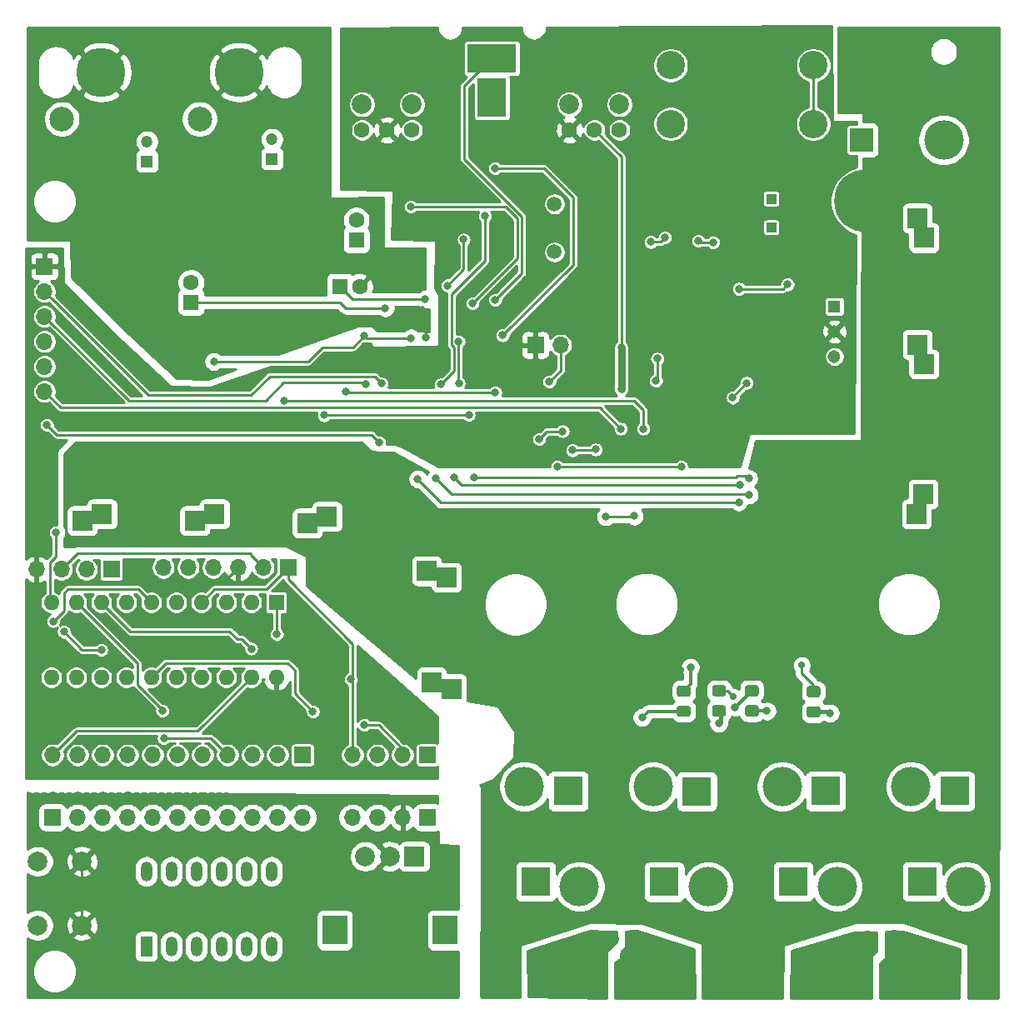
<source format=gbl>
%TF.GenerationSoftware,KiCad,Pcbnew,(5.1.6-0-10_14)*%
%TF.CreationDate,2020-07-11T00:20:46+09:00*%
%TF.ProjectId,TAS6422AMP,54415336-3432-4324-914d-502e6b696361,rev?*%
%TF.SameCoordinates,Original*%
%TF.FileFunction,Copper,L2,Bot*%
%TF.FilePolarity,Positive*%
%FSLAX46Y46*%
G04 Gerber Fmt 4.6, Leading zero omitted, Abs format (unit mm)*
G04 Created by KiCad (PCBNEW (5.1.6-0-10_14)) date 2020-07-11 00:20:46*
%MOMM*%
%LPD*%
G01*
G04 APERTURE LIST*
%TA.AperFunction,ComponentPad*%
%ADD10O,1.700000X1.700000*%
%TD*%
%TA.AperFunction,ComponentPad*%
%ADD11R,1.700000X1.700000*%
%TD*%
%TA.AperFunction,ComponentPad*%
%ADD12R,3.000000X4.000000*%
%TD*%
%TA.AperFunction,ComponentPad*%
%ADD13R,5.000000X3.000000*%
%TD*%
%TA.AperFunction,ComponentPad*%
%ADD14R,2.000000X2.000000*%
%TD*%
%TA.AperFunction,ComponentPad*%
%ADD15C,2.000000*%
%TD*%
%TA.AperFunction,ComponentPad*%
%ADD16R,2.500000X3.000000*%
%TD*%
%TA.AperFunction,ComponentPad*%
%ADD17C,1.500000*%
%TD*%
%TA.AperFunction,ComponentPad*%
%ADD18C,1.200000*%
%TD*%
%TA.AperFunction,ComponentPad*%
%ADD19R,1.200000X1.200000*%
%TD*%
%TA.AperFunction,ComponentPad*%
%ADD20C,1.600000*%
%TD*%
%TA.AperFunction,ComponentPad*%
%ADD21R,1.600000X1.600000*%
%TD*%
%TA.AperFunction,ComponentPad*%
%ADD22O,1.200000X2.000000*%
%TD*%
%TA.AperFunction,ComponentPad*%
%ADD23R,1.200000X2.000000*%
%TD*%
%TA.AperFunction,ComponentPad*%
%ADD24O,2.000000X3.500000*%
%TD*%
%TA.AperFunction,ComponentPad*%
%ADD25O,4.000000X3.000000*%
%TD*%
%TA.AperFunction,ComponentPad*%
%ADD26C,4.000000*%
%TD*%
%TA.AperFunction,ComponentPad*%
%ADD27R,3.000000X3.000000*%
%TD*%
%TA.AperFunction,ComponentPad*%
%ADD28O,1.600000X1.600000*%
%TD*%
%TA.AperFunction,ComponentPad*%
%ADD29C,2.885000*%
%TD*%
%TA.AperFunction,ComponentPad*%
%ADD30C,6.400000*%
%TD*%
%TA.AperFunction,ComponentPad*%
%ADD31C,0.800000*%
%TD*%
%TA.AperFunction,ComponentPad*%
%ADD32C,1.305000*%
%TD*%
%TA.AperFunction,ComponentPad*%
%ADD33R,1.305000X1.305000*%
%TD*%
%TA.AperFunction,ComponentPad*%
%ADD34R,1.000000X1.000000*%
%TD*%
%TA.AperFunction,ComponentPad*%
%ADD35O,2.400000X2.400000*%
%TD*%
%TA.AperFunction,ComponentPad*%
%ADD36R,2.400000X2.400000*%
%TD*%
%TA.AperFunction,ComponentPad*%
%ADD37C,3.000000*%
%TD*%
%TA.AperFunction,ComponentPad*%
%ADD38C,5.000000*%
%TD*%
%TA.AperFunction,ComponentPad*%
%ADD39C,2.500000*%
%TD*%
%TA.AperFunction,ViaPad*%
%ADD40C,0.800000*%
%TD*%
%TA.AperFunction,ViaPad*%
%ADD41C,0.700000*%
%TD*%
%TA.AperFunction,Conductor*%
%ADD42C,0.250000*%
%TD*%
%TA.AperFunction,Conductor*%
%ADD43C,0.800000*%
%TD*%
%TA.AperFunction,Conductor*%
%ADD44C,0.434000*%
%TD*%
%TA.AperFunction,Conductor*%
%ADD45C,0.300000*%
%TD*%
%TA.AperFunction,Conductor*%
%ADD46C,0.435000*%
%TD*%
%TA.AperFunction,Conductor*%
%ADD47C,1.500000*%
%TD*%
%TA.AperFunction,Conductor*%
%ADD48C,0.254000*%
%TD*%
G04 APERTURE END LIST*
D10*
%TO.P,J4,6*%
%TO.N,Net-(J4-Pad6)*%
X90611960Y-107952540D03*
%TO.P,J4,5*%
%TO.N,/DisplayR-Enc/DIG2*%
X93151960Y-107952540D03*
%TO.P,J4,4*%
%TO.N,/DisplayR-Enc/DIG1*%
X95691960Y-107952540D03*
%TO.P,J4,3*%
%TO.N,GND*%
X98231960Y-107952540D03*
%TO.P,J4,2*%
%TO.N,+3V3*%
X100771960Y-107952540D03*
D11*
%TO.P,J4,1*%
%TO.N,/DisplayR-Enc/MODE_SW*%
X103311960Y-107952540D03*
%TD*%
%TO.P,C54,2*%
%TO.N,Net-(C50-Pad2)*%
%TA.AperFunction,SMDPad,CuDef*%
G36*
G01*
X164447459Y-144852540D02*
X165347461Y-144852540D01*
G75*
G02*
X165597460Y-145102539I0J-249999D01*
G01*
X165597460Y-145752541D01*
G75*
G02*
X165347461Y-146002540I-249999J0D01*
G01*
X164447459Y-146002540D01*
G75*
G02*
X164197460Y-145752541I0J249999D01*
G01*
X164197460Y-145102539D01*
G75*
G02*
X164447459Y-144852540I249999J0D01*
G01*
G37*
%TD.AperFunction*%
%TO.P,C54,1*%
%TO.N,GNDS*%
%TA.AperFunction,SMDPad,CuDef*%
G36*
G01*
X164447459Y-142802540D02*
X165347461Y-142802540D01*
G75*
G02*
X165597460Y-143052539I0J-249999D01*
G01*
X165597460Y-143702541D01*
G75*
G02*
X165347461Y-143952540I-249999J0D01*
G01*
X164447459Y-143952540D01*
G75*
G02*
X164197460Y-143702541I0J249999D01*
G01*
X164197460Y-143052539D01*
G75*
G02*
X164447459Y-142802540I249999J0D01*
G01*
G37*
%TD.AperFunction*%
%TD*%
D12*
%TO.P,J3,1*%
%TO.N,Net-(C49-Pad2)*%
X124028000Y-60222400D03*
D13*
%TO.P,J3,2*%
%TO.N,Net-(IC1-Pad38)*%
X124028000Y-56222400D03*
%TD*%
D14*
%TO.P,SW1,A*%
%TO.N,/DisplayR-Enc/RENC_A*%
X116154000Y-137312000D03*
D15*
%TO.P,SW1,C*%
%TO.N,GNDD*%
X113654000Y-137312000D03*
%TO.P,SW1,B*%
%TO.N,/DisplayR-Enc/RENC_B*%
X111154000Y-137312000D03*
D16*
%TO.P,SW1,MP*%
%TO.N,N/C*%
X119254000Y-144812000D03*
X108054000Y-144812000D03*
%TD*%
D15*
%TO.P,SW2,1*%
%TO.N,GNDD*%
X82372200Y-144320000D03*
%TO.P,SW2,2*%
%TO.N,/DisplayR-Enc/MODE_SW*%
X77872200Y-144320000D03*
%TO.P,SW2,1*%
%TO.N,GNDD*%
X82372200Y-137820000D03*
%TO.P,SW2,2*%
%TO.N,/DisplayR-Enc/MODE_SW*%
X77872200Y-137820000D03*
%TD*%
D17*
%TO.P,Y1,2*%
%TO.N,Net-(C27-Pad2)*%
X130378000Y-75898400D03*
%TO.P,Y1,1*%
%TO.N,Net-(C26-Pad2)*%
X130378000Y-71018400D03*
%TD*%
D18*
%TO.P,C5,2*%
%TO.N,Net-(C5-Pad2)*%
X101676000Y-64446400D03*
D19*
%TO.P,C5,1*%
%TO.N,Net-(C5-Pad1)*%
X101676000Y-66446400D03*
%TD*%
D18*
%TO.P,C6,2*%
%TO.N,Net-(C6-Pad2)*%
X88976200Y-64700400D03*
D19*
%TO.P,C6,1*%
%TO.N,Net-(C6-Pad1)*%
X88976200Y-66700400D03*
%TD*%
D20*
%TO.P,C9,2*%
%TO.N,GNDA*%
X110582460Y-79402940D03*
D21*
%TO.P,C9,1*%
%TO.N,Net-(C16-Pad1)*%
X108582460Y-79402940D03*
%TD*%
D20*
%TO.P,C17,2*%
%TO.N,Net-(C17-Pad2)*%
X93444060Y-79003140D03*
D21*
%TO.P,C17,1*%
%TO.N,Net-(C17-Pad1)*%
X93444060Y-81003140D03*
%TD*%
D20*
%TO.P,C18,2*%
%TO.N,Net-(C18-Pad2)*%
X110233000Y-72678500D03*
D21*
%TO.P,C18,1*%
%TO.N,Net-(C18-Pad1)*%
X110233000Y-74678500D03*
%TD*%
%TO.P,C55,2*%
%TO.N,Net-(C51-Pad2)*%
%TA.AperFunction,SMDPad,CuDef*%
G36*
G01*
X161747459Y-144952540D02*
X162647461Y-144952540D01*
G75*
G02*
X162897460Y-145202539I0J-249999D01*
G01*
X162897460Y-145852541D01*
G75*
G02*
X162647461Y-146102540I-249999J0D01*
G01*
X161747459Y-146102540D01*
G75*
G02*
X161497460Y-145852541I0J249999D01*
G01*
X161497460Y-145202539D01*
G75*
G02*
X161747459Y-144952540I249999J0D01*
G01*
G37*
%TD.AperFunction*%
%TO.P,C55,1*%
%TO.N,GNDS*%
%TA.AperFunction,SMDPad,CuDef*%
G36*
G01*
X161747459Y-142902540D02*
X162647461Y-142902540D01*
G75*
G02*
X162897460Y-143152539I0J-249999D01*
G01*
X162897460Y-143802541D01*
G75*
G02*
X162647461Y-144052540I-249999J0D01*
G01*
X161747459Y-144052540D01*
G75*
G02*
X161497460Y-143802541I0J249999D01*
G01*
X161497460Y-143152539D01*
G75*
G02*
X161747459Y-142902540I249999J0D01*
G01*
G37*
%TD.AperFunction*%
%TD*%
%TO.P,C56,2*%
%TO.N,Net-(C52-Pad2)*%
%TA.AperFunction,SMDPad,CuDef*%
G36*
G01*
X137947459Y-144852540D02*
X138847461Y-144852540D01*
G75*
G02*
X139097460Y-145102539I0J-249999D01*
G01*
X139097460Y-145752541D01*
G75*
G02*
X138847461Y-146002540I-249999J0D01*
G01*
X137947459Y-146002540D01*
G75*
G02*
X137697460Y-145752541I0J249999D01*
G01*
X137697460Y-145102539D01*
G75*
G02*
X137947459Y-144852540I249999J0D01*
G01*
G37*
%TD.AperFunction*%
%TO.P,C56,1*%
%TO.N,GNDS*%
%TA.AperFunction,SMDPad,CuDef*%
G36*
G01*
X137947459Y-142802540D02*
X138847461Y-142802540D01*
G75*
G02*
X139097460Y-143052539I0J-249999D01*
G01*
X139097460Y-143702541D01*
G75*
G02*
X138847461Y-143952540I-249999J0D01*
G01*
X137947459Y-143952540D01*
G75*
G02*
X137697460Y-143702541I0J249999D01*
G01*
X137697460Y-143052539D01*
G75*
G02*
X137947459Y-142802540I249999J0D01*
G01*
G37*
%TD.AperFunction*%
%TD*%
%TO.P,C57,2*%
%TO.N,Net-(C53-Pad2)*%
%TA.AperFunction,SMDPad,CuDef*%
G36*
G01*
X135747459Y-144852540D02*
X136647461Y-144852540D01*
G75*
G02*
X136897460Y-145102539I0J-249999D01*
G01*
X136897460Y-145752541D01*
G75*
G02*
X136647461Y-146002540I-249999J0D01*
G01*
X135747459Y-146002540D01*
G75*
G02*
X135497460Y-145752541I0J249999D01*
G01*
X135497460Y-145102539D01*
G75*
G02*
X135747459Y-144852540I249999J0D01*
G01*
G37*
%TD.AperFunction*%
%TO.P,C57,1*%
%TO.N,GNDS*%
%TA.AperFunction,SMDPad,CuDef*%
G36*
G01*
X135747459Y-142802540D02*
X136647461Y-142802540D01*
G75*
G02*
X136897460Y-143052539I0J-249999D01*
G01*
X136897460Y-143702541D01*
G75*
G02*
X136647461Y-143952540I-249999J0D01*
G01*
X135747459Y-143952540D01*
G75*
G02*
X135497460Y-143702541I0J249999D01*
G01*
X135497460Y-143052539D01*
G75*
G02*
X135747459Y-142802540I249999J0D01*
G01*
G37*
%TD.AperFunction*%
%TD*%
D15*
%TO.P,C61,2*%
%TO.N,GNDS*%
X86404200Y-96841856D03*
D14*
%TO.P,C61,1*%
%TO.N,+24V*%
X82404200Y-103186144D03*
D15*
%TO.P,C61,2*%
%TO.N,GNDS*%
X84404200Y-97514000D03*
D14*
%TO.P,C61,1*%
%TO.N,+24V*%
X84404200Y-102514000D03*
%TD*%
D15*
%TO.P,C62,2*%
%TO.N,GNDS*%
X173589004Y-89302340D03*
D14*
%TO.P,C62,1*%
%TO.N,+24V*%
X167244716Y-85302340D03*
D15*
%TO.P,C62,2*%
%TO.N,GNDS*%
X172916860Y-87302340D03*
D14*
%TO.P,C62,1*%
%TO.N,+24V*%
X167916860Y-87302340D03*
%TD*%
D15*
%TO.P,C63,2*%
%TO.N,GNDS*%
X109264000Y-97095856D03*
D14*
%TO.P,C63,1*%
%TO.N,+24V*%
X105264000Y-103440144D03*
D15*
%TO.P,C63,2*%
%TO.N,GNDS*%
X107264000Y-97768000D03*
D14*
%TO.P,C63,1*%
%TO.N,+24V*%
X107264000Y-102768000D03*
%TD*%
D15*
%TO.P,C64,2*%
%TO.N,GNDS*%
X97834200Y-96841856D03*
D14*
%TO.P,C64,1*%
%TO.N,+24V*%
X93834200Y-103186144D03*
D15*
%TO.P,C64,2*%
%TO.N,GNDS*%
X95834200Y-97514000D03*
D14*
%TO.P,C64,1*%
%TO.N,+24V*%
X95834200Y-102514000D03*
%TD*%
D22*
%TO.P,D5,6*%
%TO.N,Net-(D5-Pad6)*%
X101620200Y-146456000D03*
%TO.P,D5,7*%
%TO.N,SEG_b*%
X101620200Y-138836000D03*
%TO.P,D5,5*%
%TO.N,SEG-g*%
X99080200Y-146456000D03*
%TO.P,D5,8*%
%TO.N,/DisplayR-Enc/DIG3*%
X99080200Y-138836000D03*
%TO.P,D5,4*%
%TO.N,SEG-c*%
X96540200Y-146456000D03*
%TO.P,D5,9*%
%TO.N,/DisplayR-Enc/DIG2*%
X96540200Y-138836000D03*
%TO.P,D5,3*%
%TO.N,SEG-dp*%
X94000200Y-146456000D03*
%TO.P,D5,10*%
%TO.N,SEG_f*%
X94000200Y-138836000D03*
%TO.P,D5,2*%
%TO.N,SEG-d*%
X91460200Y-146456000D03*
%TO.P,D5,11*%
%TO.N,SEG-a*%
X91460200Y-138836000D03*
D23*
%TO.P,D5,1*%
%TO.N,SEG-e*%
X88920200Y-146456000D03*
D22*
%TO.P,D5,12*%
%TO.N,/DisplayR-Enc/DIG1*%
X88920200Y-138836000D03*
%TD*%
D24*
%TO.P,J1,2*%
%TO.N,GNDS*%
X165423000Y-57518500D03*
X174423000Y-57518500D03*
D25*
X169923000Y-58518500D03*
D26*
%TO.P,J1,1*%
%TO.N,+24V*%
X169923000Y-64518500D03*
%TD*%
D10*
%TO.P,J11,4*%
%TO.N,/DisplayR-Enc/MODE_SW*%
X109852000Y-133353000D03*
%TO.P,J11,3*%
%TO.N,/DisplayR-Enc/RENC_B*%
X112392000Y-133353000D03*
%TO.P,J11,2*%
%TO.N,GNDD*%
X114932000Y-133353000D03*
D11*
%TO.P,J11,1*%
%TO.N,/DisplayR-Enc/RENC_A*%
X117472000Y-133353000D03*
%TD*%
D10*
%TO.P,J12,11*%
%TO.N,SEG_b*%
X104772500Y-133353000D03*
%TO.P,J12,10*%
%TO.N,SEG-g*%
X102232500Y-133353000D03*
%TO.P,J12,9*%
%TO.N,/DisplayR-Enc/DIG3*%
X99692500Y-133353000D03*
%TO.P,J12,8*%
%TO.N,SEG-c*%
X97152500Y-133353000D03*
%TO.P,J12,7*%
%TO.N,/DisplayR-Enc/DIG2*%
X94612500Y-133353000D03*
%TO.P,J12,6*%
%TO.N,SEG-dp*%
X92072500Y-133353000D03*
%TO.P,J12,5*%
%TO.N,SEG_f*%
X89532500Y-133353000D03*
%TO.P,J12,4*%
%TO.N,SEG-d*%
X86992500Y-133353000D03*
%TO.P,J12,3*%
%TO.N,SEG-a*%
X84452500Y-133353000D03*
%TO.P,J12,2*%
%TO.N,SEG-e*%
X81912500Y-133353000D03*
D11*
%TO.P,J12,1*%
%TO.N,/DisplayR-Enc/DIG1*%
X79372500Y-133353000D03*
%TD*%
D26*
%TO.P,L1,1*%
%TO.N,Net-(C41-Pad2)*%
X166603460Y-130200000D03*
%TO.P,L1,2*%
%TO.N,Net-(C50-Pad2)*%
X172191460Y-140360000D03*
D27*
X167747460Y-139880000D03*
%TO.P,L1,1*%
%TO.N,Net-(C41-Pad2)*%
X171047460Y-130680000D03*
%TD*%
D26*
%TO.P,L2,1*%
%TO.N,Net-(C42-Pad1)*%
X153503460Y-130200000D03*
%TO.P,L2,2*%
%TO.N,Net-(C51-Pad2)*%
X159091460Y-140360000D03*
D27*
X154647460Y-139880000D03*
%TO.P,L2,1*%
%TO.N,Net-(C42-Pad1)*%
X157947460Y-130680000D03*
%TD*%
D26*
%TO.P,L3,1*%
%TO.N,Net-(C43-Pad2)*%
X140403460Y-130222540D03*
%TO.P,L3,2*%
%TO.N,Net-(C52-Pad2)*%
X145991460Y-140382540D03*
D27*
X141547460Y-139902540D03*
%TO.P,L3,1*%
%TO.N,Net-(C43-Pad2)*%
X144847460Y-130702540D03*
%TD*%
D26*
%TO.P,L4,1*%
%TO.N,Net-(C44-Pad1)*%
X127330000Y-130200000D03*
%TO.P,L4,2*%
%TO.N,Net-(C53-Pad2)*%
X132918000Y-140360000D03*
D27*
X128474000Y-139880000D03*
%TO.P,L4,1*%
%TO.N,Net-(C44-Pad1)*%
X131774000Y-130680000D03*
%TD*%
D15*
%TO.P,U6,*%
%TO.N,*%
X115900000Y-60882500D03*
X110820000Y-60882500D03*
D20*
%TO.P,U6,1*%
%TO.N,+3V3*%
X115900000Y-63502500D03*
%TO.P,U6,2*%
%TO.N,GND*%
X113360000Y-63502500D03*
%TO.P,U6,3*%
%TO.N,Net-(R33-Pad1)*%
X110820000Y-63502500D03*
%TD*%
D15*
%TO.P,U7,*%
%TO.N,*%
X136982000Y-60882500D03*
X131902000Y-60882500D03*
D20*
%TO.P,U7,1*%
%TO.N,Net-(R11-Pad2)*%
X136982000Y-63502500D03*
%TO.P,U7,2*%
%TO.N,+3V3*%
X134442000Y-63502500D03*
%TO.P,U7,3*%
%TO.N,GND*%
X131902000Y-63502500D03*
%TD*%
D28*
%TO.P,U8,20*%
%TO.N,GND*%
X102105000Y-119129000D03*
%TO.P,U8,10*%
%TO.N,~MUTE*%
X79245000Y-111509000D03*
%TO.P,U8,19*%
%TO.N,/DisplayR-Enc/DIG1*%
X99565000Y-119129000D03*
%TO.P,U8,9*%
%TO.N,Net-(R45-Pad2)*%
X81785000Y-111509000D03*
%TO.P,U8,18*%
%TO.N,/DisplayR-Enc/DIG2*%
X97025000Y-119129000D03*
%TO.P,U8,8*%
%TO.N,Net-(R46-Pad2)*%
X84325000Y-111509000D03*
%TO.P,U8,17*%
%TO.N,/DisplayR-Enc/DIG3*%
X94485000Y-119129000D03*
%TO.P,U8,7*%
%TO.N,Net-(R49-Pad2)*%
X86865000Y-111509000D03*
%TO.P,U8,16*%
%TO.N,Net-(R52-Pad2)*%
X91945000Y-119129000D03*
%TO.P,U8,6*%
%TO.N,Net-(R48-Pad2)*%
X89405000Y-111509000D03*
%TO.P,U8,15*%
%TO.N,Net-(R51-Pad2)*%
X89405000Y-119129000D03*
%TO.P,U8,5*%
%TO.N,Net-(R47-Pad2)*%
X91945000Y-111509000D03*
%TO.P,U8,14*%
%TO.N,Net-(R50-Pad2)*%
X86865000Y-119129000D03*
%TO.P,U8,4*%
%TO.N,/DisplayR-Enc/MODE_SW*%
X94485000Y-111509000D03*
%TO.P,U8,13*%
%TO.N,SDA*%
X84325000Y-119129000D03*
%TO.P,U8,3*%
%TO.N,/DisplayR-Enc/RENC_B*%
X97025000Y-111509000D03*
%TO.P,U8,12*%
%TO.N,IRQ*%
X81785000Y-119129000D03*
%TO.P,U8,2*%
%TO.N,/DisplayR-Enc/RENC_A*%
X99565000Y-111509000D03*
%TO.P,U8,11*%
%TO.N,SCL*%
X79245000Y-119129000D03*
D21*
%TO.P,U8,1*%
%TO.N,+3V3*%
X102105000Y-111509000D03*
%TD*%
D29*
%TO.P,J7,SH*%
%TO.N,Net-(C58-Pad2)*%
X156678000Y-56920500D03*
X142178000Y-56920500D03*
X142178000Y-62880500D03*
X156678000Y-62880500D03*
%TD*%
D30*
%TO.P,H6,1*%
%TO.N,GNDS*%
X161971000Y-70726300D03*
D31*
X164371000Y-70726300D03*
X163668056Y-72423356D03*
X161971000Y-73126300D03*
X160273944Y-72423356D03*
X159571000Y-70726300D03*
X160273944Y-69029244D03*
X161971000Y-68326300D03*
X163668056Y-69029244D03*
%TD*%
D10*
%TO.P,J2,6*%
%TO.N,+3V3*%
X78562200Y-90068400D03*
%TO.P,J2,5*%
%TO.N,/AUX_OUT-3*%
X78562200Y-87528400D03*
%TO.P,J2,4*%
%TO.N,/AUX_OUT-2*%
X78562200Y-84988400D03*
%TO.P,J2,3*%
%TO.N,/AUX_OUT-1*%
X78562200Y-82448400D03*
%TO.P,J2,2*%
%TO.N,/AUX_OUT-0*%
X78562200Y-79908400D03*
D11*
%TO.P,J2,1*%
%TO.N,GND*%
X78562200Y-77368400D03*
%TD*%
D10*
%TO.P,J9,4*%
%TO.N,/DisplayR-Enc/MODE_SW*%
X109852000Y-127003000D03*
%TO.P,J9,3*%
%TO.N,/DisplayR-Enc/RENC_B*%
X112392000Y-127003000D03*
%TO.P,J9,2*%
%TO.N,GNDD*%
X114932000Y-127003000D03*
D11*
%TO.P,J9,1*%
%TO.N,/DisplayR-Enc/RENC_A*%
X117472000Y-127003000D03*
%TD*%
D10*
%TO.P,J10,11*%
%TO.N,/DisplayR-Enc/DIG1*%
X79372000Y-127003000D03*
%TO.P,J10,10*%
%TO.N,SEG-e*%
X81912000Y-127003000D03*
%TO.P,J10,9*%
%TO.N,SEG-a*%
X84452000Y-127003000D03*
%TO.P,J10,8*%
%TO.N,SEG-d*%
X86992000Y-127003000D03*
%TO.P,J10,7*%
%TO.N,SEG_f*%
X89532000Y-127003000D03*
%TO.P,J10,6*%
%TO.N,SEG-dp*%
X92072000Y-127003000D03*
%TO.P,J10,5*%
%TO.N,/DisplayR-Enc/DIG2*%
X94612000Y-127003000D03*
%TO.P,J10,4*%
%TO.N,SEG-c*%
X97152000Y-127003000D03*
%TO.P,J10,3*%
%TO.N,/DisplayR-Enc/DIG3*%
X99692000Y-127003000D03*
%TO.P,J10,2*%
%TO.N,SEG-g*%
X102232000Y-127003000D03*
D11*
%TO.P,J10,1*%
%TO.N,SEG_b*%
X104772000Y-127003000D03*
%TD*%
D32*
%TO.P,PS1,3*%
%TO.N,+12V*%
X158826000Y-86512400D03*
%TO.P,PS1,2*%
%TO.N,GND*%
X158826000Y-83972400D03*
D33*
%TO.P,PS1,1*%
%TO.N,+24V*%
X158826000Y-81432400D03*
%TD*%
D34*
%TO.P,TP1,1*%
%TO.N,/DisplayR-Enc/HDMI_SCL*%
X152397000Y-70487500D03*
%TD*%
%TO.P,TP2,1*%
%TO.N,/DisplayR-Enc/HDMI_SDA*%
X152420000Y-73393300D03*
%TD*%
D15*
%TO.P,C37,2*%
%TO.N,GNDS*%
X173589004Y-76449940D03*
D14*
%TO.P,C37,1*%
%TO.N,+24V*%
X167244716Y-72449940D03*
D15*
%TO.P,C37,2*%
%TO.N,GNDS*%
X172916860Y-74449940D03*
D14*
%TO.P,C37,1*%
%TO.N,+24V*%
X167916860Y-74449940D03*
%TD*%
D35*
%TO.P,D6,2*%
%TO.N,GNDS*%
X161541000Y-59438500D03*
D36*
%TO.P,D6,1*%
%TO.N,+24V*%
X161541000Y-64518500D03*
%TD*%
%TO.P,C41,2*%
%TO.N,Net-(C41-Pad2)*%
%TA.AperFunction,SMDPad,CuDef*%
G36*
G01*
X156247459Y-122052540D02*
X157147461Y-122052540D01*
G75*
G02*
X157397460Y-122302539I0J-249999D01*
G01*
X157397460Y-122952541D01*
G75*
G02*
X157147461Y-123202540I-249999J0D01*
G01*
X156247459Y-123202540D01*
G75*
G02*
X155997460Y-122952541I0J249999D01*
G01*
X155997460Y-122302539D01*
G75*
G02*
X156247459Y-122052540I249999J0D01*
G01*
G37*
%TD.AperFunction*%
%TO.P,C41,1*%
%TO.N,Net-(C41-Pad1)*%
%TA.AperFunction,SMDPad,CuDef*%
G36*
G01*
X156247459Y-120002540D02*
X157147461Y-120002540D01*
G75*
G02*
X157397460Y-120252539I0J-249999D01*
G01*
X157397460Y-120902541D01*
G75*
G02*
X157147461Y-121152540I-249999J0D01*
G01*
X156247459Y-121152540D01*
G75*
G02*
X155997460Y-120902541I0J249999D01*
G01*
X155997460Y-120252539D01*
G75*
G02*
X156247459Y-120002540I249999J0D01*
G01*
G37*
%TD.AperFunction*%
%TD*%
%TO.P,C42,2*%
%TO.N,Net-(C42-Pad2)*%
%TA.AperFunction,SMDPad,CuDef*%
G36*
G01*
X150894201Y-121055980D02*
X149994199Y-121055980D01*
G75*
G02*
X149744200Y-120805981I0J249999D01*
G01*
X149744200Y-120155979D01*
G75*
G02*
X149994199Y-119905980I249999J0D01*
G01*
X150894201Y-119905980D01*
G75*
G02*
X151144200Y-120155979I0J-249999D01*
G01*
X151144200Y-120805981D01*
G75*
G02*
X150894201Y-121055980I-249999J0D01*
G01*
G37*
%TD.AperFunction*%
%TO.P,C42,1*%
%TO.N,Net-(C42-Pad1)*%
%TA.AperFunction,SMDPad,CuDef*%
G36*
G01*
X150894201Y-123105980D02*
X149994199Y-123105980D01*
G75*
G02*
X149744200Y-122855981I0J249999D01*
G01*
X149744200Y-122205979D01*
G75*
G02*
X149994199Y-121955980I249999J0D01*
G01*
X150894201Y-121955980D01*
G75*
G02*
X151144200Y-122205979I0J-249999D01*
G01*
X151144200Y-122855981D01*
G75*
G02*
X150894201Y-123105980I-249999J0D01*
G01*
G37*
%TD.AperFunction*%
%TD*%
%TO.P,C43,2*%
%TO.N,Net-(C43-Pad2)*%
%TA.AperFunction,SMDPad,CuDef*%
G36*
G01*
X146647459Y-121952540D02*
X147547461Y-121952540D01*
G75*
G02*
X147797460Y-122202539I0J-249999D01*
G01*
X147797460Y-122852541D01*
G75*
G02*
X147547461Y-123102540I-249999J0D01*
G01*
X146647459Y-123102540D01*
G75*
G02*
X146397460Y-122852541I0J249999D01*
G01*
X146397460Y-122202539D01*
G75*
G02*
X146647459Y-121952540I249999J0D01*
G01*
G37*
%TD.AperFunction*%
%TO.P,C43,1*%
%TO.N,Net-(C43-Pad1)*%
%TA.AperFunction,SMDPad,CuDef*%
G36*
G01*
X146647459Y-119902540D02*
X147547461Y-119902540D01*
G75*
G02*
X147797460Y-120152539I0J-249999D01*
G01*
X147797460Y-120802541D01*
G75*
G02*
X147547461Y-121052540I-249999J0D01*
G01*
X146647459Y-121052540D01*
G75*
G02*
X146397460Y-120802541I0J249999D01*
G01*
X146397460Y-120152539D01*
G75*
G02*
X146647459Y-119902540I249999J0D01*
G01*
G37*
%TD.AperFunction*%
%TD*%
%TO.P,C44,2*%
%TO.N,Net-(C44-Pad2)*%
%TA.AperFunction,SMDPad,CuDef*%
G36*
G01*
X143957461Y-121092000D02*
X143057459Y-121092000D01*
G75*
G02*
X142807460Y-120842001I0J249999D01*
G01*
X142807460Y-120191999D01*
G75*
G02*
X143057459Y-119942000I249999J0D01*
G01*
X143957461Y-119942000D01*
G75*
G02*
X144207460Y-120191999I0J-249999D01*
G01*
X144207460Y-120842001D01*
G75*
G02*
X143957461Y-121092000I-249999J0D01*
G01*
G37*
%TD.AperFunction*%
%TO.P,C44,1*%
%TO.N,Net-(C44-Pad1)*%
%TA.AperFunction,SMDPad,CuDef*%
G36*
G01*
X143957461Y-123142000D02*
X143057459Y-123142000D01*
G75*
G02*
X142807460Y-122892001I0J249999D01*
G01*
X142807460Y-122241999D01*
G75*
G02*
X143057459Y-121992000I249999J0D01*
G01*
X143957461Y-121992000D01*
G75*
G02*
X144207460Y-122241999I0J-249999D01*
G01*
X144207460Y-122892001D01*
G75*
G02*
X143957461Y-123142000I-249999J0D01*
G01*
G37*
%TD.AperFunction*%
%TD*%
D15*
%TO.P,C65,2*%
%TO.N,GNDS*%
X173512804Y-98510340D03*
D14*
%TO.P,C65,1*%
%TO.N,+24V*%
X167168516Y-102510340D03*
D15*
%TO.P,C65,2*%
%TO.N,GNDS*%
X172840660Y-100510340D03*
D14*
%TO.P,C65,1*%
%TO.N,+24V*%
X167840660Y-100510340D03*
%TD*%
D15*
%TO.P,C66,2*%
%TO.N,GNDS*%
X115397460Y-102630396D03*
D14*
%TO.P,C66,1*%
%TO.N,+24V*%
X119397460Y-108974684D03*
D15*
%TO.P,C66,2*%
%TO.N,GNDS*%
X117397460Y-103302540D03*
D14*
%TO.P,C66,1*%
%TO.N,+24V*%
X117397460Y-108302540D03*
%TD*%
D10*
%TO.P,J8,2*%
%TO.N,/~STBY*%
X130985260Y-85346540D03*
D11*
%TO.P,J8,1*%
%TO.N,GND*%
X128445260Y-85346540D03*
%TD*%
D20*
%TO.P,C50,2*%
%TO.N,Net-(C50-Pad2)*%
X169622460Y-147957540D03*
%TO.P,C50,1*%
%TO.N,GNDS*%
X174622460Y-147957540D03*
%TD*%
%TO.P,C51,2*%
%TO.N,Net-(C51-Pad2)*%
X155873460Y-147957540D03*
%TO.P,C51,1*%
%TO.N,GNDS*%
X150873460Y-147957540D03*
%TD*%
%TO.P,C52,2*%
%TO.N,Net-(C52-Pad2)*%
X142698460Y-147957540D03*
%TO.P,C52,1*%
%TO.N,GNDS*%
X147698460Y-147957540D03*
%TD*%
%TO.P,C53,2*%
%TO.N,Net-(C53-Pad2)*%
X128822000Y-147958000D03*
%TO.P,C53,1*%
%TO.N,GNDS*%
X123822000Y-147958000D03*
%TD*%
D37*
%TO.P,J5,2*%
%TO.N,Net-(C52-Pad2)*%
X138300460Y-148592540D03*
D27*
%TO.P,J5,1*%
%TO.N,Net-(C53-Pad2)*%
X133220460Y-148592540D03*
%TD*%
D37*
%TO.P,J6,2*%
%TO.N,Net-(C50-Pad2)*%
X165351460Y-148592540D03*
D27*
%TO.P,J6,1*%
%TO.N,Net-(C51-Pad2)*%
X160271460Y-148592540D03*
%TD*%
D15*
%TO.P,C67,2*%
%TO.N,GNDS*%
X115897460Y-113930396D03*
D14*
%TO.P,C67,1*%
%TO.N,+24V*%
X119897460Y-120274684D03*
D15*
%TO.P,C67,2*%
%TO.N,GNDS*%
X117897460Y-114602540D03*
D14*
%TO.P,C67,1*%
%TO.N,+24V*%
X117897460Y-119602540D03*
%TD*%
D11*
%TO.P,J13,1*%
%TO.N,SCL*%
X85341460Y-108143040D03*
D10*
%TO.P,J13,2*%
%TO.N,SDA*%
X82801460Y-108143040D03*
%TO.P,J13,3*%
%TO.N,+3V3*%
X80261460Y-108143040D03*
%TO.P,J13,4*%
%TO.N,GND*%
X77721460Y-108143040D03*
%TD*%
D38*
%TO.P,P1,2*%
%TO.N,GNDA*%
X98318080Y-57636040D03*
D39*
%TO.P,P1,1*%
%TO.N,Net-(C5-Pad2)*%
X94318080Y-62386040D03*
D38*
%TO.P,P1,4*%
%TO.N,GNDA*%
X84318080Y-57636040D03*
D39*
%TO.P,P1,3*%
%TO.N,Net-(C6-Pad2)*%
X80318080Y-62386040D03*
%TD*%
D40*
%TO.N,GNDA*%
X116964460Y-79428340D03*
X91539060Y-72544940D03*
X93774260Y-88521540D03*
X95145860Y-88521540D03*
X99590860Y-79199740D03*
X103477060Y-72925940D03*
X116964460Y-76888340D03*
X117297460Y-84602540D03*
X96829880Y-68475860D03*
%TO.N,+5VA*%
X111054000Y-84414400D03*
X115801000Y-84635300D03*
X95752920Y-87020400D03*
%TO.N,Net-(C16-Pad1)*%
X117249000Y-80698300D03*
%TO.N,+3V3*%
X120647000Y-89232700D03*
X137157000Y-89864000D03*
X137157000Y-85600500D03*
X120630000Y-84988400D03*
X102168960Y-114747040D03*
X137094000Y-93855502D03*
%TO.N,Net-(C41-Pad2)*%
X158399000Y-122753000D03*
D41*
%TO.N,Net-(C41-Pad1)*%
X155506000Y-117889000D03*
D40*
%TO.N,/DisplayR-Enc/USE_LVDS*%
X154071000Y-79192100D03*
X149116000Y-79639200D03*
%TO.N,SEG-c*%
X90675460Y-125288040D03*
%TO.N,/AUX_OUT-0*%
X112835300Y-89270400D03*
%TO.N,/AUX_OUT-1*%
X111224060Y-89359740D03*
%TO.N,/AUX_OUT-3*%
X112555900Y-95234700D03*
X78803500Y-93477080D03*
%TO.N,Net-(IC1-Pad15)*%
X118819000Y-89359700D03*
X123289060Y-72240140D03*
%TO.N,SDA*%
X106982000Y-92483900D03*
X121663000Y-92458500D03*
X84325500Y-116335000D03*
X138478260Y-102729979D03*
X135597460Y-102802540D03*
X80515460Y-114493040D03*
%TO.N,SCL*%
X124356000Y-90172500D03*
X109166660Y-90045540D03*
%TO.N,HDMI_DATA*%
X140809980Y-86733380D03*
X140691700Y-88967140D03*
%TO.N,Net-(IC1-Pad37)*%
X115767200Y-71302800D03*
X122044460Y-81130138D03*
%TO.N,Net-(IC1-Pad38)*%
X124355860Y-80749136D03*
%TO.N,/DisplayR-Enc/DATA_N*%
X141607000Y-74435000D03*
X140157000Y-74874100D03*
%TO.N,/DisplayR-Enc/LRCK_P*%
X144991000Y-74754700D03*
X146494000Y-74907100D03*
%TO.N,Net-(IC2-Pad15)*%
X116492000Y-98953300D03*
X149097460Y-101302540D03*
%TO.N,Net-(IC2-Pad14)*%
X118354000Y-98869500D03*
X150162000Y-100578410D03*
%TO.N,Net-(IC2-Pad13)*%
X120157000Y-98844100D03*
X149197460Y-99602548D03*
%TO.N,Net-(IC2-Pad12)*%
X150123000Y-98911800D03*
X122238000Y-98776900D03*
%TO.N,Net-(R48-Pad2)*%
X79435960Y-113413540D03*
%TO.N,Net-(R51-Pad2)*%
X105821000Y-122603000D03*
%TO.N,~MUTE*%
X79689960Y-104396540D03*
%TO.N,+12V*%
X102921000Y-90991400D03*
X139379960Y-93855540D03*
%TO.N,Net-(C17-Pad1)*%
X113179860Y-81587340D03*
%TO.N,Net-(C23-Pad1)*%
X121151800Y-74626400D03*
X119497460Y-79302540D03*
%TO.N,Net-(C42-Pad2)*%
X148739860Y-122166380D03*
%TO.N,Net-(C42-Pad1)*%
X151960580Y-122534680D03*
D41*
%TO.N,Net-(C43-Pad1)*%
X148513443Y-121089591D03*
D40*
%TO.N,Net-(C43-Pad2)*%
X147071080Y-123802140D03*
%TO.N,Net-(C44-Pad2)*%
X144190720Y-118087140D03*
%TO.N,Net-(C44-Pad1)*%
X139276000Y-123193000D03*
%TO.N,Net-(C49-Pad1)*%
X124356000Y-67388700D03*
X125118000Y-84355900D03*
%TO.N,Net-(R45-Pad2)*%
X90521363Y-122530443D03*
%TO.N,Net-(R46-Pad2)*%
X99565460Y-116207540D03*
%TO.N,GND*%
X105712000Y-87759500D03*
X119233000Y-87767600D03*
X99595900Y-114229000D03*
X134391000Y-79148900D03*
X133584000Y-74033400D03*
X140449000Y-79649300D03*
X128684000Y-92608400D03*
X119256000Y-85940900D03*
X126641860Y-80672940D03*
X151254460Y-91493340D03*
X128292860Y-96598740D03*
X129232659Y-90045539D03*
X134891998Y-93643582D03*
%TO.N,GNDD*%
X111058960Y-123954540D03*
%TO.N,/DisplayR-Enc/MODE_SW*%
X109661960Y-119319040D03*
D41*
%TO.N,GNDS*%
X146990000Y-104320000D03*
X163342000Y-118095000D03*
X158036260Y-118348760D03*
X158983680Y-118010940D03*
X157127000Y-117973000D03*
X154938000Y-108207000D03*
X150772000Y-108257000D03*
X152016000Y-108270000D03*
X143020000Y-106253000D03*
X162621000Y-104905000D03*
X162113000Y-104079000D03*
X150325000Y-103800000D03*
X154997460Y-103302540D03*
X151348000Y-103977000D03*
X154976000Y-104508000D03*
X151907000Y-104879000D03*
X150846000Y-104866000D03*
X161541000Y-104905000D03*
X159454000Y-113457000D03*
X158560000Y-113457000D03*
X157617000Y-113457000D03*
X156660000Y-113457000D03*
X155687000Y-113457000D03*
X146494000Y-113454000D03*
X151234000Y-113454000D03*
X150304000Y-113454000D03*
X149382000Y-113454000D03*
X148443000Y-113454000D03*
X147485000Y-113454000D03*
X159893000Y-114292000D03*
X158090000Y-114282000D03*
X156169000Y-114297000D03*
X151704000Y-114310000D03*
X149827000Y-114310000D03*
X147963000Y-114297000D03*
X146012000Y-114280000D03*
X159004000Y-114280000D03*
X157124000Y-114308000D03*
X155204000Y-114323000D03*
X150785000Y-114280000D03*
X148892000Y-114323000D03*
X146972000Y-114280000D03*
X163302000Y-121112000D03*
X168460000Y-121227000D03*
X164998000Y-121140000D03*
X168471000Y-119708000D03*
X166771000Y-121237000D03*
X164970000Y-119573000D03*
X132654000Y-120035000D03*
X136276000Y-120018000D03*
X132636000Y-118359000D03*
X138133000Y-119946000D03*
X141697460Y-119902540D03*
X136276000Y-118397000D03*
X143236000Y-118377000D03*
X134239000Y-120053000D03*
X139773660Y-119915940D03*
X140134000Y-118359000D03*
D40*
X151178260Y-96370140D03*
D41*
X145691860Y-102974140D03*
X162631120Y-105877360D03*
X159585660Y-118849140D03*
X143893540Y-105249980D03*
X143464280Y-107340400D03*
X142920720Y-105168700D03*
D40*
%TO.N,Net-(IC2-Pad25)*%
X130655060Y-97690940D03*
X143253460Y-97716340D03*
%TO.N,LVDS_MUTE*%
X148497460Y-90702540D03*
X149897460Y-89202540D03*
%TO.N,Net-(D3-Pad4)*%
X128826260Y-94896940D03*
X131213858Y-94109540D03*
%TO.N,/~STBY*%
X132190650Y-96039940D03*
X134541260Y-95963740D03*
X129859170Y-89063430D03*
%TD*%
D42*
%TO.N,GNDA*%
X117297460Y-81905308D02*
X116846076Y-81453924D01*
X117297460Y-84602540D02*
X117297460Y-81905308D01*
%TO.N,+5VA*%
X115801000Y-84635300D02*
X111275000Y-84635300D01*
X111275000Y-84635300D02*
X111054000Y-84414400D01*
X106796760Y-85557440D02*
X109910960Y-85557440D01*
X109910960Y-85557440D02*
X111054000Y-84414400D01*
X105333800Y-87020400D02*
X106796760Y-85557440D01*
X95752920Y-87020400D02*
X105333800Y-87020400D01*
%TO.N,Net-(C16-Pad1)*%
X109877820Y-80698300D02*
X108582460Y-79402940D01*
X117249000Y-80698300D02*
X109877820Y-80698300D01*
%TO.N,+3V3*%
X134442000Y-63502500D02*
X137157000Y-66217500D01*
X137157000Y-66217500D02*
X137157000Y-85600500D01*
X78562200Y-90068400D02*
X78559700Y-90065900D01*
X120630000Y-84988400D02*
X120630000Y-89215000D01*
X120630000Y-89215000D02*
X120647000Y-89232700D01*
D43*
X137157000Y-85600500D02*
X137157000Y-89864000D01*
D42*
X99501960Y-106682540D02*
X99501960Y-106492040D01*
X100771960Y-107952540D02*
X99501960Y-106682540D01*
X81912460Y-106492040D02*
X82102960Y-106492040D01*
X80261460Y-108143040D02*
X81912460Y-106492040D01*
X99501960Y-106492040D02*
X82102960Y-106492040D01*
X102105000Y-114683080D02*
X102168960Y-114747040D01*
X102105000Y-111509000D02*
X102105000Y-114683080D01*
X78562200Y-90068400D02*
X80210200Y-91716400D01*
X80210200Y-91716400D02*
X134954898Y-91716400D01*
X134954898Y-91716400D02*
X137094000Y-93855502D01*
%TO.N,Net-(C41-Pad2)*%
X158361000Y-122792000D02*
X158399000Y-122753000D01*
D44*
X158248540Y-122602540D02*
X158399000Y-122753000D01*
X156697460Y-122602540D02*
X158248540Y-122602540D01*
D42*
%TO.N,Net-(C41-Pad1)*%
X156697460Y-119902540D02*
X155506000Y-118711080D01*
X155506000Y-118711080D02*
X155506000Y-117889000D01*
X156697460Y-120602540D02*
X156697460Y-119902540D01*
%TO.N,/DisplayR-Enc/USE_LVDS*%
X149116000Y-79639200D02*
X153624000Y-79639200D01*
X153624000Y-79639200D02*
X154071000Y-79192100D01*
%TO.N,SEG-c*%
X95437040Y-125288040D02*
X90675460Y-125288040D01*
X97152000Y-127003000D02*
X95437040Y-125288040D01*
%TO.N,/AUX_OUT-0*%
X79412199Y-80758399D02*
X78562200Y-79908400D01*
X89080340Y-90426540D02*
X79412199Y-80758399D01*
X99540060Y-90426540D02*
X89080340Y-90426540D01*
X101431200Y-88535400D02*
X99540060Y-90426540D01*
X109860059Y-88533139D02*
X109857798Y-88535400D01*
X112098039Y-88533139D02*
X109860059Y-88533139D01*
X112835300Y-89270400D02*
X112098039Y-88533139D01*
X109857798Y-88535400D02*
X101431200Y-88535400D01*
%TO.N,/AUX_OUT-1*%
X87149940Y-91036140D02*
X101013260Y-91036140D01*
X111057420Y-89193100D02*
X111224060Y-89359740D01*
X78562200Y-82448400D02*
X87149940Y-91036140D01*
X101013260Y-91036140D02*
X102856300Y-89193100D01*
X102856300Y-89193100D02*
X111057420Y-89193100D01*
%TO.N,/AUX_OUT-3*%
X79789020Y-94462600D02*
X78803500Y-93477080D01*
X111783800Y-94462600D02*
X79789020Y-94462600D01*
X112555900Y-95234700D02*
X111783800Y-94462600D01*
%TO.N,Net-(IC1-Pad15)*%
X119905000Y-85336400D02*
X119905000Y-80195000D01*
X123289060Y-76810940D02*
X123289060Y-72240140D01*
X119905000Y-80195000D02*
X123289060Y-76810940D01*
X120180000Y-85611400D02*
X119905000Y-85336400D01*
X120180000Y-87998700D02*
X120180000Y-85611400D01*
X118819000Y-89359700D02*
X120180000Y-87998700D01*
%TO.N,SDA*%
X121663000Y-92458500D02*
X107008000Y-92458500D01*
X107008000Y-92458500D02*
X106982000Y-92483900D01*
X138429239Y-102779000D02*
X138478260Y-102729979D01*
X138405699Y-102802540D02*
X138478260Y-102729979D01*
X135597460Y-102802540D02*
X138405699Y-102802540D01*
X84325500Y-116335000D02*
X82357420Y-116335000D01*
X82357420Y-116335000D02*
X80515460Y-114493040D01*
%TO.N,SCL*%
X124356000Y-90172500D02*
X109293620Y-90172500D01*
X109293620Y-90172500D02*
X109166660Y-90045540D01*
%TO.N,HDMI_DATA*%
X140809980Y-86733380D02*
X140809980Y-88848860D01*
X140809980Y-88848860D02*
X140691700Y-88967140D01*
%TO.N,Net-(IC1-Pad37)*%
X115767200Y-71302800D02*
X125395600Y-71302800D01*
X125395600Y-71302800D02*
X126601200Y-72508400D01*
X126601200Y-72508400D02*
X126601200Y-76573398D01*
X126601200Y-76573398D02*
X122044460Y-81130138D01*
%TO.N,Net-(IC1-Pad38)*%
X124028000Y-56222400D02*
X121202700Y-59047700D01*
X121202700Y-59047700D02*
X121202700Y-66423200D01*
X121202700Y-66423200D02*
X127074400Y-72294900D01*
X127074400Y-78030596D02*
X124355860Y-80749136D01*
X127074400Y-72294900D02*
X127074400Y-78030596D01*
%TO.N,/DisplayR-Enc/DATA_N*%
X140157000Y-74874100D02*
X141168000Y-74874100D01*
X141168000Y-74874100D02*
X141607000Y-74435000D01*
%TO.N,/DisplayR-Enc/LRCK_P*%
X146494000Y-74907100D02*
X145143000Y-74907100D01*
X145143000Y-74907100D02*
X144991000Y-74754700D01*
%TO.N,/DisplayR-Enc/DIG1*%
X79372500Y-126362500D02*
X79372000Y-126363000D01*
X79372000Y-126363000D02*
X79372000Y-127003000D01*
X79372500Y-127003000D02*
X79372500Y-126362500D01*
X81811961Y-124563039D02*
X94130961Y-124563039D01*
X94130961Y-124563039D02*
X99565000Y-119129000D01*
X79372000Y-127003000D02*
X81811961Y-124563039D01*
%TO.N,Net-(IC2-Pad15)*%
X116492000Y-98953300D02*
X118841240Y-101302540D01*
X118841240Y-101302540D02*
X149097460Y-101302540D01*
%TO.N,Net-(IC2-Pad14)*%
X118354000Y-98869500D02*
X119942500Y-100458000D01*
X119942500Y-100458000D02*
X150041590Y-100458000D01*
X150041590Y-100458000D02*
X150162000Y-100578410D01*
%TO.N,Net-(IC2-Pad13)*%
X120157000Y-98844100D02*
X120915448Y-99602548D01*
X120915448Y-99602548D02*
X149197460Y-99602548D01*
%TO.N,Net-(IC2-Pad12)*%
X149813740Y-98602540D02*
X150123000Y-98911800D01*
X148823100Y-98776900D02*
X148997460Y-98602540D01*
X148997460Y-98602540D02*
X149813740Y-98602540D01*
X122238000Y-98776900D02*
X148823100Y-98776900D01*
%TO.N,Net-(R48-Pad2)*%
X89405500Y-111509000D02*
X89405300Y-111508800D01*
X89405000Y-111509000D02*
X89405100Y-111509000D01*
X89405100Y-111509000D02*
X89405300Y-111508800D01*
X80896460Y-110175040D02*
X80515460Y-110556040D01*
X80515460Y-112334040D02*
X79435960Y-113413540D01*
X89405300Y-111508800D02*
X88071540Y-110175040D01*
X88071540Y-110175040D02*
X80896460Y-110175040D01*
X80515460Y-110556040D02*
X80515460Y-112334040D01*
%TO.N,Net-(R51-Pad2)*%
X103972250Y-120754250D02*
X103972250Y-118391830D01*
X103972250Y-120754250D02*
X105821000Y-122603000D01*
X103972250Y-118391830D02*
X103248460Y-117668040D01*
X90865960Y-117668040D02*
X89405000Y-119129000D01*
X103248460Y-117668040D02*
X90865960Y-117668040D01*
%TO.N,Net-(R52-Pad2)*%
X91945500Y-118621000D02*
X91945000Y-118621500D01*
X91945000Y-118621500D02*
X91945000Y-119129000D01*
X91945500Y-119129000D02*
X91945500Y-118621000D01*
%TO.N,~MUTE*%
X79245000Y-111509000D02*
X79245500Y-111509000D01*
X79689960Y-106809540D02*
X79689960Y-104396540D01*
X79086459Y-107413041D02*
X79689960Y-106809540D01*
X79086459Y-111350459D02*
X79086459Y-107413041D01*
X79245000Y-111509000D02*
X79086459Y-111350459D01*
%TO.N,+12V*%
X102941000Y-91010700D02*
X138397900Y-91010700D01*
X102921000Y-90991400D02*
X102941000Y-91010700D01*
X139379960Y-91950540D02*
X139379960Y-93855540D01*
X138427460Y-90998040D02*
X139379960Y-91950540D01*
%TO.N,Net-(C17-Pad1)*%
X109141260Y-81587340D02*
X113179860Y-81587340D01*
X108582460Y-81028540D02*
X109141260Y-81587340D01*
X93494860Y-81028540D02*
X108582460Y-81028540D01*
X93469460Y-81003140D02*
X93494860Y-81028540D01*
%TO.N,Net-(C23-Pad1)*%
X121151800Y-74626400D02*
X121151800Y-77648200D01*
X121151800Y-77648200D02*
X119497460Y-79302540D01*
D45*
%TO.N,Net-(C42-Pad2)*%
X150380700Y-120525540D02*
X148739860Y-122166380D01*
X150380700Y-120474740D02*
X150380700Y-120525540D01*
%TO.N,Net-(C42-Pad1)*%
X151953440Y-122527540D02*
X151960580Y-122534680D01*
X150492460Y-122527540D02*
X151953440Y-122527540D01*
D42*
%TO.N,Net-(C43-Pad1)*%
X147246000Y-120373500D02*
X147246000Y-120585000D01*
X147908000Y-120484148D02*
X148513443Y-121089591D01*
X147926392Y-120502540D02*
X147097460Y-120502540D01*
X148513443Y-121089591D02*
X147926392Y-120502540D01*
D46*
%TO.N,Net-(C43-Pad2)*%
X147234000Y-122900000D02*
X147234000Y-123640500D01*
D44*
X147234000Y-122639080D02*
X147097460Y-122502540D01*
X147234000Y-123640500D02*
X147234000Y-122639080D01*
D46*
X147072360Y-123802140D02*
X147071080Y-123802140D01*
X147234000Y-123640500D02*
X147072360Y-123802140D01*
D45*
%TO.N,Net-(C44-Pad2)*%
X144190720Y-119833740D02*
X143507460Y-120517000D01*
X144190720Y-118087140D02*
X144190720Y-119833740D01*
%TO.N,Net-(C44-Pad1)*%
X139902000Y-122567000D02*
X139276000Y-123193000D01*
X143507460Y-122567000D02*
X139902000Y-122567000D01*
D42*
%TO.N,Net-(C49-Pad1)*%
X125118000Y-84355900D02*
X132255000Y-77218500D01*
X132255000Y-77218500D02*
X132255000Y-70360500D01*
X132255000Y-70360500D02*
X129283000Y-67388700D01*
X129283000Y-67388700D02*
X124356000Y-67388700D01*
D44*
%TO.N,Net-(C50-Pad2)*%
X164897460Y-148204580D02*
X165320980Y-148628100D01*
D47*
X164897460Y-145502540D02*
X164897460Y-148204580D01*
%TO.N,Net-(C51-Pad2)*%
X162197460Y-146757980D02*
X160312100Y-148643340D01*
X162197460Y-145602540D02*
X162197460Y-146757980D01*
%TO.N,Net-(C52-Pad2)*%
X137792000Y-147308000D02*
X137792000Y-148028200D01*
X138297460Y-146802540D02*
X137792000Y-147308000D01*
X138297460Y-145502540D02*
X138297460Y-146802540D01*
%TO.N,Net-(C53-Pad2)*%
X136197460Y-145686660D02*
X133256020Y-148628100D01*
D46*
X136197460Y-145402540D02*
X136197460Y-145686660D01*
D42*
%TO.N,Net-(C58-Pad2)*%
X156678000Y-62880500D02*
X156678000Y-56920500D01*
%TO.N,Net-(R45-Pad2)*%
X87990001Y-117714001D02*
X87990001Y-119872081D01*
X81785000Y-111509000D02*
X87990001Y-117714001D01*
X90521363Y-122403443D02*
X90521363Y-122530443D01*
X87990001Y-119872081D02*
X90521363Y-122403443D01*
%TO.N,Net-(R46-Pad2)*%
X84986900Y-112170400D02*
X84986400Y-112170400D01*
X84986400Y-112170400D02*
X84325000Y-111509000D01*
X84325500Y-111509000D02*
X84986900Y-112170400D01*
X84986900Y-112170400D02*
X87261700Y-114445000D01*
X97358420Y-114445000D02*
X98168460Y-115255040D01*
X87261700Y-114445000D02*
X97358420Y-114445000D01*
X98612960Y-115255040D02*
X99565460Y-116207540D01*
X98168460Y-115255040D02*
X98612960Y-115255040D01*
%TO.N,GND*%
X91081860Y-89689940D02*
X80058260Y-78666340D01*
X100810100Y-87861100D02*
X98981260Y-89689940D01*
X100810100Y-87759500D02*
X100810100Y-87861100D01*
X105712000Y-87759500D02*
X100810100Y-87759500D01*
X98981260Y-89689940D02*
X91081860Y-89689940D01*
X96690500Y-109494000D02*
X98231960Y-107952540D01*
X98231960Y-107952540D02*
X98216420Y-107937000D01*
X93825700Y-109494000D02*
X96690500Y-109494000D01*
X93159600Y-111832269D02*
X93159600Y-110160000D01*
X93159600Y-110160000D02*
X93825700Y-109494000D01*
X95156332Y-113829001D02*
X93159600Y-111832269D01*
X99195901Y-113829001D02*
X95156332Y-113829001D01*
X99595900Y-114229000D02*
X99195901Y-113829001D01*
%TO.N,GNDD*%
X82372200Y-137820000D02*
X82372200Y-137792000D01*
X82372200Y-144320000D02*
X82372200Y-137820000D01*
X114932000Y-126367080D02*
X114932000Y-127003000D01*
X112519460Y-123954540D02*
X114932000Y-126367080D01*
X111058960Y-123954540D02*
X112519460Y-123954540D01*
%TO.N,/DisplayR-Enc/MODE_SW*%
X103311960Y-109159960D02*
X109852000Y-115700000D01*
X103311960Y-107952540D02*
X103311960Y-109159960D01*
X101089460Y-110175040D02*
X103311960Y-107952540D01*
X95818960Y-110175040D02*
X101089460Y-110175040D01*
X94485000Y-111509000D02*
X95818960Y-110175040D01*
X109852000Y-119382080D02*
X109725000Y-119382080D01*
X109725000Y-119382080D02*
X109661960Y-119319040D01*
X109852000Y-115700000D02*
X109852000Y-119382080D01*
X109852000Y-119382080D02*
X109852000Y-127003000D01*
D44*
%TO.N,GNDS*%
X160273900Y-69029200D02*
X159571000Y-69732100D01*
X159571000Y-69732100D02*
X159571000Y-70726300D01*
D42*
%TO.N,Net-(IC2-Pad25)*%
X130655060Y-97690940D02*
X143228060Y-97690940D01*
X143228060Y-97690940D02*
X143253460Y-97716340D01*
%TO.N,LVDS_MUTE*%
X148497460Y-90602540D02*
X149897460Y-89202540D01*
X148497460Y-90702540D02*
X148497460Y-90602540D01*
%TO.N,Net-(D3-Pad4)*%
X129613660Y-94109540D02*
X131213858Y-94109540D01*
X128826260Y-94896940D02*
X129613660Y-94109540D01*
%TO.N,/~STBY*%
X134465060Y-96039940D02*
X134541260Y-95963740D01*
X132190650Y-96039940D02*
X134465060Y-96039940D01*
X130985260Y-87937340D02*
X129859170Y-89063430D01*
X130985260Y-85346540D02*
X130985260Y-87937340D01*
%TD*%
D48*
%TO.N,GNDA*%
G36*
X107566460Y-70297040D02*
G01*
X107568900Y-70321816D01*
X107576127Y-70345641D01*
X107587863Y-70367597D01*
X107603657Y-70386843D01*
X107622903Y-70402637D01*
X107644859Y-70414373D01*
X107668684Y-70421600D01*
X107694414Y-70424036D01*
X112979200Y-70384357D01*
X112979200Y-75402540D01*
X112981640Y-75427316D01*
X112988867Y-75451141D01*
X113000603Y-75473097D01*
X113016397Y-75492343D01*
X113035643Y-75508137D01*
X113057599Y-75519873D01*
X113081424Y-75527100D01*
X113106200Y-75529540D01*
X117257827Y-75529540D01*
X117252885Y-79663300D01*
X117147061Y-79663300D01*
X116947102Y-79703074D01*
X116758744Y-79781095D01*
X116589226Y-79894363D01*
X116545289Y-79938300D01*
X111916677Y-79938300D01*
X111940031Y-79888944D01*
X112008760Y-79614756D01*
X112022677Y-79332428D01*
X111981247Y-79052810D01*
X111886063Y-78786648D01*
X111819131Y-78661426D01*
X111575162Y-78589843D01*
X110762065Y-79402940D01*
X110776208Y-79417083D01*
X110596603Y-79596688D01*
X110582460Y-79582545D01*
X110568318Y-79596688D01*
X110388713Y-79417083D01*
X110402855Y-79402940D01*
X110388713Y-79388798D01*
X110568318Y-79209193D01*
X110582460Y-79223335D01*
X111395557Y-78410238D01*
X111323974Y-78166269D01*
X111068464Y-78045369D01*
X110794276Y-77976640D01*
X110511948Y-77962723D01*
X110232330Y-78004153D01*
X109966168Y-78099337D01*
X109844151Y-78164556D01*
X109833645Y-78151755D01*
X109736954Y-78072403D01*
X109626640Y-78013438D01*
X109506942Y-77977128D01*
X109382460Y-77964868D01*
X107782460Y-77964868D01*
X107657978Y-77977128D01*
X107538280Y-78013438D01*
X107427966Y-78072403D01*
X107331275Y-78151755D01*
X107251923Y-78248446D01*
X107192958Y-78358760D01*
X107156648Y-78478458D01*
X107144388Y-78602940D01*
X107144388Y-80202940D01*
X107150849Y-80268540D01*
X94882132Y-80268540D01*
X94882132Y-80203140D01*
X94869872Y-80078658D01*
X94833562Y-79958960D01*
X94774597Y-79848646D01*
X94695245Y-79751955D01*
X94678667Y-79738350D01*
X94715740Y-79682867D01*
X94823913Y-79421714D01*
X94879060Y-79144475D01*
X94879060Y-78861805D01*
X94823913Y-78584566D01*
X94715740Y-78323413D01*
X94558697Y-78088381D01*
X94358819Y-77888503D01*
X94123787Y-77731460D01*
X93862634Y-77623287D01*
X93585395Y-77568140D01*
X93302725Y-77568140D01*
X93025486Y-77623287D01*
X92764333Y-77731460D01*
X92529301Y-77888503D01*
X92329423Y-78088381D01*
X92172380Y-78323413D01*
X92064207Y-78584566D01*
X92009060Y-78861805D01*
X92009060Y-79144475D01*
X92064207Y-79421714D01*
X92172380Y-79682867D01*
X92209453Y-79738350D01*
X92192875Y-79751955D01*
X92113523Y-79848646D01*
X92054558Y-79958960D01*
X92018248Y-80078658D01*
X92005988Y-80203140D01*
X92005988Y-81803140D01*
X92018248Y-81927622D01*
X92054558Y-82047320D01*
X92113523Y-82157634D01*
X92192875Y-82254325D01*
X92289566Y-82333677D01*
X92399880Y-82392642D01*
X92519578Y-82428952D01*
X92644060Y-82441212D01*
X94244060Y-82441212D01*
X94368542Y-82428952D01*
X94488240Y-82392642D01*
X94598554Y-82333677D01*
X94695245Y-82254325D01*
X94774597Y-82157634D01*
X94833562Y-82047320D01*
X94869872Y-81927622D01*
X94882132Y-81803140D01*
X94882132Y-81788540D01*
X108267659Y-81788540D01*
X108577460Y-82098342D01*
X108601259Y-82127341D01*
X108630257Y-82151139D01*
X108716984Y-82222314D01*
X108849013Y-82292886D01*
X108992274Y-82336343D01*
X109141260Y-82351017D01*
X109178593Y-82347340D01*
X112476149Y-82347340D01*
X112520086Y-82391277D01*
X112689604Y-82504545D01*
X112877962Y-82582566D01*
X113077921Y-82622340D01*
X113281799Y-82622340D01*
X113481758Y-82582566D01*
X113670116Y-82504545D01*
X113839634Y-82391277D01*
X113983797Y-82247114D01*
X114097065Y-82077596D01*
X114175086Y-81889238D01*
X114214860Y-81689279D01*
X114214860Y-81485401D01*
X114209469Y-81458300D01*
X116545289Y-81458300D01*
X116589226Y-81502237D01*
X116758744Y-81615505D01*
X116947102Y-81693526D01*
X117147061Y-81733300D01*
X117350939Y-81733300D01*
X117550898Y-81693526D01*
X117599460Y-81673411D01*
X117599460Y-83955117D01*
X116569060Y-83939649D01*
X116460774Y-83831363D01*
X116291256Y-83718095D01*
X116102898Y-83640074D01*
X115902939Y-83600300D01*
X115699061Y-83600300D01*
X115499102Y-83640074D01*
X115310744Y-83718095D01*
X115141226Y-83831363D01*
X115097289Y-83875300D01*
X112349826Y-83875300D01*
X111887263Y-83412737D01*
X111868017Y-83396943D01*
X111846061Y-83385207D01*
X111822236Y-83377980D01*
X111797460Y-83375540D01*
X110497460Y-83375540D01*
X110472684Y-83377980D01*
X110455089Y-83382816D01*
X102324132Y-86260400D01*
X96456631Y-86260400D01*
X96412694Y-86216463D01*
X96243176Y-86103195D01*
X96054818Y-86025174D01*
X95854859Y-85985400D01*
X95650981Y-85985400D01*
X95451022Y-86025174D01*
X95262664Y-86103195D01*
X95093146Y-86216463D01*
X94948983Y-86360626D01*
X94835715Y-86530144D01*
X94757694Y-86718502D01*
X94717920Y-86918461D01*
X94717920Y-87122339D01*
X94757694Y-87322298D01*
X94835715Y-87510656D01*
X94948983Y-87680174D01*
X95093146Y-87824337D01*
X95262664Y-87937605D01*
X95451022Y-88015626D01*
X95650981Y-88055400D01*
X95854859Y-88055400D01*
X96054818Y-88015626D01*
X96243176Y-87937605D01*
X96412694Y-87824337D01*
X96456631Y-87780400D01*
X98029191Y-87780400D01*
X95185434Y-88786819D01*
X91948216Y-88764458D01*
X87032574Y-84135174D01*
X81323518Y-78448848D01*
X81258070Y-74800262D01*
X81255185Y-74775534D01*
X81247532Y-74751843D01*
X81235404Y-74730100D01*
X81219268Y-74711141D01*
X81199742Y-74695695D01*
X81177579Y-74684355D01*
X81153629Y-74677556D01*
X81131090Y-74675540D01*
X76860200Y-74675540D01*
X76860200Y-73878500D01*
X108794928Y-73878500D01*
X108794928Y-75478500D01*
X108807188Y-75602982D01*
X108843498Y-75722680D01*
X108902463Y-75832994D01*
X108981815Y-75929685D01*
X109078506Y-76009037D01*
X109188820Y-76068002D01*
X109308518Y-76104312D01*
X109433000Y-76116572D01*
X111033000Y-76116572D01*
X111157482Y-76104312D01*
X111277180Y-76068002D01*
X111387494Y-76009037D01*
X111484185Y-75929685D01*
X111563537Y-75832994D01*
X111622502Y-75722680D01*
X111658812Y-75602982D01*
X111671072Y-75478500D01*
X111671072Y-73878500D01*
X111658812Y-73754018D01*
X111622502Y-73634320D01*
X111563537Y-73524006D01*
X111484185Y-73427315D01*
X111467607Y-73413710D01*
X111504680Y-73358227D01*
X111612853Y-73097074D01*
X111668000Y-72819835D01*
X111668000Y-72537165D01*
X111612853Y-72259926D01*
X111504680Y-71998773D01*
X111347637Y-71763741D01*
X111147759Y-71563863D01*
X110912727Y-71406820D01*
X110651574Y-71298647D01*
X110374335Y-71243500D01*
X110091665Y-71243500D01*
X109814426Y-71298647D01*
X109553273Y-71406820D01*
X109318241Y-71563863D01*
X109118363Y-71763741D01*
X108961320Y-71998773D01*
X108853147Y-72259926D01*
X108798000Y-72537165D01*
X108798000Y-72819835D01*
X108853147Y-73097074D01*
X108961320Y-73358227D01*
X108998393Y-73413710D01*
X108981815Y-73427315D01*
X108902463Y-73524006D01*
X108843498Y-73634320D01*
X108807188Y-73754018D01*
X108794928Y-73878500D01*
X76860200Y-73878500D01*
X76860200Y-70506172D01*
X77343200Y-70506172D01*
X77343200Y-70946428D01*
X77429090Y-71378225D01*
X77597569Y-71784969D01*
X77842162Y-72151029D01*
X78153471Y-72462338D01*
X78519531Y-72706931D01*
X78926275Y-72875410D01*
X79358072Y-72961300D01*
X79798328Y-72961300D01*
X80230125Y-72875410D01*
X80636869Y-72706931D01*
X81002929Y-72462338D01*
X81314238Y-72151029D01*
X81558831Y-71784969D01*
X81727310Y-71378225D01*
X81813200Y-70946428D01*
X81813200Y-70506172D01*
X81727310Y-70074375D01*
X81558831Y-69667631D01*
X81314238Y-69301571D01*
X81002929Y-68990262D01*
X80636869Y-68745669D01*
X80230125Y-68577190D01*
X79798328Y-68491300D01*
X79358072Y-68491300D01*
X78926275Y-68577190D01*
X78519531Y-68745669D01*
X78153471Y-68990262D01*
X77842162Y-69301571D01*
X77597569Y-69667631D01*
X77429090Y-70074375D01*
X77343200Y-70506172D01*
X76860200Y-70506172D01*
X76860200Y-66100400D01*
X87738128Y-66100400D01*
X87738128Y-67300400D01*
X87750388Y-67424882D01*
X87786698Y-67544580D01*
X87845663Y-67654894D01*
X87925015Y-67751585D01*
X88021706Y-67830937D01*
X88132020Y-67889902D01*
X88251718Y-67926212D01*
X88376200Y-67938472D01*
X89576200Y-67938472D01*
X89700682Y-67926212D01*
X89820380Y-67889902D01*
X89930694Y-67830937D01*
X90027385Y-67751585D01*
X90106737Y-67654894D01*
X90165702Y-67544580D01*
X90202012Y-67424882D01*
X90214272Y-67300400D01*
X90214272Y-66100400D01*
X90202012Y-65975918D01*
X90165702Y-65856220D01*
X90160454Y-65846400D01*
X100437928Y-65846400D01*
X100437928Y-67046400D01*
X100450188Y-67170882D01*
X100486498Y-67290580D01*
X100545463Y-67400894D01*
X100624815Y-67497585D01*
X100721506Y-67576937D01*
X100831820Y-67635902D01*
X100951518Y-67672212D01*
X101076000Y-67684472D01*
X102276000Y-67684472D01*
X102400482Y-67672212D01*
X102520180Y-67635902D01*
X102630494Y-67576937D01*
X102727185Y-67497585D01*
X102806537Y-67400894D01*
X102865502Y-67290580D01*
X102901812Y-67170882D01*
X102914072Y-67046400D01*
X102914072Y-65846400D01*
X102901812Y-65721918D01*
X102865502Y-65602220D01*
X102806537Y-65491906D01*
X102727185Y-65395215D01*
X102630494Y-65315863D01*
X102580053Y-65288901D01*
X102635287Y-65233667D01*
X102770443Y-65031392D01*
X102863540Y-64806636D01*
X102911000Y-64568037D01*
X102911000Y-64324763D01*
X102863540Y-64086164D01*
X102770443Y-63861408D01*
X102635287Y-63659133D01*
X102463267Y-63487113D01*
X102260992Y-63351957D01*
X102036236Y-63258860D01*
X101797637Y-63211400D01*
X101554363Y-63211400D01*
X101315764Y-63258860D01*
X101091008Y-63351957D01*
X100888733Y-63487113D01*
X100716713Y-63659133D01*
X100581557Y-63861408D01*
X100488460Y-64086164D01*
X100441000Y-64324763D01*
X100441000Y-64568037D01*
X100488460Y-64806636D01*
X100581557Y-65031392D01*
X100716713Y-65233667D01*
X100771947Y-65288901D01*
X100721506Y-65315863D01*
X100624815Y-65395215D01*
X100545463Y-65491906D01*
X100486498Y-65602220D01*
X100450188Y-65721918D01*
X100437928Y-65846400D01*
X90160454Y-65846400D01*
X90106737Y-65745906D01*
X90027385Y-65649215D01*
X89930694Y-65569863D01*
X89880253Y-65542901D01*
X89935487Y-65487667D01*
X90070643Y-65285392D01*
X90163740Y-65060636D01*
X90211200Y-64822037D01*
X90211200Y-64578763D01*
X90163740Y-64340164D01*
X90070643Y-64115408D01*
X89935487Y-63913133D01*
X89763467Y-63741113D01*
X89561192Y-63605957D01*
X89336436Y-63512860D01*
X89097837Y-63465400D01*
X88854563Y-63465400D01*
X88615964Y-63512860D01*
X88391208Y-63605957D01*
X88188933Y-63741113D01*
X88016913Y-63913133D01*
X87881757Y-64115408D01*
X87788660Y-64340164D01*
X87741200Y-64578763D01*
X87741200Y-64822037D01*
X87788660Y-65060636D01*
X87881757Y-65285392D01*
X88016913Y-65487667D01*
X88072147Y-65542901D01*
X88021706Y-65569863D01*
X87925015Y-65649215D01*
X87845663Y-65745906D01*
X87786698Y-65856220D01*
X87750388Y-65975918D01*
X87738128Y-66100400D01*
X76860200Y-66100400D01*
X76860200Y-62200384D01*
X78433080Y-62200384D01*
X78433080Y-62571696D01*
X78505519Y-62935874D01*
X78647614Y-63278922D01*
X78853905Y-63587658D01*
X79116462Y-63850215D01*
X79425198Y-64056506D01*
X79768246Y-64198601D01*
X80132424Y-64271040D01*
X80503736Y-64271040D01*
X80867914Y-64198601D01*
X81210962Y-64056506D01*
X81519698Y-63850215D01*
X81782255Y-63587658D01*
X81988546Y-63278922D01*
X82130641Y-62935874D01*
X82203080Y-62571696D01*
X82203080Y-62200384D01*
X92433080Y-62200384D01*
X92433080Y-62571696D01*
X92505519Y-62935874D01*
X92647614Y-63278922D01*
X92853905Y-63587658D01*
X93116462Y-63850215D01*
X93425198Y-64056506D01*
X93768246Y-64198601D01*
X94132424Y-64271040D01*
X94503736Y-64271040D01*
X94867914Y-64198601D01*
X95210962Y-64056506D01*
X95519698Y-63850215D01*
X95782255Y-63587658D01*
X95988546Y-63278922D01*
X96130641Y-62935874D01*
X96203080Y-62571696D01*
X96203080Y-62200384D01*
X96130641Y-61836206D01*
X95988546Y-61493158D01*
X95782255Y-61184422D01*
X95519698Y-60921865D01*
X95210962Y-60715574D01*
X94867914Y-60573479D01*
X94503736Y-60501040D01*
X94132424Y-60501040D01*
X93768246Y-60573479D01*
X93425198Y-60715574D01*
X93116462Y-60921865D01*
X92853905Y-61184422D01*
X92647614Y-61493158D01*
X92505519Y-61836206D01*
X92433080Y-62200384D01*
X82203080Y-62200384D01*
X82130641Y-61836206D01*
X81988546Y-61493158D01*
X81782255Y-61184422D01*
X81519698Y-60921865D01*
X81210962Y-60715574D01*
X80867914Y-60573479D01*
X80503736Y-60501040D01*
X80132424Y-60501040D01*
X79768246Y-60573479D01*
X79425198Y-60715574D01*
X79116462Y-60921865D01*
X78853905Y-61184422D01*
X78647614Y-61493158D01*
X78505519Y-61836206D01*
X78433080Y-62200384D01*
X76860200Y-62200384D01*
X76860200Y-56693444D01*
X77833080Y-56693444D01*
X77833080Y-58578637D01*
X77860356Y-58855564D01*
X77968142Y-59210888D01*
X78143178Y-59538357D01*
X78378736Y-59825385D01*
X78665764Y-60060943D01*
X78993233Y-60235979D01*
X79348557Y-60343765D01*
X79718080Y-60380160D01*
X80087604Y-60343765D01*
X80442928Y-60235979D01*
X80770397Y-60060943D01*
X81040606Y-59839188D01*
X82294537Y-59839188D01*
X82570707Y-60257158D01*
X83115637Y-60547689D01*
X83706776Y-60726327D01*
X84321408Y-60786208D01*
X84935911Y-60725030D01*
X85526672Y-60545143D01*
X86065453Y-60257158D01*
X86341623Y-59839188D01*
X96294537Y-59839188D01*
X96570707Y-60257158D01*
X97115637Y-60547689D01*
X97706776Y-60726327D01*
X98321408Y-60786208D01*
X98935911Y-60725030D01*
X99526672Y-60545143D01*
X100065453Y-60257158D01*
X100341623Y-59839188D01*
X98318080Y-57815645D01*
X96294537Y-59839188D01*
X86341623Y-59839188D01*
X84318080Y-57815645D01*
X82294537Y-59839188D01*
X81040606Y-59839188D01*
X81057425Y-59825385D01*
X81292983Y-59538357D01*
X81468019Y-59210888D01*
X81517521Y-59047702D01*
X81696962Y-59383413D01*
X82114932Y-59659583D01*
X84138475Y-57636040D01*
X84497685Y-57636040D01*
X86521228Y-59659583D01*
X86939198Y-59383413D01*
X87229729Y-58838483D01*
X87408367Y-58247344D01*
X87467599Y-57639368D01*
X95167912Y-57639368D01*
X95229090Y-58253871D01*
X95408977Y-58844632D01*
X95696962Y-59383413D01*
X96114932Y-59659583D01*
X98138475Y-57636040D01*
X98497685Y-57636040D01*
X100521228Y-59659583D01*
X100939198Y-59383413D01*
X101118475Y-59047156D01*
X101168142Y-59210888D01*
X101343178Y-59538357D01*
X101578736Y-59825385D01*
X101865764Y-60060943D01*
X102193233Y-60235979D01*
X102548557Y-60343765D01*
X102918080Y-60380160D01*
X103287604Y-60343765D01*
X103642928Y-60235979D01*
X103970397Y-60060943D01*
X104257425Y-59825385D01*
X104492983Y-59538357D01*
X104668019Y-59210888D01*
X104775805Y-58855564D01*
X104803080Y-58578637D01*
X104803080Y-56693443D01*
X104775805Y-56416516D01*
X104668019Y-56061192D01*
X104492983Y-55733723D01*
X104257425Y-55446695D01*
X103970397Y-55211137D01*
X103642927Y-55036101D01*
X103287603Y-54928315D01*
X102918080Y-54891920D01*
X102548556Y-54928315D01*
X102193232Y-55036101D01*
X101865763Y-55211137D01*
X101578735Y-55446695D01*
X101343177Y-55733723D01*
X101168141Y-56061193D01*
X101118640Y-56224378D01*
X100939198Y-55888667D01*
X100521228Y-55612497D01*
X98497685Y-57636040D01*
X98138475Y-57636040D01*
X96114932Y-55612497D01*
X95696962Y-55888667D01*
X95406431Y-56433597D01*
X95227793Y-57024736D01*
X95167912Y-57639368D01*
X87467599Y-57639368D01*
X87468248Y-57632712D01*
X87407070Y-57018209D01*
X87227183Y-56427448D01*
X86939198Y-55888667D01*
X86521228Y-55612497D01*
X84497685Y-57636040D01*
X84138475Y-57636040D01*
X82114932Y-55612497D01*
X81696962Y-55888667D01*
X81517686Y-56224923D01*
X81468019Y-56061192D01*
X81292983Y-55733723D01*
X81057425Y-55446695D01*
X81040607Y-55432892D01*
X82294537Y-55432892D01*
X84318080Y-57456435D01*
X86341623Y-55432892D01*
X96294537Y-55432892D01*
X98318080Y-57456435D01*
X100341623Y-55432892D01*
X100065453Y-55014922D01*
X99520523Y-54724391D01*
X98929384Y-54545753D01*
X98314752Y-54485872D01*
X97700249Y-54547050D01*
X97109488Y-54726937D01*
X96570707Y-55014922D01*
X96294537Y-55432892D01*
X86341623Y-55432892D01*
X86065453Y-55014922D01*
X85520523Y-54724391D01*
X84929384Y-54545753D01*
X84314752Y-54485872D01*
X83700249Y-54547050D01*
X83109488Y-54726937D01*
X82570707Y-55014922D01*
X82294537Y-55432892D01*
X81040607Y-55432892D01*
X80770397Y-55211137D01*
X80442927Y-55036101D01*
X80087603Y-54928315D01*
X79718080Y-54891920D01*
X79348556Y-54928315D01*
X78993232Y-55036101D01*
X78665763Y-55211137D01*
X78378735Y-55446695D01*
X78143177Y-55733723D01*
X77968141Y-56061193D01*
X77860355Y-56416517D01*
X77833080Y-56693444D01*
X76860200Y-56693444D01*
X76860200Y-53060400D01*
X107566460Y-53060400D01*
X107566460Y-70297040D01*
G37*
X107566460Y-70297040D02*
X107568900Y-70321816D01*
X107576127Y-70345641D01*
X107587863Y-70367597D01*
X107603657Y-70386843D01*
X107622903Y-70402637D01*
X107644859Y-70414373D01*
X107668684Y-70421600D01*
X107694414Y-70424036D01*
X112979200Y-70384357D01*
X112979200Y-75402540D01*
X112981640Y-75427316D01*
X112988867Y-75451141D01*
X113000603Y-75473097D01*
X113016397Y-75492343D01*
X113035643Y-75508137D01*
X113057599Y-75519873D01*
X113081424Y-75527100D01*
X113106200Y-75529540D01*
X117257827Y-75529540D01*
X117252885Y-79663300D01*
X117147061Y-79663300D01*
X116947102Y-79703074D01*
X116758744Y-79781095D01*
X116589226Y-79894363D01*
X116545289Y-79938300D01*
X111916677Y-79938300D01*
X111940031Y-79888944D01*
X112008760Y-79614756D01*
X112022677Y-79332428D01*
X111981247Y-79052810D01*
X111886063Y-78786648D01*
X111819131Y-78661426D01*
X111575162Y-78589843D01*
X110762065Y-79402940D01*
X110776208Y-79417083D01*
X110596603Y-79596688D01*
X110582460Y-79582545D01*
X110568318Y-79596688D01*
X110388713Y-79417083D01*
X110402855Y-79402940D01*
X110388713Y-79388798D01*
X110568318Y-79209193D01*
X110582460Y-79223335D01*
X111395557Y-78410238D01*
X111323974Y-78166269D01*
X111068464Y-78045369D01*
X110794276Y-77976640D01*
X110511948Y-77962723D01*
X110232330Y-78004153D01*
X109966168Y-78099337D01*
X109844151Y-78164556D01*
X109833645Y-78151755D01*
X109736954Y-78072403D01*
X109626640Y-78013438D01*
X109506942Y-77977128D01*
X109382460Y-77964868D01*
X107782460Y-77964868D01*
X107657978Y-77977128D01*
X107538280Y-78013438D01*
X107427966Y-78072403D01*
X107331275Y-78151755D01*
X107251923Y-78248446D01*
X107192958Y-78358760D01*
X107156648Y-78478458D01*
X107144388Y-78602940D01*
X107144388Y-80202940D01*
X107150849Y-80268540D01*
X94882132Y-80268540D01*
X94882132Y-80203140D01*
X94869872Y-80078658D01*
X94833562Y-79958960D01*
X94774597Y-79848646D01*
X94695245Y-79751955D01*
X94678667Y-79738350D01*
X94715740Y-79682867D01*
X94823913Y-79421714D01*
X94879060Y-79144475D01*
X94879060Y-78861805D01*
X94823913Y-78584566D01*
X94715740Y-78323413D01*
X94558697Y-78088381D01*
X94358819Y-77888503D01*
X94123787Y-77731460D01*
X93862634Y-77623287D01*
X93585395Y-77568140D01*
X93302725Y-77568140D01*
X93025486Y-77623287D01*
X92764333Y-77731460D01*
X92529301Y-77888503D01*
X92329423Y-78088381D01*
X92172380Y-78323413D01*
X92064207Y-78584566D01*
X92009060Y-78861805D01*
X92009060Y-79144475D01*
X92064207Y-79421714D01*
X92172380Y-79682867D01*
X92209453Y-79738350D01*
X92192875Y-79751955D01*
X92113523Y-79848646D01*
X92054558Y-79958960D01*
X92018248Y-80078658D01*
X92005988Y-80203140D01*
X92005988Y-81803140D01*
X92018248Y-81927622D01*
X92054558Y-82047320D01*
X92113523Y-82157634D01*
X92192875Y-82254325D01*
X92289566Y-82333677D01*
X92399880Y-82392642D01*
X92519578Y-82428952D01*
X92644060Y-82441212D01*
X94244060Y-82441212D01*
X94368542Y-82428952D01*
X94488240Y-82392642D01*
X94598554Y-82333677D01*
X94695245Y-82254325D01*
X94774597Y-82157634D01*
X94833562Y-82047320D01*
X94869872Y-81927622D01*
X94882132Y-81803140D01*
X94882132Y-81788540D01*
X108267659Y-81788540D01*
X108577460Y-82098342D01*
X108601259Y-82127341D01*
X108630257Y-82151139D01*
X108716984Y-82222314D01*
X108849013Y-82292886D01*
X108992274Y-82336343D01*
X109141260Y-82351017D01*
X109178593Y-82347340D01*
X112476149Y-82347340D01*
X112520086Y-82391277D01*
X112689604Y-82504545D01*
X112877962Y-82582566D01*
X113077921Y-82622340D01*
X113281799Y-82622340D01*
X113481758Y-82582566D01*
X113670116Y-82504545D01*
X113839634Y-82391277D01*
X113983797Y-82247114D01*
X114097065Y-82077596D01*
X114175086Y-81889238D01*
X114214860Y-81689279D01*
X114214860Y-81485401D01*
X114209469Y-81458300D01*
X116545289Y-81458300D01*
X116589226Y-81502237D01*
X116758744Y-81615505D01*
X116947102Y-81693526D01*
X117147061Y-81733300D01*
X117350939Y-81733300D01*
X117550898Y-81693526D01*
X117599460Y-81673411D01*
X117599460Y-83955117D01*
X116569060Y-83939649D01*
X116460774Y-83831363D01*
X116291256Y-83718095D01*
X116102898Y-83640074D01*
X115902939Y-83600300D01*
X115699061Y-83600300D01*
X115499102Y-83640074D01*
X115310744Y-83718095D01*
X115141226Y-83831363D01*
X115097289Y-83875300D01*
X112349826Y-83875300D01*
X111887263Y-83412737D01*
X111868017Y-83396943D01*
X111846061Y-83385207D01*
X111822236Y-83377980D01*
X111797460Y-83375540D01*
X110497460Y-83375540D01*
X110472684Y-83377980D01*
X110455089Y-83382816D01*
X102324132Y-86260400D01*
X96456631Y-86260400D01*
X96412694Y-86216463D01*
X96243176Y-86103195D01*
X96054818Y-86025174D01*
X95854859Y-85985400D01*
X95650981Y-85985400D01*
X95451022Y-86025174D01*
X95262664Y-86103195D01*
X95093146Y-86216463D01*
X94948983Y-86360626D01*
X94835715Y-86530144D01*
X94757694Y-86718502D01*
X94717920Y-86918461D01*
X94717920Y-87122339D01*
X94757694Y-87322298D01*
X94835715Y-87510656D01*
X94948983Y-87680174D01*
X95093146Y-87824337D01*
X95262664Y-87937605D01*
X95451022Y-88015626D01*
X95650981Y-88055400D01*
X95854859Y-88055400D01*
X96054818Y-88015626D01*
X96243176Y-87937605D01*
X96412694Y-87824337D01*
X96456631Y-87780400D01*
X98029191Y-87780400D01*
X95185434Y-88786819D01*
X91948216Y-88764458D01*
X87032574Y-84135174D01*
X81323518Y-78448848D01*
X81258070Y-74800262D01*
X81255185Y-74775534D01*
X81247532Y-74751843D01*
X81235404Y-74730100D01*
X81219268Y-74711141D01*
X81199742Y-74695695D01*
X81177579Y-74684355D01*
X81153629Y-74677556D01*
X81131090Y-74675540D01*
X76860200Y-74675540D01*
X76860200Y-73878500D01*
X108794928Y-73878500D01*
X108794928Y-75478500D01*
X108807188Y-75602982D01*
X108843498Y-75722680D01*
X108902463Y-75832994D01*
X108981815Y-75929685D01*
X109078506Y-76009037D01*
X109188820Y-76068002D01*
X109308518Y-76104312D01*
X109433000Y-76116572D01*
X111033000Y-76116572D01*
X111157482Y-76104312D01*
X111277180Y-76068002D01*
X111387494Y-76009037D01*
X111484185Y-75929685D01*
X111563537Y-75832994D01*
X111622502Y-75722680D01*
X111658812Y-75602982D01*
X111671072Y-75478500D01*
X111671072Y-73878500D01*
X111658812Y-73754018D01*
X111622502Y-73634320D01*
X111563537Y-73524006D01*
X111484185Y-73427315D01*
X111467607Y-73413710D01*
X111504680Y-73358227D01*
X111612853Y-73097074D01*
X111668000Y-72819835D01*
X111668000Y-72537165D01*
X111612853Y-72259926D01*
X111504680Y-71998773D01*
X111347637Y-71763741D01*
X111147759Y-71563863D01*
X110912727Y-71406820D01*
X110651574Y-71298647D01*
X110374335Y-71243500D01*
X110091665Y-71243500D01*
X109814426Y-71298647D01*
X109553273Y-71406820D01*
X109318241Y-71563863D01*
X109118363Y-71763741D01*
X108961320Y-71998773D01*
X108853147Y-72259926D01*
X108798000Y-72537165D01*
X108798000Y-72819835D01*
X108853147Y-73097074D01*
X108961320Y-73358227D01*
X108998393Y-73413710D01*
X108981815Y-73427315D01*
X108902463Y-73524006D01*
X108843498Y-73634320D01*
X108807188Y-73754018D01*
X108794928Y-73878500D01*
X76860200Y-73878500D01*
X76860200Y-70506172D01*
X77343200Y-70506172D01*
X77343200Y-70946428D01*
X77429090Y-71378225D01*
X77597569Y-71784969D01*
X77842162Y-72151029D01*
X78153471Y-72462338D01*
X78519531Y-72706931D01*
X78926275Y-72875410D01*
X79358072Y-72961300D01*
X79798328Y-72961300D01*
X80230125Y-72875410D01*
X80636869Y-72706931D01*
X81002929Y-72462338D01*
X81314238Y-72151029D01*
X81558831Y-71784969D01*
X81727310Y-71378225D01*
X81813200Y-70946428D01*
X81813200Y-70506172D01*
X81727310Y-70074375D01*
X81558831Y-69667631D01*
X81314238Y-69301571D01*
X81002929Y-68990262D01*
X80636869Y-68745669D01*
X80230125Y-68577190D01*
X79798328Y-68491300D01*
X79358072Y-68491300D01*
X78926275Y-68577190D01*
X78519531Y-68745669D01*
X78153471Y-68990262D01*
X77842162Y-69301571D01*
X77597569Y-69667631D01*
X77429090Y-70074375D01*
X77343200Y-70506172D01*
X76860200Y-70506172D01*
X76860200Y-66100400D01*
X87738128Y-66100400D01*
X87738128Y-67300400D01*
X87750388Y-67424882D01*
X87786698Y-67544580D01*
X87845663Y-67654894D01*
X87925015Y-67751585D01*
X88021706Y-67830937D01*
X88132020Y-67889902D01*
X88251718Y-67926212D01*
X88376200Y-67938472D01*
X89576200Y-67938472D01*
X89700682Y-67926212D01*
X89820380Y-67889902D01*
X89930694Y-67830937D01*
X90027385Y-67751585D01*
X90106737Y-67654894D01*
X90165702Y-67544580D01*
X90202012Y-67424882D01*
X90214272Y-67300400D01*
X90214272Y-66100400D01*
X90202012Y-65975918D01*
X90165702Y-65856220D01*
X90160454Y-65846400D01*
X100437928Y-65846400D01*
X100437928Y-67046400D01*
X100450188Y-67170882D01*
X100486498Y-67290580D01*
X100545463Y-67400894D01*
X100624815Y-67497585D01*
X100721506Y-67576937D01*
X100831820Y-67635902D01*
X100951518Y-67672212D01*
X101076000Y-67684472D01*
X102276000Y-67684472D01*
X102400482Y-67672212D01*
X102520180Y-67635902D01*
X102630494Y-67576937D01*
X102727185Y-67497585D01*
X102806537Y-67400894D01*
X102865502Y-67290580D01*
X102901812Y-67170882D01*
X102914072Y-67046400D01*
X102914072Y-65846400D01*
X102901812Y-65721918D01*
X102865502Y-65602220D01*
X102806537Y-65491906D01*
X102727185Y-65395215D01*
X102630494Y-65315863D01*
X102580053Y-65288901D01*
X102635287Y-65233667D01*
X102770443Y-65031392D01*
X102863540Y-64806636D01*
X102911000Y-64568037D01*
X102911000Y-64324763D01*
X102863540Y-64086164D01*
X102770443Y-63861408D01*
X102635287Y-63659133D01*
X102463267Y-63487113D01*
X102260992Y-63351957D01*
X102036236Y-63258860D01*
X101797637Y-63211400D01*
X101554363Y-63211400D01*
X101315764Y-63258860D01*
X101091008Y-63351957D01*
X100888733Y-63487113D01*
X100716713Y-63659133D01*
X100581557Y-63861408D01*
X100488460Y-64086164D01*
X100441000Y-64324763D01*
X100441000Y-64568037D01*
X100488460Y-64806636D01*
X100581557Y-65031392D01*
X100716713Y-65233667D01*
X100771947Y-65288901D01*
X100721506Y-65315863D01*
X100624815Y-65395215D01*
X100545463Y-65491906D01*
X100486498Y-65602220D01*
X100450188Y-65721918D01*
X100437928Y-65846400D01*
X90160454Y-65846400D01*
X90106737Y-65745906D01*
X90027385Y-65649215D01*
X89930694Y-65569863D01*
X89880253Y-65542901D01*
X89935487Y-65487667D01*
X90070643Y-65285392D01*
X90163740Y-65060636D01*
X90211200Y-64822037D01*
X90211200Y-64578763D01*
X90163740Y-64340164D01*
X90070643Y-64115408D01*
X89935487Y-63913133D01*
X89763467Y-63741113D01*
X89561192Y-63605957D01*
X89336436Y-63512860D01*
X89097837Y-63465400D01*
X88854563Y-63465400D01*
X88615964Y-63512860D01*
X88391208Y-63605957D01*
X88188933Y-63741113D01*
X88016913Y-63913133D01*
X87881757Y-64115408D01*
X87788660Y-64340164D01*
X87741200Y-64578763D01*
X87741200Y-64822037D01*
X87788660Y-65060636D01*
X87881757Y-65285392D01*
X88016913Y-65487667D01*
X88072147Y-65542901D01*
X88021706Y-65569863D01*
X87925015Y-65649215D01*
X87845663Y-65745906D01*
X87786698Y-65856220D01*
X87750388Y-65975918D01*
X87738128Y-66100400D01*
X76860200Y-66100400D01*
X76860200Y-62200384D01*
X78433080Y-62200384D01*
X78433080Y-62571696D01*
X78505519Y-62935874D01*
X78647614Y-63278922D01*
X78853905Y-63587658D01*
X79116462Y-63850215D01*
X79425198Y-64056506D01*
X79768246Y-64198601D01*
X80132424Y-64271040D01*
X80503736Y-64271040D01*
X80867914Y-64198601D01*
X81210962Y-64056506D01*
X81519698Y-63850215D01*
X81782255Y-63587658D01*
X81988546Y-63278922D01*
X82130641Y-62935874D01*
X82203080Y-62571696D01*
X82203080Y-62200384D01*
X92433080Y-62200384D01*
X92433080Y-62571696D01*
X92505519Y-62935874D01*
X92647614Y-63278922D01*
X92853905Y-63587658D01*
X93116462Y-63850215D01*
X93425198Y-64056506D01*
X93768246Y-64198601D01*
X94132424Y-64271040D01*
X94503736Y-64271040D01*
X94867914Y-64198601D01*
X95210962Y-64056506D01*
X95519698Y-63850215D01*
X95782255Y-63587658D01*
X95988546Y-63278922D01*
X96130641Y-62935874D01*
X96203080Y-62571696D01*
X96203080Y-62200384D01*
X96130641Y-61836206D01*
X95988546Y-61493158D01*
X95782255Y-61184422D01*
X95519698Y-60921865D01*
X95210962Y-60715574D01*
X94867914Y-60573479D01*
X94503736Y-60501040D01*
X94132424Y-60501040D01*
X93768246Y-60573479D01*
X93425198Y-60715574D01*
X93116462Y-60921865D01*
X92853905Y-61184422D01*
X92647614Y-61493158D01*
X92505519Y-61836206D01*
X92433080Y-62200384D01*
X82203080Y-62200384D01*
X82130641Y-61836206D01*
X81988546Y-61493158D01*
X81782255Y-61184422D01*
X81519698Y-60921865D01*
X81210962Y-60715574D01*
X80867914Y-60573479D01*
X80503736Y-60501040D01*
X80132424Y-60501040D01*
X79768246Y-60573479D01*
X79425198Y-60715574D01*
X79116462Y-60921865D01*
X78853905Y-61184422D01*
X78647614Y-61493158D01*
X78505519Y-61836206D01*
X78433080Y-62200384D01*
X76860200Y-62200384D01*
X76860200Y-56693444D01*
X77833080Y-56693444D01*
X77833080Y-58578637D01*
X77860356Y-58855564D01*
X77968142Y-59210888D01*
X78143178Y-59538357D01*
X78378736Y-59825385D01*
X78665764Y-60060943D01*
X78993233Y-60235979D01*
X79348557Y-60343765D01*
X79718080Y-60380160D01*
X80087604Y-60343765D01*
X80442928Y-60235979D01*
X80770397Y-60060943D01*
X81040606Y-59839188D01*
X82294537Y-59839188D01*
X82570707Y-60257158D01*
X83115637Y-60547689D01*
X83706776Y-60726327D01*
X84321408Y-60786208D01*
X84935911Y-60725030D01*
X85526672Y-60545143D01*
X86065453Y-60257158D01*
X86341623Y-59839188D01*
X96294537Y-59839188D01*
X96570707Y-60257158D01*
X97115637Y-60547689D01*
X97706776Y-60726327D01*
X98321408Y-60786208D01*
X98935911Y-60725030D01*
X99526672Y-60545143D01*
X100065453Y-60257158D01*
X100341623Y-59839188D01*
X98318080Y-57815645D01*
X96294537Y-59839188D01*
X86341623Y-59839188D01*
X84318080Y-57815645D01*
X82294537Y-59839188D01*
X81040606Y-59839188D01*
X81057425Y-59825385D01*
X81292983Y-59538357D01*
X81468019Y-59210888D01*
X81517521Y-59047702D01*
X81696962Y-59383413D01*
X82114932Y-59659583D01*
X84138475Y-57636040D01*
X84497685Y-57636040D01*
X86521228Y-59659583D01*
X86939198Y-59383413D01*
X87229729Y-58838483D01*
X87408367Y-58247344D01*
X87467599Y-57639368D01*
X95167912Y-57639368D01*
X95229090Y-58253871D01*
X95408977Y-58844632D01*
X95696962Y-59383413D01*
X96114932Y-59659583D01*
X98138475Y-57636040D01*
X98497685Y-57636040D01*
X100521228Y-59659583D01*
X100939198Y-59383413D01*
X101118475Y-59047156D01*
X101168142Y-59210888D01*
X101343178Y-59538357D01*
X101578736Y-59825385D01*
X101865764Y-60060943D01*
X102193233Y-60235979D01*
X102548557Y-60343765D01*
X102918080Y-60380160D01*
X103287604Y-60343765D01*
X103642928Y-60235979D01*
X103970397Y-60060943D01*
X104257425Y-59825385D01*
X104492983Y-59538357D01*
X104668019Y-59210888D01*
X104775805Y-58855564D01*
X104803080Y-58578637D01*
X104803080Y-56693443D01*
X104775805Y-56416516D01*
X104668019Y-56061192D01*
X104492983Y-55733723D01*
X104257425Y-55446695D01*
X103970397Y-55211137D01*
X103642927Y-55036101D01*
X103287603Y-54928315D01*
X102918080Y-54891920D01*
X102548556Y-54928315D01*
X102193232Y-55036101D01*
X101865763Y-55211137D01*
X101578735Y-55446695D01*
X101343177Y-55733723D01*
X101168141Y-56061193D01*
X101118640Y-56224378D01*
X100939198Y-55888667D01*
X100521228Y-55612497D01*
X98497685Y-57636040D01*
X98138475Y-57636040D01*
X96114932Y-55612497D01*
X95696962Y-55888667D01*
X95406431Y-56433597D01*
X95227793Y-57024736D01*
X95167912Y-57639368D01*
X87467599Y-57639368D01*
X87468248Y-57632712D01*
X87407070Y-57018209D01*
X87227183Y-56427448D01*
X86939198Y-55888667D01*
X86521228Y-55612497D01*
X84497685Y-57636040D01*
X84138475Y-57636040D01*
X82114932Y-55612497D01*
X81696962Y-55888667D01*
X81517686Y-56224923D01*
X81468019Y-56061192D01*
X81292983Y-55733723D01*
X81057425Y-55446695D01*
X81040607Y-55432892D01*
X82294537Y-55432892D01*
X84318080Y-57456435D01*
X86341623Y-55432892D01*
X96294537Y-55432892D01*
X98318080Y-57456435D01*
X100341623Y-55432892D01*
X100065453Y-55014922D01*
X99520523Y-54724391D01*
X98929384Y-54545753D01*
X98314752Y-54485872D01*
X97700249Y-54547050D01*
X97109488Y-54726937D01*
X96570707Y-55014922D01*
X96294537Y-55432892D01*
X86341623Y-55432892D01*
X86065453Y-55014922D01*
X85520523Y-54724391D01*
X84929384Y-54545753D01*
X84314752Y-54485872D01*
X83700249Y-54547050D01*
X83109488Y-54726937D01*
X82570707Y-55014922D01*
X82294537Y-55432892D01*
X81040607Y-55432892D01*
X80770397Y-55211137D01*
X80442927Y-55036101D01*
X80087603Y-54928315D01*
X79718080Y-54891920D01*
X79348556Y-54928315D01*
X78993232Y-55036101D01*
X78665763Y-55211137D01*
X78378735Y-55446695D01*
X78143177Y-55733723D01*
X77968141Y-56061193D01*
X77860355Y-56416517D01*
X77833080Y-56693444D01*
X76860200Y-56693444D01*
X76860200Y-53060400D01*
X107566460Y-53060400D01*
X107566460Y-70297040D01*
%TO.N,GNDD*%
G36*
X81920092Y-130787749D02*
G01*
X82048663Y-130873658D01*
X82191524Y-130932833D01*
X82343184Y-130963000D01*
X82497816Y-130963000D01*
X82649476Y-130932833D01*
X82792337Y-130873658D01*
X82801500Y-130867535D01*
X82810663Y-130873658D01*
X82953524Y-130932833D01*
X83105184Y-130963000D01*
X83259816Y-130963000D01*
X83411476Y-130932833D01*
X83554337Y-130873658D01*
X83563500Y-130867535D01*
X83572663Y-130873658D01*
X83715524Y-130932833D01*
X83867184Y-130963000D01*
X84021816Y-130963000D01*
X84173476Y-130932833D01*
X84316337Y-130873658D01*
X84424552Y-130801351D01*
X84481344Y-130801950D01*
X84588663Y-130873658D01*
X84731524Y-130932833D01*
X84883184Y-130963000D01*
X85037816Y-130963000D01*
X85189476Y-130932833D01*
X85332337Y-130873658D01*
X85341500Y-130867535D01*
X85350663Y-130873658D01*
X85493524Y-130932833D01*
X85645184Y-130963000D01*
X85799816Y-130963000D01*
X85951476Y-130932833D01*
X86094337Y-130873658D01*
X86103500Y-130867535D01*
X86112663Y-130873658D01*
X86255524Y-130932833D01*
X86407184Y-130963000D01*
X86561816Y-130963000D01*
X86713476Y-130932833D01*
X86856337Y-130873658D01*
X86925100Y-130827712D01*
X87062061Y-130829156D01*
X87128663Y-130873658D01*
X87271524Y-130932833D01*
X87423184Y-130963000D01*
X87577816Y-130963000D01*
X87729476Y-130932833D01*
X87872337Y-130873658D01*
X87881500Y-130867535D01*
X87890663Y-130873658D01*
X88033524Y-130932833D01*
X88185184Y-130963000D01*
X88339816Y-130963000D01*
X88491476Y-130932833D01*
X88634337Y-130873658D01*
X88643500Y-130867535D01*
X88652663Y-130873658D01*
X88795524Y-130932833D01*
X88947184Y-130963000D01*
X89101816Y-130963000D01*
X89253476Y-130932833D01*
X89396337Y-130873658D01*
X89425648Y-130854073D01*
X89642778Y-130856362D01*
X89668663Y-130873658D01*
X89811524Y-130932833D01*
X89963184Y-130963000D01*
X90117816Y-130963000D01*
X90269476Y-130932833D01*
X90412337Y-130873658D01*
X90421500Y-130867535D01*
X90430663Y-130873658D01*
X90573524Y-130932833D01*
X90725184Y-130963000D01*
X90879816Y-130963000D01*
X91031476Y-130932833D01*
X91174337Y-130873658D01*
X91176031Y-130872526D01*
X91191208Y-130872686D01*
X91192663Y-130873658D01*
X91335524Y-130932833D01*
X91487184Y-130963000D01*
X91641816Y-130963000D01*
X91793476Y-130932833D01*
X91920132Y-130880370D01*
X92232827Y-130883667D01*
X92351524Y-130932833D01*
X92503184Y-130963000D01*
X92657816Y-130963000D01*
X92809476Y-130932833D01*
X92910915Y-130890815D01*
X93014727Y-130891910D01*
X93113524Y-130932833D01*
X93265184Y-130963000D01*
X93419816Y-130963000D01*
X93571476Y-130932833D01*
X93654003Y-130898649D01*
X93796627Y-130900153D01*
X93875524Y-130932833D01*
X94027184Y-130963000D01*
X94181816Y-130963000D01*
X94333476Y-130932833D01*
X94397090Y-130906483D01*
X94839161Y-130911143D01*
X94891524Y-130932833D01*
X95043184Y-130963000D01*
X95197816Y-130963000D01*
X95349476Y-130932833D01*
X95387874Y-130916928D01*
X95621061Y-130919386D01*
X95653524Y-130932833D01*
X95805184Y-130963000D01*
X95959816Y-130963000D01*
X96111476Y-130932833D01*
X96130962Y-130924762D01*
X96402961Y-130927629D01*
X96415524Y-130932833D01*
X96567184Y-130963000D01*
X96721816Y-130963000D01*
X96873476Y-130932833D01*
X96874049Y-130932596D01*
X97461463Y-130938788D01*
X97583184Y-130963000D01*
X97737816Y-130963000D01*
X97839502Y-130942773D01*
X98266108Y-130947271D01*
X98345184Y-130963000D01*
X98499816Y-130963000D01*
X98563149Y-130950402D01*
X99070754Y-130955754D01*
X99107184Y-130963000D01*
X99261816Y-130963000D01*
X99286796Y-130958031D01*
X118490421Y-131160479D01*
X118501955Y-131894016D01*
X118446482Y-131877188D01*
X118322000Y-131864928D01*
X116622000Y-131864928D01*
X116497518Y-131877188D01*
X116377820Y-131913498D01*
X116267506Y-131972463D01*
X116170815Y-132051815D01*
X116091463Y-132148506D01*
X116032498Y-132258820D01*
X116008034Y-132339466D01*
X115932269Y-132255412D01*
X115698920Y-132081359D01*
X115436099Y-131956175D01*
X115288890Y-131911524D01*
X115059000Y-132032845D01*
X115059000Y-133226000D01*
X115079000Y-133226000D01*
X115079000Y-133480000D01*
X115059000Y-133480000D01*
X115059000Y-134673155D01*
X115288890Y-134794476D01*
X115436099Y-134749825D01*
X115698920Y-134624641D01*
X115932269Y-134450588D01*
X116008034Y-134366534D01*
X116032498Y-134447180D01*
X116091463Y-134557494D01*
X116170815Y-134654185D01*
X116267506Y-134733537D01*
X116377820Y-134792502D01*
X116497518Y-134828812D01*
X116622000Y-134841072D01*
X118322000Y-134841072D01*
X118446482Y-134828812D01*
X118547620Y-134798132D01*
X118567216Y-136044397D01*
X118570045Y-136069132D01*
X118577646Y-136092840D01*
X118589726Y-136114609D01*
X118605820Y-136133603D01*
X118625312Y-136149093D01*
X118647450Y-136160482D01*
X118671385Y-136167334D01*
X118690466Y-136169345D01*
X120574200Y-136224749D01*
X120574201Y-142680842D01*
X120504000Y-142673928D01*
X118004000Y-142673928D01*
X117879518Y-142686188D01*
X117759820Y-142722498D01*
X117649506Y-142781463D01*
X117552815Y-142860815D01*
X117473463Y-142957506D01*
X117414498Y-143067820D01*
X117378188Y-143187518D01*
X117365928Y-143312000D01*
X117365928Y-146312000D01*
X117378188Y-146436482D01*
X117414498Y-146556180D01*
X117473463Y-146666494D01*
X117552815Y-146763185D01*
X117649506Y-146842537D01*
X117759820Y-146901502D01*
X117879518Y-146937812D01*
X118004000Y-146950072D01*
X120504000Y-146950072D01*
X120574201Y-146943158D01*
X120574201Y-151551566D01*
X120533568Y-151600358D01*
X76860200Y-151662926D01*
X76860200Y-148775872D01*
X77343200Y-148775872D01*
X77343200Y-149216128D01*
X77429090Y-149647925D01*
X77597569Y-150054669D01*
X77842162Y-150420729D01*
X78153471Y-150732038D01*
X78519531Y-150976631D01*
X78926275Y-151145110D01*
X79358072Y-151231000D01*
X79798328Y-151231000D01*
X80230125Y-151145110D01*
X80636869Y-150976631D01*
X81002929Y-150732038D01*
X81314238Y-150420729D01*
X81558831Y-150054669D01*
X81727310Y-149647925D01*
X81813200Y-149216128D01*
X81813200Y-148775872D01*
X81727310Y-148344075D01*
X81558831Y-147937331D01*
X81314238Y-147571271D01*
X81002929Y-147259962D01*
X80636869Y-147015369D01*
X80230125Y-146846890D01*
X79798328Y-146761000D01*
X79358072Y-146761000D01*
X78926275Y-146846890D01*
X78519531Y-147015369D01*
X78153471Y-147259962D01*
X77842162Y-147571271D01*
X77597569Y-147937331D01*
X77429090Y-148344075D01*
X77343200Y-148775872D01*
X76860200Y-148775872D01*
X76860200Y-145610201D01*
X77097737Y-145768918D01*
X77395288Y-145892168D01*
X77711167Y-145955000D01*
X78033233Y-145955000D01*
X78349112Y-145892168D01*
X78646663Y-145768918D01*
X78914452Y-145589987D01*
X79049026Y-145455413D01*
X81416392Y-145455413D01*
X81512156Y-145719814D01*
X81801771Y-145860704D01*
X82113308Y-145942384D01*
X82434795Y-145961718D01*
X82753875Y-145917961D01*
X83058288Y-145812795D01*
X83232244Y-145719814D01*
X83327795Y-145456000D01*
X87682128Y-145456000D01*
X87682128Y-147456000D01*
X87694388Y-147580482D01*
X87730698Y-147700180D01*
X87789663Y-147810494D01*
X87869015Y-147907185D01*
X87965706Y-147986537D01*
X88076020Y-148045502D01*
X88195718Y-148081812D01*
X88320200Y-148094072D01*
X89520200Y-148094072D01*
X89644682Y-148081812D01*
X89764380Y-148045502D01*
X89874694Y-147986537D01*
X89971385Y-147907185D01*
X90050737Y-147810494D01*
X90109702Y-147700180D01*
X90146012Y-147580482D01*
X90158272Y-147456000D01*
X90158272Y-145995336D01*
X90225200Y-145995336D01*
X90225200Y-146916665D01*
X90243070Y-147098102D01*
X90313689Y-147330901D01*
X90428368Y-147545449D01*
X90582699Y-147733502D01*
X90770752Y-147887833D01*
X90985300Y-148002511D01*
X91218099Y-148073130D01*
X91460200Y-148096975D01*
X91702302Y-148073130D01*
X91935101Y-148002511D01*
X92149649Y-147887833D01*
X92337702Y-147733502D01*
X92492033Y-147545449D01*
X92606711Y-147330901D01*
X92677330Y-147098101D01*
X92695200Y-146916664D01*
X92695200Y-145995336D01*
X92765200Y-145995336D01*
X92765200Y-146916665D01*
X92783070Y-147098102D01*
X92853689Y-147330901D01*
X92968368Y-147545449D01*
X93122699Y-147733502D01*
X93310752Y-147887833D01*
X93525300Y-148002511D01*
X93758099Y-148073130D01*
X94000200Y-148096975D01*
X94242302Y-148073130D01*
X94475101Y-148002511D01*
X94689649Y-147887833D01*
X94877702Y-147733502D01*
X95032033Y-147545449D01*
X95146711Y-147330901D01*
X95217330Y-147098101D01*
X95235200Y-146916664D01*
X95235200Y-145995336D01*
X95305200Y-145995336D01*
X95305200Y-146916665D01*
X95323070Y-147098102D01*
X95393689Y-147330901D01*
X95508368Y-147545449D01*
X95662699Y-147733502D01*
X95850752Y-147887833D01*
X96065300Y-148002511D01*
X96298099Y-148073130D01*
X96540200Y-148096975D01*
X96782302Y-148073130D01*
X97015101Y-148002511D01*
X97229649Y-147887833D01*
X97417702Y-147733502D01*
X97572033Y-147545449D01*
X97686711Y-147330901D01*
X97757330Y-147098101D01*
X97775200Y-146916664D01*
X97775200Y-145995336D01*
X97845200Y-145995336D01*
X97845200Y-146916665D01*
X97863070Y-147098102D01*
X97933689Y-147330901D01*
X98048368Y-147545449D01*
X98202699Y-147733502D01*
X98390752Y-147887833D01*
X98605300Y-148002511D01*
X98838099Y-148073130D01*
X99080200Y-148096975D01*
X99322302Y-148073130D01*
X99555101Y-148002511D01*
X99769649Y-147887833D01*
X99957702Y-147733502D01*
X100112033Y-147545449D01*
X100226711Y-147330901D01*
X100297330Y-147098101D01*
X100315200Y-146916664D01*
X100315200Y-145995336D01*
X100385200Y-145995336D01*
X100385200Y-146916665D01*
X100403070Y-147098102D01*
X100473689Y-147330901D01*
X100588368Y-147545449D01*
X100742699Y-147733502D01*
X100930752Y-147887833D01*
X101145300Y-148002511D01*
X101378099Y-148073130D01*
X101620200Y-148096975D01*
X101862302Y-148073130D01*
X102095101Y-148002511D01*
X102309649Y-147887833D01*
X102497702Y-147733502D01*
X102652033Y-147545449D01*
X102766711Y-147330901D01*
X102837330Y-147098101D01*
X102855200Y-146916664D01*
X102855200Y-145995335D01*
X102837330Y-145813898D01*
X102766711Y-145581099D01*
X102652033Y-145366551D01*
X102497702Y-145178498D01*
X102309648Y-145024167D01*
X102095100Y-144909489D01*
X101862301Y-144838870D01*
X101620200Y-144815025D01*
X101378098Y-144838870D01*
X101145299Y-144909489D01*
X100930751Y-145024167D01*
X100742698Y-145178498D01*
X100588367Y-145366552D01*
X100473689Y-145581100D01*
X100403070Y-145813899D01*
X100385200Y-145995336D01*
X100315200Y-145995336D01*
X100315200Y-145995335D01*
X100297330Y-145813898D01*
X100226711Y-145581099D01*
X100112033Y-145366551D01*
X99957702Y-145178498D01*
X99769648Y-145024167D01*
X99555100Y-144909489D01*
X99322301Y-144838870D01*
X99080200Y-144815025D01*
X98838098Y-144838870D01*
X98605299Y-144909489D01*
X98390751Y-145024167D01*
X98202698Y-145178498D01*
X98048367Y-145366552D01*
X97933689Y-145581100D01*
X97863070Y-145813899D01*
X97845200Y-145995336D01*
X97775200Y-145995336D01*
X97775200Y-145995335D01*
X97757330Y-145813898D01*
X97686711Y-145581099D01*
X97572033Y-145366551D01*
X97417702Y-145178498D01*
X97229648Y-145024167D01*
X97015100Y-144909489D01*
X96782301Y-144838870D01*
X96540200Y-144815025D01*
X96298098Y-144838870D01*
X96065299Y-144909489D01*
X95850751Y-145024167D01*
X95662698Y-145178498D01*
X95508367Y-145366552D01*
X95393689Y-145581100D01*
X95323070Y-145813899D01*
X95305200Y-145995336D01*
X95235200Y-145995336D01*
X95235200Y-145995335D01*
X95217330Y-145813898D01*
X95146711Y-145581099D01*
X95032033Y-145366551D01*
X94877702Y-145178498D01*
X94689648Y-145024167D01*
X94475100Y-144909489D01*
X94242301Y-144838870D01*
X94000200Y-144815025D01*
X93758098Y-144838870D01*
X93525299Y-144909489D01*
X93310751Y-145024167D01*
X93122698Y-145178498D01*
X92968367Y-145366552D01*
X92853689Y-145581100D01*
X92783070Y-145813899D01*
X92765200Y-145995336D01*
X92695200Y-145995336D01*
X92695200Y-145995335D01*
X92677330Y-145813898D01*
X92606711Y-145581099D01*
X92492033Y-145366551D01*
X92337702Y-145178498D01*
X92149648Y-145024167D01*
X91935100Y-144909489D01*
X91702301Y-144838870D01*
X91460200Y-144815025D01*
X91218098Y-144838870D01*
X90985299Y-144909489D01*
X90770751Y-145024167D01*
X90582698Y-145178498D01*
X90428367Y-145366552D01*
X90313689Y-145581100D01*
X90243070Y-145813899D01*
X90225200Y-145995336D01*
X90158272Y-145995336D01*
X90158272Y-145456000D01*
X90146012Y-145331518D01*
X90109702Y-145211820D01*
X90050737Y-145101506D01*
X89971385Y-145004815D01*
X89874694Y-144925463D01*
X89764380Y-144866498D01*
X89644682Y-144830188D01*
X89520200Y-144817928D01*
X88320200Y-144817928D01*
X88195718Y-144830188D01*
X88076020Y-144866498D01*
X87965706Y-144925463D01*
X87869015Y-145004815D01*
X87789663Y-145101506D01*
X87730698Y-145211820D01*
X87694388Y-145331518D01*
X87682128Y-145456000D01*
X83327795Y-145456000D01*
X83328008Y-145455413D01*
X82372200Y-144499605D01*
X81416392Y-145455413D01*
X79049026Y-145455413D01*
X79142187Y-145362252D01*
X79321118Y-145094463D01*
X79444368Y-144796912D01*
X79507200Y-144481033D01*
X79507200Y-144382595D01*
X80730482Y-144382595D01*
X80774239Y-144701675D01*
X80879405Y-145006088D01*
X80972386Y-145180044D01*
X81236787Y-145275808D01*
X82192595Y-144320000D01*
X82551805Y-144320000D01*
X83507613Y-145275808D01*
X83772014Y-145180044D01*
X83912904Y-144890429D01*
X83994584Y-144578892D01*
X84013918Y-144257405D01*
X83970161Y-143938325D01*
X83864995Y-143633912D01*
X83772014Y-143459956D01*
X83507613Y-143364192D01*
X82551805Y-144320000D01*
X82192595Y-144320000D01*
X81236787Y-143364192D01*
X80972386Y-143459956D01*
X80831496Y-143749571D01*
X80749816Y-144061108D01*
X80730482Y-144382595D01*
X79507200Y-144382595D01*
X79507200Y-144158967D01*
X79444368Y-143843088D01*
X79321118Y-143545537D01*
X79142187Y-143277748D01*
X79049026Y-143184587D01*
X81416392Y-143184587D01*
X82372200Y-144140395D01*
X83200595Y-143312000D01*
X106165928Y-143312000D01*
X106165928Y-146312000D01*
X106178188Y-146436482D01*
X106214498Y-146556180D01*
X106273463Y-146666494D01*
X106352815Y-146763185D01*
X106449506Y-146842537D01*
X106559820Y-146901502D01*
X106679518Y-146937812D01*
X106804000Y-146950072D01*
X109304000Y-146950072D01*
X109428482Y-146937812D01*
X109548180Y-146901502D01*
X109658494Y-146842537D01*
X109755185Y-146763185D01*
X109834537Y-146666494D01*
X109893502Y-146556180D01*
X109929812Y-146436482D01*
X109942072Y-146312000D01*
X109942072Y-143312000D01*
X109929812Y-143187518D01*
X109893502Y-143067820D01*
X109834537Y-142957506D01*
X109755185Y-142860815D01*
X109658494Y-142781463D01*
X109548180Y-142722498D01*
X109428482Y-142686188D01*
X109304000Y-142673928D01*
X106804000Y-142673928D01*
X106679518Y-142686188D01*
X106559820Y-142722498D01*
X106449506Y-142781463D01*
X106352815Y-142860815D01*
X106273463Y-142957506D01*
X106214498Y-143067820D01*
X106178188Y-143187518D01*
X106165928Y-143312000D01*
X83200595Y-143312000D01*
X83328008Y-143184587D01*
X83232244Y-142920186D01*
X82942629Y-142779296D01*
X82631092Y-142697616D01*
X82309605Y-142678282D01*
X81990525Y-142722039D01*
X81686112Y-142827205D01*
X81512156Y-142920186D01*
X81416392Y-143184587D01*
X79049026Y-143184587D01*
X78914452Y-143050013D01*
X78646663Y-142871082D01*
X78349112Y-142747832D01*
X78033233Y-142685000D01*
X77711167Y-142685000D01*
X77395288Y-142747832D01*
X77097737Y-142871082D01*
X76860200Y-143029799D01*
X76860200Y-139110201D01*
X77097737Y-139268918D01*
X77395288Y-139392168D01*
X77711167Y-139455000D01*
X78033233Y-139455000D01*
X78349112Y-139392168D01*
X78646663Y-139268918D01*
X78914452Y-139089987D01*
X79049026Y-138955413D01*
X81416392Y-138955413D01*
X81512156Y-139219814D01*
X81801771Y-139360704D01*
X82113308Y-139442384D01*
X82434795Y-139461718D01*
X82753875Y-139417961D01*
X83058288Y-139312795D01*
X83232244Y-139219814D01*
X83328008Y-138955413D01*
X82372200Y-137999605D01*
X81416392Y-138955413D01*
X79049026Y-138955413D01*
X79142187Y-138862252D01*
X79321118Y-138594463D01*
X79444368Y-138296912D01*
X79507200Y-137981033D01*
X79507200Y-137882595D01*
X80730482Y-137882595D01*
X80774239Y-138201675D01*
X80879405Y-138506088D01*
X80972386Y-138680044D01*
X81236787Y-138775808D01*
X82192595Y-137820000D01*
X82551805Y-137820000D01*
X83507613Y-138775808D01*
X83772014Y-138680044D01*
X83912904Y-138390429D01*
X83916861Y-138375336D01*
X87685200Y-138375336D01*
X87685200Y-139296665D01*
X87703070Y-139478102D01*
X87773689Y-139710901D01*
X87888368Y-139925449D01*
X88042699Y-140113502D01*
X88230752Y-140267833D01*
X88445300Y-140382511D01*
X88678099Y-140453130D01*
X88920200Y-140476975D01*
X89162302Y-140453130D01*
X89395101Y-140382511D01*
X89609649Y-140267833D01*
X89797702Y-140113502D01*
X89952033Y-139925449D01*
X90066711Y-139710901D01*
X90137330Y-139478101D01*
X90155200Y-139296664D01*
X90155200Y-138375336D01*
X90225200Y-138375336D01*
X90225200Y-139296665D01*
X90243070Y-139478102D01*
X90313689Y-139710901D01*
X90428368Y-139925449D01*
X90582699Y-140113502D01*
X90770752Y-140267833D01*
X90985300Y-140382511D01*
X91218099Y-140453130D01*
X91460200Y-140476975D01*
X91702302Y-140453130D01*
X91935101Y-140382511D01*
X92149649Y-140267833D01*
X92337702Y-140113502D01*
X92492033Y-139925449D01*
X92606711Y-139710901D01*
X92677330Y-139478101D01*
X92695200Y-139296664D01*
X92695200Y-138375336D01*
X92765200Y-138375336D01*
X92765200Y-139296665D01*
X92783070Y-139478102D01*
X92853689Y-139710901D01*
X92968368Y-139925449D01*
X93122699Y-140113502D01*
X93310752Y-140267833D01*
X93525300Y-140382511D01*
X93758099Y-140453130D01*
X94000200Y-140476975D01*
X94242302Y-140453130D01*
X94475101Y-140382511D01*
X94689649Y-140267833D01*
X94877702Y-140113502D01*
X95032033Y-139925449D01*
X95146711Y-139710901D01*
X95217330Y-139478101D01*
X95235200Y-139296664D01*
X95235200Y-138375336D01*
X95305200Y-138375336D01*
X95305200Y-139296665D01*
X95323070Y-139478102D01*
X95393689Y-139710901D01*
X95508368Y-139925449D01*
X95662699Y-140113502D01*
X95850752Y-140267833D01*
X96065300Y-140382511D01*
X96298099Y-140453130D01*
X96540200Y-140476975D01*
X96782302Y-140453130D01*
X97015101Y-140382511D01*
X97229649Y-140267833D01*
X97417702Y-140113502D01*
X97572033Y-139925449D01*
X97686711Y-139710901D01*
X97757330Y-139478101D01*
X97775200Y-139296664D01*
X97775200Y-138375336D01*
X97845200Y-138375336D01*
X97845200Y-139296665D01*
X97863070Y-139478102D01*
X97933689Y-139710901D01*
X98048368Y-139925449D01*
X98202699Y-140113502D01*
X98390752Y-140267833D01*
X98605300Y-140382511D01*
X98838099Y-140453130D01*
X99080200Y-140476975D01*
X99322302Y-140453130D01*
X99555101Y-140382511D01*
X99769649Y-140267833D01*
X99957702Y-140113502D01*
X100112033Y-139925449D01*
X100226711Y-139710901D01*
X100297330Y-139478101D01*
X100315200Y-139296664D01*
X100315200Y-138375336D01*
X100385200Y-138375336D01*
X100385200Y-139296665D01*
X100403070Y-139478102D01*
X100473689Y-139710901D01*
X100588368Y-139925449D01*
X100742699Y-140113502D01*
X100930752Y-140267833D01*
X101145300Y-140382511D01*
X101378099Y-140453130D01*
X101620200Y-140476975D01*
X101862302Y-140453130D01*
X102095101Y-140382511D01*
X102309649Y-140267833D01*
X102497702Y-140113502D01*
X102652033Y-139925449D01*
X102766711Y-139710901D01*
X102837330Y-139478101D01*
X102855200Y-139296664D01*
X102855200Y-138375335D01*
X102837330Y-138193898D01*
X102766711Y-137961099D01*
X102652033Y-137746551D01*
X102497702Y-137558498D01*
X102309648Y-137404167D01*
X102095100Y-137289489D01*
X101862301Y-137218870D01*
X101620200Y-137195025D01*
X101378098Y-137218870D01*
X101145299Y-137289489D01*
X100930751Y-137404167D01*
X100742698Y-137558498D01*
X100588367Y-137746552D01*
X100473689Y-137961100D01*
X100403070Y-138193899D01*
X100385200Y-138375336D01*
X100315200Y-138375336D01*
X100315200Y-138375335D01*
X100297330Y-138193898D01*
X100226711Y-137961099D01*
X100112033Y-137746551D01*
X99957702Y-137558498D01*
X99769648Y-137404167D01*
X99555100Y-137289489D01*
X99322301Y-137218870D01*
X99080200Y-137195025D01*
X98838098Y-137218870D01*
X98605299Y-137289489D01*
X98390751Y-137404167D01*
X98202698Y-137558498D01*
X98048367Y-137746552D01*
X97933689Y-137961100D01*
X97863070Y-138193899D01*
X97845200Y-138375336D01*
X97775200Y-138375336D01*
X97775200Y-138375335D01*
X97757330Y-138193898D01*
X97686711Y-137961099D01*
X97572033Y-137746551D01*
X97417702Y-137558498D01*
X97229648Y-137404167D01*
X97015100Y-137289489D01*
X96782301Y-137218870D01*
X96540200Y-137195025D01*
X96298098Y-137218870D01*
X96065299Y-137289489D01*
X95850751Y-137404167D01*
X95662698Y-137558498D01*
X95508367Y-137746552D01*
X95393689Y-137961100D01*
X95323070Y-138193899D01*
X95305200Y-138375336D01*
X95235200Y-138375336D01*
X95235200Y-138375335D01*
X95217330Y-138193898D01*
X95146711Y-137961099D01*
X95032033Y-137746551D01*
X94877702Y-137558498D01*
X94689648Y-137404167D01*
X94475100Y-137289489D01*
X94242301Y-137218870D01*
X94000200Y-137195025D01*
X93758098Y-137218870D01*
X93525299Y-137289489D01*
X93310751Y-137404167D01*
X93122698Y-137558498D01*
X92968367Y-137746552D01*
X92853689Y-137961100D01*
X92783070Y-138193899D01*
X92765200Y-138375336D01*
X92695200Y-138375336D01*
X92695200Y-138375335D01*
X92677330Y-138193898D01*
X92606711Y-137961099D01*
X92492033Y-137746551D01*
X92337702Y-137558498D01*
X92149648Y-137404167D01*
X91935100Y-137289489D01*
X91702301Y-137218870D01*
X91460200Y-137195025D01*
X91218098Y-137218870D01*
X90985299Y-137289489D01*
X90770751Y-137404167D01*
X90582698Y-137558498D01*
X90428367Y-137746552D01*
X90313689Y-137961100D01*
X90243070Y-138193899D01*
X90225200Y-138375336D01*
X90155200Y-138375336D01*
X90155200Y-138375335D01*
X90137330Y-138193898D01*
X90066711Y-137961099D01*
X89952033Y-137746551D01*
X89797702Y-137558498D01*
X89609648Y-137404167D01*
X89395100Y-137289489D01*
X89162301Y-137218870D01*
X88920200Y-137195025D01*
X88678098Y-137218870D01*
X88445299Y-137289489D01*
X88230751Y-137404167D01*
X88042698Y-137558498D01*
X87888367Y-137746552D01*
X87773689Y-137961100D01*
X87703070Y-138193899D01*
X87685200Y-138375336D01*
X83916861Y-138375336D01*
X83994584Y-138078892D01*
X84013918Y-137757405D01*
X83970161Y-137438325D01*
X83870888Y-137150967D01*
X109519000Y-137150967D01*
X109519000Y-137473033D01*
X109581832Y-137788912D01*
X109705082Y-138086463D01*
X109884013Y-138354252D01*
X110111748Y-138581987D01*
X110379537Y-138760918D01*
X110677088Y-138884168D01*
X110992967Y-138947000D01*
X111315033Y-138947000D01*
X111630912Y-138884168D01*
X111928463Y-138760918D01*
X112196252Y-138581987D01*
X112423987Y-138354252D01*
X112488925Y-138257065D01*
X112518587Y-138267808D01*
X113474395Y-137312000D01*
X112518587Y-136356192D01*
X112488925Y-136366935D01*
X112423987Y-136269748D01*
X112330826Y-136176587D01*
X112698192Y-136176587D01*
X113654000Y-137132395D01*
X113668143Y-137118253D01*
X113847748Y-137297858D01*
X113833605Y-137312000D01*
X113847748Y-137326143D01*
X113668143Y-137505748D01*
X113654000Y-137491605D01*
X112698192Y-138447413D01*
X112793956Y-138711814D01*
X113083571Y-138852704D01*
X113395108Y-138934384D01*
X113716595Y-138953718D01*
X114035675Y-138909961D01*
X114340088Y-138804795D01*
X114514044Y-138711814D01*
X114568024Y-138562777D01*
X114623463Y-138666494D01*
X114702815Y-138763185D01*
X114799506Y-138842537D01*
X114909820Y-138901502D01*
X115029518Y-138937812D01*
X115154000Y-138950072D01*
X117154000Y-138950072D01*
X117278482Y-138937812D01*
X117398180Y-138901502D01*
X117508494Y-138842537D01*
X117605185Y-138763185D01*
X117684537Y-138666494D01*
X117743502Y-138556180D01*
X117779812Y-138436482D01*
X117792072Y-138312000D01*
X117792072Y-136312000D01*
X117779812Y-136187518D01*
X117743502Y-136067820D01*
X117684537Y-135957506D01*
X117605185Y-135860815D01*
X117508494Y-135781463D01*
X117398180Y-135722498D01*
X117278482Y-135686188D01*
X117154000Y-135673928D01*
X115154000Y-135673928D01*
X115029518Y-135686188D01*
X114909820Y-135722498D01*
X114799506Y-135781463D01*
X114702815Y-135860815D01*
X114623463Y-135957506D01*
X114568024Y-136061223D01*
X114514044Y-135912186D01*
X114224429Y-135771296D01*
X113912892Y-135689616D01*
X113591405Y-135670282D01*
X113272325Y-135714039D01*
X112967912Y-135819205D01*
X112793956Y-135912186D01*
X112698192Y-136176587D01*
X112330826Y-136176587D01*
X112196252Y-136042013D01*
X111928463Y-135863082D01*
X111630912Y-135739832D01*
X111315033Y-135677000D01*
X110992967Y-135677000D01*
X110677088Y-135739832D01*
X110379537Y-135863082D01*
X110111748Y-136042013D01*
X109884013Y-136269748D01*
X109705082Y-136537537D01*
X109581832Y-136835088D01*
X109519000Y-137150967D01*
X83870888Y-137150967D01*
X83864995Y-137133912D01*
X83772014Y-136959956D01*
X83507613Y-136864192D01*
X82551805Y-137820000D01*
X82192595Y-137820000D01*
X81236787Y-136864192D01*
X80972386Y-136959956D01*
X80831496Y-137249571D01*
X80749816Y-137561108D01*
X80730482Y-137882595D01*
X79507200Y-137882595D01*
X79507200Y-137658967D01*
X79444368Y-137343088D01*
X79321118Y-137045537D01*
X79142187Y-136777748D01*
X79049026Y-136684587D01*
X81416392Y-136684587D01*
X82372200Y-137640395D01*
X83328008Y-136684587D01*
X83232244Y-136420186D01*
X82942629Y-136279296D01*
X82631092Y-136197616D01*
X82309605Y-136178282D01*
X81990525Y-136222039D01*
X81686112Y-136327205D01*
X81512156Y-136420186D01*
X81416392Y-136684587D01*
X79049026Y-136684587D01*
X78914452Y-136550013D01*
X78646663Y-136371082D01*
X78349112Y-136247832D01*
X78033233Y-136185000D01*
X77711167Y-136185000D01*
X77395288Y-136247832D01*
X77097737Y-136371082D01*
X76860200Y-136529799D01*
X76860200Y-132503000D01*
X77884428Y-132503000D01*
X77884428Y-134203000D01*
X77896688Y-134327482D01*
X77932998Y-134447180D01*
X77991963Y-134557494D01*
X78071315Y-134654185D01*
X78168006Y-134733537D01*
X78278320Y-134792502D01*
X78398018Y-134828812D01*
X78522500Y-134841072D01*
X80222500Y-134841072D01*
X80346982Y-134828812D01*
X80466680Y-134792502D01*
X80576994Y-134733537D01*
X80673685Y-134654185D01*
X80753037Y-134557494D01*
X80812002Y-134447180D01*
X80834013Y-134374620D01*
X80965868Y-134506475D01*
X81209089Y-134668990D01*
X81479342Y-134780932D01*
X81766240Y-134838000D01*
X82058760Y-134838000D01*
X82345658Y-134780932D01*
X82615911Y-134668990D01*
X82859132Y-134506475D01*
X83065975Y-134299632D01*
X83182500Y-134125240D01*
X83299025Y-134299632D01*
X83505868Y-134506475D01*
X83749089Y-134668990D01*
X84019342Y-134780932D01*
X84306240Y-134838000D01*
X84598760Y-134838000D01*
X84885658Y-134780932D01*
X85155911Y-134668990D01*
X85399132Y-134506475D01*
X85605975Y-134299632D01*
X85722500Y-134125240D01*
X85839025Y-134299632D01*
X86045868Y-134506475D01*
X86289089Y-134668990D01*
X86559342Y-134780932D01*
X86846240Y-134838000D01*
X87138760Y-134838000D01*
X87425658Y-134780932D01*
X87695911Y-134668990D01*
X87939132Y-134506475D01*
X88145975Y-134299632D01*
X88262500Y-134125240D01*
X88379025Y-134299632D01*
X88585868Y-134506475D01*
X88829089Y-134668990D01*
X89099342Y-134780932D01*
X89386240Y-134838000D01*
X89678760Y-134838000D01*
X89965658Y-134780932D01*
X90235911Y-134668990D01*
X90479132Y-134506475D01*
X90685975Y-134299632D01*
X90802500Y-134125240D01*
X90919025Y-134299632D01*
X91125868Y-134506475D01*
X91369089Y-134668990D01*
X91639342Y-134780932D01*
X91926240Y-134838000D01*
X92218760Y-134838000D01*
X92505658Y-134780932D01*
X92775911Y-134668990D01*
X93019132Y-134506475D01*
X93225975Y-134299632D01*
X93342500Y-134125240D01*
X93459025Y-134299632D01*
X93665868Y-134506475D01*
X93909089Y-134668990D01*
X94179342Y-134780932D01*
X94466240Y-134838000D01*
X94758760Y-134838000D01*
X95045658Y-134780932D01*
X95315911Y-134668990D01*
X95559132Y-134506475D01*
X95765975Y-134299632D01*
X95882500Y-134125240D01*
X95999025Y-134299632D01*
X96205868Y-134506475D01*
X96449089Y-134668990D01*
X96719342Y-134780932D01*
X97006240Y-134838000D01*
X97298760Y-134838000D01*
X97585658Y-134780932D01*
X97855911Y-134668990D01*
X98099132Y-134506475D01*
X98305975Y-134299632D01*
X98422500Y-134125240D01*
X98539025Y-134299632D01*
X98745868Y-134506475D01*
X98989089Y-134668990D01*
X99259342Y-134780932D01*
X99546240Y-134838000D01*
X99838760Y-134838000D01*
X100125658Y-134780932D01*
X100395911Y-134668990D01*
X100639132Y-134506475D01*
X100845975Y-134299632D01*
X100962500Y-134125240D01*
X101079025Y-134299632D01*
X101285868Y-134506475D01*
X101529089Y-134668990D01*
X101799342Y-134780932D01*
X102086240Y-134838000D01*
X102378760Y-134838000D01*
X102665658Y-134780932D01*
X102935911Y-134668990D01*
X103179132Y-134506475D01*
X103385975Y-134299632D01*
X103502500Y-134125240D01*
X103619025Y-134299632D01*
X103825868Y-134506475D01*
X104069089Y-134668990D01*
X104339342Y-134780932D01*
X104626240Y-134838000D01*
X104918760Y-134838000D01*
X105205658Y-134780932D01*
X105475911Y-134668990D01*
X105719132Y-134506475D01*
X105925975Y-134299632D01*
X106088490Y-134056411D01*
X106200432Y-133786158D01*
X106257500Y-133499260D01*
X106257500Y-133206740D01*
X108367000Y-133206740D01*
X108367000Y-133499260D01*
X108424068Y-133786158D01*
X108536010Y-134056411D01*
X108698525Y-134299632D01*
X108905368Y-134506475D01*
X109148589Y-134668990D01*
X109418842Y-134780932D01*
X109705740Y-134838000D01*
X109998260Y-134838000D01*
X110285158Y-134780932D01*
X110555411Y-134668990D01*
X110798632Y-134506475D01*
X111005475Y-134299632D01*
X111122000Y-134125240D01*
X111238525Y-134299632D01*
X111445368Y-134506475D01*
X111688589Y-134668990D01*
X111958842Y-134780932D01*
X112245740Y-134838000D01*
X112538260Y-134838000D01*
X112825158Y-134780932D01*
X113095411Y-134668990D01*
X113338632Y-134506475D01*
X113545475Y-134299632D01*
X113667195Y-134117466D01*
X113736822Y-134234355D01*
X113931731Y-134450588D01*
X114165080Y-134624641D01*
X114427901Y-134749825D01*
X114575110Y-134794476D01*
X114805000Y-134673155D01*
X114805000Y-133480000D01*
X114785000Y-133480000D01*
X114785000Y-133226000D01*
X114805000Y-133226000D01*
X114805000Y-132032845D01*
X114575110Y-131911524D01*
X114427901Y-131956175D01*
X114165080Y-132081359D01*
X113931731Y-132255412D01*
X113736822Y-132471645D01*
X113667195Y-132588534D01*
X113545475Y-132406368D01*
X113338632Y-132199525D01*
X113095411Y-132037010D01*
X112825158Y-131925068D01*
X112538260Y-131868000D01*
X112245740Y-131868000D01*
X111958842Y-131925068D01*
X111688589Y-132037010D01*
X111445368Y-132199525D01*
X111238525Y-132406368D01*
X111122000Y-132580760D01*
X111005475Y-132406368D01*
X110798632Y-132199525D01*
X110555411Y-132037010D01*
X110285158Y-131925068D01*
X109998260Y-131868000D01*
X109705740Y-131868000D01*
X109418842Y-131925068D01*
X109148589Y-132037010D01*
X108905368Y-132199525D01*
X108698525Y-132406368D01*
X108536010Y-132649589D01*
X108424068Y-132919842D01*
X108367000Y-133206740D01*
X106257500Y-133206740D01*
X106200432Y-132919842D01*
X106088490Y-132649589D01*
X105925975Y-132406368D01*
X105719132Y-132199525D01*
X105475911Y-132037010D01*
X105205658Y-131925068D01*
X104918760Y-131868000D01*
X104626240Y-131868000D01*
X104339342Y-131925068D01*
X104069089Y-132037010D01*
X103825868Y-132199525D01*
X103619025Y-132406368D01*
X103502500Y-132580760D01*
X103385975Y-132406368D01*
X103179132Y-132199525D01*
X102935911Y-132037010D01*
X102665658Y-131925068D01*
X102378760Y-131868000D01*
X102086240Y-131868000D01*
X101799342Y-131925068D01*
X101529089Y-132037010D01*
X101285868Y-132199525D01*
X101079025Y-132406368D01*
X100962500Y-132580760D01*
X100845975Y-132406368D01*
X100639132Y-132199525D01*
X100395911Y-132037010D01*
X100125658Y-131925068D01*
X99838760Y-131868000D01*
X99546240Y-131868000D01*
X99259342Y-131925068D01*
X98989089Y-132037010D01*
X98745868Y-132199525D01*
X98539025Y-132406368D01*
X98422500Y-132580760D01*
X98305975Y-132406368D01*
X98099132Y-132199525D01*
X97855911Y-132037010D01*
X97585658Y-131925068D01*
X97298760Y-131868000D01*
X97006240Y-131868000D01*
X96719342Y-131925068D01*
X96449089Y-132037010D01*
X96205868Y-132199525D01*
X95999025Y-132406368D01*
X95882500Y-132580760D01*
X95765975Y-132406368D01*
X95559132Y-132199525D01*
X95315911Y-132037010D01*
X95045658Y-131925068D01*
X94758760Y-131868000D01*
X94466240Y-131868000D01*
X94179342Y-131925068D01*
X93909089Y-132037010D01*
X93665868Y-132199525D01*
X93459025Y-132406368D01*
X93342500Y-132580760D01*
X93225975Y-132406368D01*
X93019132Y-132199525D01*
X92775911Y-132037010D01*
X92505658Y-131925068D01*
X92218760Y-131868000D01*
X91926240Y-131868000D01*
X91639342Y-131925068D01*
X91369089Y-132037010D01*
X91125868Y-132199525D01*
X90919025Y-132406368D01*
X90802500Y-132580760D01*
X90685975Y-132406368D01*
X90479132Y-132199525D01*
X90235911Y-132037010D01*
X89965658Y-131925068D01*
X89678760Y-131868000D01*
X89386240Y-131868000D01*
X89099342Y-131925068D01*
X88829089Y-132037010D01*
X88585868Y-132199525D01*
X88379025Y-132406368D01*
X88262500Y-132580760D01*
X88145975Y-132406368D01*
X87939132Y-132199525D01*
X87695911Y-132037010D01*
X87425658Y-131925068D01*
X87138760Y-131868000D01*
X86846240Y-131868000D01*
X86559342Y-131925068D01*
X86289089Y-132037010D01*
X86045868Y-132199525D01*
X85839025Y-132406368D01*
X85722500Y-132580760D01*
X85605975Y-132406368D01*
X85399132Y-132199525D01*
X85155911Y-132037010D01*
X84885658Y-131925068D01*
X84598760Y-131868000D01*
X84306240Y-131868000D01*
X84019342Y-131925068D01*
X83749089Y-132037010D01*
X83505868Y-132199525D01*
X83299025Y-132406368D01*
X83182500Y-132580760D01*
X83065975Y-132406368D01*
X82859132Y-132199525D01*
X82615911Y-132037010D01*
X82345658Y-131925068D01*
X82058760Y-131868000D01*
X81766240Y-131868000D01*
X81479342Y-131925068D01*
X81209089Y-132037010D01*
X80965868Y-132199525D01*
X80834013Y-132331380D01*
X80812002Y-132258820D01*
X80753037Y-132148506D01*
X80673685Y-132051815D01*
X80576994Y-131972463D01*
X80466680Y-131913498D01*
X80346982Y-131877188D01*
X80222500Y-131864928D01*
X78522500Y-131864928D01*
X78398018Y-131877188D01*
X78278320Y-131913498D01*
X78168006Y-131972463D01*
X78071315Y-132051815D01*
X77991963Y-132148506D01*
X77932998Y-132258820D01*
X77896688Y-132378518D01*
X77884428Y-132503000D01*
X76860200Y-132503000D01*
X76860200Y-130801185D01*
X76968663Y-130873658D01*
X77111524Y-130932833D01*
X77263184Y-130963000D01*
X77417816Y-130963000D01*
X77569476Y-130932833D01*
X77712337Y-130873658D01*
X77721500Y-130867535D01*
X77730663Y-130873658D01*
X77873524Y-130932833D01*
X78025184Y-130963000D01*
X78179816Y-130963000D01*
X78331476Y-130932833D01*
X78474337Y-130873658D01*
X78483500Y-130867535D01*
X78492663Y-130873658D01*
X78635524Y-130932833D01*
X78787184Y-130963000D01*
X78941816Y-130963000D01*
X79093476Y-130932833D01*
X79236337Y-130873658D01*
X79364908Y-130787749D01*
X79372500Y-130780157D01*
X79380092Y-130787749D01*
X79508663Y-130873658D01*
X79651524Y-130932833D01*
X79803184Y-130963000D01*
X79957816Y-130963000D01*
X80109476Y-130932833D01*
X80252337Y-130873658D01*
X80261500Y-130867535D01*
X80270663Y-130873658D01*
X80413524Y-130932833D01*
X80565184Y-130963000D01*
X80719816Y-130963000D01*
X80871476Y-130932833D01*
X81014337Y-130873658D01*
X81023500Y-130867535D01*
X81032663Y-130873658D01*
X81175524Y-130932833D01*
X81327184Y-130963000D01*
X81481816Y-130963000D01*
X81633476Y-130932833D01*
X81776337Y-130873658D01*
X81904908Y-130787749D01*
X81912500Y-130780157D01*
X81920092Y-130787749D01*
G37*
X81920092Y-130787749D02*
X82048663Y-130873658D01*
X82191524Y-130932833D01*
X82343184Y-130963000D01*
X82497816Y-130963000D01*
X82649476Y-130932833D01*
X82792337Y-130873658D01*
X82801500Y-130867535D01*
X82810663Y-130873658D01*
X82953524Y-130932833D01*
X83105184Y-130963000D01*
X83259816Y-130963000D01*
X83411476Y-130932833D01*
X83554337Y-130873658D01*
X83563500Y-130867535D01*
X83572663Y-130873658D01*
X83715524Y-130932833D01*
X83867184Y-130963000D01*
X84021816Y-130963000D01*
X84173476Y-130932833D01*
X84316337Y-130873658D01*
X84424552Y-130801351D01*
X84481344Y-130801950D01*
X84588663Y-130873658D01*
X84731524Y-130932833D01*
X84883184Y-130963000D01*
X85037816Y-130963000D01*
X85189476Y-130932833D01*
X85332337Y-130873658D01*
X85341500Y-130867535D01*
X85350663Y-130873658D01*
X85493524Y-130932833D01*
X85645184Y-130963000D01*
X85799816Y-130963000D01*
X85951476Y-130932833D01*
X86094337Y-130873658D01*
X86103500Y-130867535D01*
X86112663Y-130873658D01*
X86255524Y-130932833D01*
X86407184Y-130963000D01*
X86561816Y-130963000D01*
X86713476Y-130932833D01*
X86856337Y-130873658D01*
X86925100Y-130827712D01*
X87062061Y-130829156D01*
X87128663Y-130873658D01*
X87271524Y-130932833D01*
X87423184Y-130963000D01*
X87577816Y-130963000D01*
X87729476Y-130932833D01*
X87872337Y-130873658D01*
X87881500Y-130867535D01*
X87890663Y-130873658D01*
X88033524Y-130932833D01*
X88185184Y-130963000D01*
X88339816Y-130963000D01*
X88491476Y-130932833D01*
X88634337Y-130873658D01*
X88643500Y-130867535D01*
X88652663Y-130873658D01*
X88795524Y-130932833D01*
X88947184Y-130963000D01*
X89101816Y-130963000D01*
X89253476Y-130932833D01*
X89396337Y-130873658D01*
X89425648Y-130854073D01*
X89642778Y-130856362D01*
X89668663Y-130873658D01*
X89811524Y-130932833D01*
X89963184Y-130963000D01*
X90117816Y-130963000D01*
X90269476Y-130932833D01*
X90412337Y-130873658D01*
X90421500Y-130867535D01*
X90430663Y-130873658D01*
X90573524Y-130932833D01*
X90725184Y-130963000D01*
X90879816Y-130963000D01*
X91031476Y-130932833D01*
X91174337Y-130873658D01*
X91176031Y-130872526D01*
X91191208Y-130872686D01*
X91192663Y-130873658D01*
X91335524Y-130932833D01*
X91487184Y-130963000D01*
X91641816Y-130963000D01*
X91793476Y-130932833D01*
X91920132Y-130880370D01*
X92232827Y-130883667D01*
X92351524Y-130932833D01*
X92503184Y-130963000D01*
X92657816Y-130963000D01*
X92809476Y-130932833D01*
X92910915Y-130890815D01*
X93014727Y-130891910D01*
X93113524Y-130932833D01*
X93265184Y-130963000D01*
X93419816Y-130963000D01*
X93571476Y-130932833D01*
X93654003Y-130898649D01*
X93796627Y-130900153D01*
X93875524Y-130932833D01*
X94027184Y-130963000D01*
X94181816Y-130963000D01*
X94333476Y-130932833D01*
X94397090Y-130906483D01*
X94839161Y-130911143D01*
X94891524Y-130932833D01*
X95043184Y-130963000D01*
X95197816Y-130963000D01*
X95349476Y-130932833D01*
X95387874Y-130916928D01*
X95621061Y-130919386D01*
X95653524Y-130932833D01*
X95805184Y-130963000D01*
X95959816Y-130963000D01*
X96111476Y-130932833D01*
X96130962Y-130924762D01*
X96402961Y-130927629D01*
X96415524Y-130932833D01*
X96567184Y-130963000D01*
X96721816Y-130963000D01*
X96873476Y-130932833D01*
X96874049Y-130932596D01*
X97461463Y-130938788D01*
X97583184Y-130963000D01*
X97737816Y-130963000D01*
X97839502Y-130942773D01*
X98266108Y-130947271D01*
X98345184Y-130963000D01*
X98499816Y-130963000D01*
X98563149Y-130950402D01*
X99070754Y-130955754D01*
X99107184Y-130963000D01*
X99261816Y-130963000D01*
X99286796Y-130958031D01*
X118490421Y-131160479D01*
X118501955Y-131894016D01*
X118446482Y-131877188D01*
X118322000Y-131864928D01*
X116622000Y-131864928D01*
X116497518Y-131877188D01*
X116377820Y-131913498D01*
X116267506Y-131972463D01*
X116170815Y-132051815D01*
X116091463Y-132148506D01*
X116032498Y-132258820D01*
X116008034Y-132339466D01*
X115932269Y-132255412D01*
X115698920Y-132081359D01*
X115436099Y-131956175D01*
X115288890Y-131911524D01*
X115059000Y-132032845D01*
X115059000Y-133226000D01*
X115079000Y-133226000D01*
X115079000Y-133480000D01*
X115059000Y-133480000D01*
X115059000Y-134673155D01*
X115288890Y-134794476D01*
X115436099Y-134749825D01*
X115698920Y-134624641D01*
X115932269Y-134450588D01*
X116008034Y-134366534D01*
X116032498Y-134447180D01*
X116091463Y-134557494D01*
X116170815Y-134654185D01*
X116267506Y-134733537D01*
X116377820Y-134792502D01*
X116497518Y-134828812D01*
X116622000Y-134841072D01*
X118322000Y-134841072D01*
X118446482Y-134828812D01*
X118547620Y-134798132D01*
X118567216Y-136044397D01*
X118570045Y-136069132D01*
X118577646Y-136092840D01*
X118589726Y-136114609D01*
X118605820Y-136133603D01*
X118625312Y-136149093D01*
X118647450Y-136160482D01*
X118671385Y-136167334D01*
X118690466Y-136169345D01*
X120574200Y-136224749D01*
X120574201Y-142680842D01*
X120504000Y-142673928D01*
X118004000Y-142673928D01*
X117879518Y-142686188D01*
X117759820Y-142722498D01*
X117649506Y-142781463D01*
X117552815Y-142860815D01*
X117473463Y-142957506D01*
X117414498Y-143067820D01*
X117378188Y-143187518D01*
X117365928Y-143312000D01*
X117365928Y-146312000D01*
X117378188Y-146436482D01*
X117414498Y-146556180D01*
X117473463Y-146666494D01*
X117552815Y-146763185D01*
X117649506Y-146842537D01*
X117759820Y-146901502D01*
X117879518Y-146937812D01*
X118004000Y-146950072D01*
X120504000Y-146950072D01*
X120574201Y-146943158D01*
X120574201Y-151551566D01*
X120533568Y-151600358D01*
X76860200Y-151662926D01*
X76860200Y-148775872D01*
X77343200Y-148775872D01*
X77343200Y-149216128D01*
X77429090Y-149647925D01*
X77597569Y-150054669D01*
X77842162Y-150420729D01*
X78153471Y-150732038D01*
X78519531Y-150976631D01*
X78926275Y-151145110D01*
X79358072Y-151231000D01*
X79798328Y-151231000D01*
X80230125Y-151145110D01*
X80636869Y-150976631D01*
X81002929Y-150732038D01*
X81314238Y-150420729D01*
X81558831Y-150054669D01*
X81727310Y-149647925D01*
X81813200Y-149216128D01*
X81813200Y-148775872D01*
X81727310Y-148344075D01*
X81558831Y-147937331D01*
X81314238Y-147571271D01*
X81002929Y-147259962D01*
X80636869Y-147015369D01*
X80230125Y-146846890D01*
X79798328Y-146761000D01*
X79358072Y-146761000D01*
X78926275Y-146846890D01*
X78519531Y-147015369D01*
X78153471Y-147259962D01*
X77842162Y-147571271D01*
X77597569Y-147937331D01*
X77429090Y-148344075D01*
X77343200Y-148775872D01*
X76860200Y-148775872D01*
X76860200Y-145610201D01*
X77097737Y-145768918D01*
X77395288Y-145892168D01*
X77711167Y-145955000D01*
X78033233Y-145955000D01*
X78349112Y-145892168D01*
X78646663Y-145768918D01*
X78914452Y-145589987D01*
X79049026Y-145455413D01*
X81416392Y-145455413D01*
X81512156Y-145719814D01*
X81801771Y-145860704D01*
X82113308Y-145942384D01*
X82434795Y-145961718D01*
X82753875Y-145917961D01*
X83058288Y-145812795D01*
X83232244Y-145719814D01*
X83327795Y-145456000D01*
X87682128Y-145456000D01*
X87682128Y-147456000D01*
X87694388Y-147580482D01*
X87730698Y-147700180D01*
X87789663Y-147810494D01*
X87869015Y-147907185D01*
X87965706Y-147986537D01*
X88076020Y-148045502D01*
X88195718Y-148081812D01*
X88320200Y-148094072D01*
X89520200Y-148094072D01*
X89644682Y-148081812D01*
X89764380Y-148045502D01*
X89874694Y-147986537D01*
X89971385Y-147907185D01*
X90050737Y-147810494D01*
X90109702Y-147700180D01*
X90146012Y-147580482D01*
X90158272Y-147456000D01*
X90158272Y-145995336D01*
X90225200Y-145995336D01*
X90225200Y-146916665D01*
X90243070Y-147098102D01*
X90313689Y-147330901D01*
X90428368Y-147545449D01*
X90582699Y-147733502D01*
X90770752Y-147887833D01*
X90985300Y-148002511D01*
X91218099Y-148073130D01*
X91460200Y-148096975D01*
X91702302Y-148073130D01*
X91935101Y-148002511D01*
X92149649Y-147887833D01*
X92337702Y-147733502D01*
X92492033Y-147545449D01*
X92606711Y-147330901D01*
X92677330Y-147098101D01*
X92695200Y-146916664D01*
X92695200Y-145995336D01*
X92765200Y-145995336D01*
X92765200Y-146916665D01*
X92783070Y-147098102D01*
X92853689Y-147330901D01*
X92968368Y-147545449D01*
X93122699Y-147733502D01*
X93310752Y-147887833D01*
X93525300Y-148002511D01*
X93758099Y-148073130D01*
X94000200Y-148096975D01*
X94242302Y-148073130D01*
X94475101Y-148002511D01*
X94689649Y-147887833D01*
X94877702Y-147733502D01*
X95032033Y-147545449D01*
X95146711Y-147330901D01*
X95217330Y-147098101D01*
X95235200Y-146916664D01*
X95235200Y-145995336D01*
X95305200Y-145995336D01*
X95305200Y-146916665D01*
X95323070Y-147098102D01*
X95393689Y-147330901D01*
X95508368Y-147545449D01*
X95662699Y-147733502D01*
X95850752Y-147887833D01*
X96065300Y-148002511D01*
X96298099Y-148073130D01*
X96540200Y-148096975D01*
X96782302Y-148073130D01*
X97015101Y-148002511D01*
X97229649Y-147887833D01*
X97417702Y-147733502D01*
X97572033Y-147545449D01*
X97686711Y-147330901D01*
X97757330Y-147098101D01*
X97775200Y-146916664D01*
X97775200Y-145995336D01*
X97845200Y-145995336D01*
X97845200Y-146916665D01*
X97863070Y-147098102D01*
X97933689Y-147330901D01*
X98048368Y-147545449D01*
X98202699Y-147733502D01*
X98390752Y-147887833D01*
X98605300Y-148002511D01*
X98838099Y-148073130D01*
X99080200Y-148096975D01*
X99322302Y-148073130D01*
X99555101Y-148002511D01*
X99769649Y-147887833D01*
X99957702Y-147733502D01*
X100112033Y-147545449D01*
X100226711Y-147330901D01*
X100297330Y-147098101D01*
X100315200Y-146916664D01*
X100315200Y-145995336D01*
X100385200Y-145995336D01*
X100385200Y-146916665D01*
X100403070Y-147098102D01*
X100473689Y-147330901D01*
X100588368Y-147545449D01*
X100742699Y-147733502D01*
X100930752Y-147887833D01*
X101145300Y-148002511D01*
X101378099Y-148073130D01*
X101620200Y-148096975D01*
X101862302Y-148073130D01*
X102095101Y-148002511D01*
X102309649Y-147887833D01*
X102497702Y-147733502D01*
X102652033Y-147545449D01*
X102766711Y-147330901D01*
X102837330Y-147098101D01*
X102855200Y-146916664D01*
X102855200Y-145995335D01*
X102837330Y-145813898D01*
X102766711Y-145581099D01*
X102652033Y-145366551D01*
X102497702Y-145178498D01*
X102309648Y-145024167D01*
X102095100Y-144909489D01*
X101862301Y-144838870D01*
X101620200Y-144815025D01*
X101378098Y-144838870D01*
X101145299Y-144909489D01*
X100930751Y-145024167D01*
X100742698Y-145178498D01*
X100588367Y-145366552D01*
X100473689Y-145581100D01*
X100403070Y-145813899D01*
X100385200Y-145995336D01*
X100315200Y-145995336D01*
X100315200Y-145995335D01*
X100297330Y-145813898D01*
X100226711Y-145581099D01*
X100112033Y-145366551D01*
X99957702Y-145178498D01*
X99769648Y-145024167D01*
X99555100Y-144909489D01*
X99322301Y-144838870D01*
X99080200Y-144815025D01*
X98838098Y-144838870D01*
X98605299Y-144909489D01*
X98390751Y-145024167D01*
X98202698Y-145178498D01*
X98048367Y-145366552D01*
X97933689Y-145581100D01*
X97863070Y-145813899D01*
X97845200Y-145995336D01*
X97775200Y-145995336D01*
X97775200Y-145995335D01*
X97757330Y-145813898D01*
X97686711Y-145581099D01*
X97572033Y-145366551D01*
X97417702Y-145178498D01*
X97229648Y-145024167D01*
X97015100Y-144909489D01*
X96782301Y-144838870D01*
X96540200Y-144815025D01*
X96298098Y-144838870D01*
X96065299Y-144909489D01*
X95850751Y-145024167D01*
X95662698Y-145178498D01*
X95508367Y-145366552D01*
X95393689Y-145581100D01*
X95323070Y-145813899D01*
X95305200Y-145995336D01*
X95235200Y-145995336D01*
X95235200Y-145995335D01*
X95217330Y-145813898D01*
X95146711Y-145581099D01*
X95032033Y-145366551D01*
X94877702Y-145178498D01*
X94689648Y-145024167D01*
X94475100Y-144909489D01*
X94242301Y-144838870D01*
X94000200Y-144815025D01*
X93758098Y-144838870D01*
X93525299Y-144909489D01*
X93310751Y-145024167D01*
X93122698Y-145178498D01*
X92968367Y-145366552D01*
X92853689Y-145581100D01*
X92783070Y-145813899D01*
X92765200Y-145995336D01*
X92695200Y-145995336D01*
X92695200Y-145995335D01*
X92677330Y-145813898D01*
X92606711Y-145581099D01*
X92492033Y-145366551D01*
X92337702Y-145178498D01*
X92149648Y-145024167D01*
X91935100Y-144909489D01*
X91702301Y-144838870D01*
X91460200Y-144815025D01*
X91218098Y-144838870D01*
X90985299Y-144909489D01*
X90770751Y-145024167D01*
X90582698Y-145178498D01*
X90428367Y-145366552D01*
X90313689Y-145581100D01*
X90243070Y-145813899D01*
X90225200Y-145995336D01*
X90158272Y-145995336D01*
X90158272Y-145456000D01*
X90146012Y-145331518D01*
X90109702Y-145211820D01*
X90050737Y-145101506D01*
X89971385Y-145004815D01*
X89874694Y-144925463D01*
X89764380Y-144866498D01*
X89644682Y-144830188D01*
X89520200Y-144817928D01*
X88320200Y-144817928D01*
X88195718Y-144830188D01*
X88076020Y-144866498D01*
X87965706Y-144925463D01*
X87869015Y-145004815D01*
X87789663Y-145101506D01*
X87730698Y-145211820D01*
X87694388Y-145331518D01*
X87682128Y-145456000D01*
X83327795Y-145456000D01*
X83328008Y-145455413D01*
X82372200Y-144499605D01*
X81416392Y-145455413D01*
X79049026Y-145455413D01*
X79142187Y-145362252D01*
X79321118Y-145094463D01*
X79444368Y-144796912D01*
X79507200Y-144481033D01*
X79507200Y-144382595D01*
X80730482Y-144382595D01*
X80774239Y-144701675D01*
X80879405Y-145006088D01*
X80972386Y-145180044D01*
X81236787Y-145275808D01*
X82192595Y-144320000D01*
X82551805Y-144320000D01*
X83507613Y-145275808D01*
X83772014Y-145180044D01*
X83912904Y-144890429D01*
X83994584Y-144578892D01*
X84013918Y-144257405D01*
X83970161Y-143938325D01*
X83864995Y-143633912D01*
X83772014Y-143459956D01*
X83507613Y-143364192D01*
X82551805Y-144320000D01*
X82192595Y-144320000D01*
X81236787Y-143364192D01*
X80972386Y-143459956D01*
X80831496Y-143749571D01*
X80749816Y-144061108D01*
X80730482Y-144382595D01*
X79507200Y-144382595D01*
X79507200Y-144158967D01*
X79444368Y-143843088D01*
X79321118Y-143545537D01*
X79142187Y-143277748D01*
X79049026Y-143184587D01*
X81416392Y-143184587D01*
X82372200Y-144140395D01*
X83200595Y-143312000D01*
X106165928Y-143312000D01*
X106165928Y-146312000D01*
X106178188Y-146436482D01*
X106214498Y-146556180D01*
X106273463Y-146666494D01*
X106352815Y-146763185D01*
X106449506Y-146842537D01*
X106559820Y-146901502D01*
X106679518Y-146937812D01*
X106804000Y-146950072D01*
X109304000Y-146950072D01*
X109428482Y-146937812D01*
X109548180Y-146901502D01*
X109658494Y-146842537D01*
X109755185Y-146763185D01*
X109834537Y-146666494D01*
X109893502Y-146556180D01*
X109929812Y-146436482D01*
X109942072Y-146312000D01*
X109942072Y-143312000D01*
X109929812Y-143187518D01*
X109893502Y-143067820D01*
X109834537Y-142957506D01*
X109755185Y-142860815D01*
X109658494Y-142781463D01*
X109548180Y-142722498D01*
X109428482Y-142686188D01*
X109304000Y-142673928D01*
X106804000Y-142673928D01*
X106679518Y-142686188D01*
X106559820Y-142722498D01*
X106449506Y-142781463D01*
X106352815Y-142860815D01*
X106273463Y-142957506D01*
X106214498Y-143067820D01*
X106178188Y-143187518D01*
X106165928Y-143312000D01*
X83200595Y-143312000D01*
X83328008Y-143184587D01*
X83232244Y-142920186D01*
X82942629Y-142779296D01*
X82631092Y-142697616D01*
X82309605Y-142678282D01*
X81990525Y-142722039D01*
X81686112Y-142827205D01*
X81512156Y-142920186D01*
X81416392Y-143184587D01*
X79049026Y-143184587D01*
X78914452Y-143050013D01*
X78646663Y-142871082D01*
X78349112Y-142747832D01*
X78033233Y-142685000D01*
X77711167Y-142685000D01*
X77395288Y-142747832D01*
X77097737Y-142871082D01*
X76860200Y-143029799D01*
X76860200Y-139110201D01*
X77097737Y-139268918D01*
X77395288Y-139392168D01*
X77711167Y-139455000D01*
X78033233Y-139455000D01*
X78349112Y-139392168D01*
X78646663Y-139268918D01*
X78914452Y-139089987D01*
X79049026Y-138955413D01*
X81416392Y-138955413D01*
X81512156Y-139219814D01*
X81801771Y-139360704D01*
X82113308Y-139442384D01*
X82434795Y-139461718D01*
X82753875Y-139417961D01*
X83058288Y-139312795D01*
X83232244Y-139219814D01*
X83328008Y-138955413D01*
X82372200Y-137999605D01*
X81416392Y-138955413D01*
X79049026Y-138955413D01*
X79142187Y-138862252D01*
X79321118Y-138594463D01*
X79444368Y-138296912D01*
X79507200Y-137981033D01*
X79507200Y-137882595D01*
X80730482Y-137882595D01*
X80774239Y-138201675D01*
X80879405Y-138506088D01*
X80972386Y-138680044D01*
X81236787Y-138775808D01*
X82192595Y-137820000D01*
X82551805Y-137820000D01*
X83507613Y-138775808D01*
X83772014Y-138680044D01*
X83912904Y-138390429D01*
X83916861Y-138375336D01*
X87685200Y-138375336D01*
X87685200Y-139296665D01*
X87703070Y-139478102D01*
X87773689Y-139710901D01*
X87888368Y-139925449D01*
X88042699Y-140113502D01*
X88230752Y-140267833D01*
X88445300Y-140382511D01*
X88678099Y-140453130D01*
X88920200Y-140476975D01*
X89162302Y-140453130D01*
X89395101Y-140382511D01*
X89609649Y-140267833D01*
X89797702Y-140113502D01*
X89952033Y-139925449D01*
X90066711Y-139710901D01*
X90137330Y-139478101D01*
X90155200Y-139296664D01*
X90155200Y-138375336D01*
X90225200Y-138375336D01*
X90225200Y-139296665D01*
X90243070Y-139478102D01*
X90313689Y-139710901D01*
X90428368Y-139925449D01*
X90582699Y-140113502D01*
X90770752Y-140267833D01*
X90985300Y-140382511D01*
X91218099Y-140453130D01*
X91460200Y-140476975D01*
X91702302Y-140453130D01*
X91935101Y-140382511D01*
X92149649Y-140267833D01*
X92337702Y-140113502D01*
X92492033Y-139925449D01*
X92606711Y-139710901D01*
X92677330Y-139478101D01*
X92695200Y-139296664D01*
X92695200Y-138375336D01*
X92765200Y-138375336D01*
X92765200Y-139296665D01*
X92783070Y-139478102D01*
X92853689Y-139710901D01*
X92968368Y-139925449D01*
X93122699Y-140113502D01*
X93310752Y-140267833D01*
X93525300Y-140382511D01*
X93758099Y-140453130D01*
X94000200Y-140476975D01*
X94242302Y-140453130D01*
X94475101Y-140382511D01*
X94689649Y-140267833D01*
X94877702Y-140113502D01*
X95032033Y-139925449D01*
X95146711Y-139710901D01*
X95217330Y-139478101D01*
X95235200Y-139296664D01*
X95235200Y-138375336D01*
X95305200Y-138375336D01*
X95305200Y-139296665D01*
X95323070Y-139478102D01*
X95393689Y-139710901D01*
X95508368Y-139925449D01*
X95662699Y-140113502D01*
X95850752Y-140267833D01*
X96065300Y-140382511D01*
X96298099Y-140453130D01*
X96540200Y-140476975D01*
X96782302Y-140453130D01*
X97015101Y-140382511D01*
X97229649Y-140267833D01*
X97417702Y-140113502D01*
X97572033Y-139925449D01*
X97686711Y-139710901D01*
X97757330Y-139478101D01*
X97775200Y-139296664D01*
X97775200Y-138375336D01*
X97845200Y-138375336D01*
X97845200Y-139296665D01*
X97863070Y-139478102D01*
X97933689Y-139710901D01*
X98048368Y-139925449D01*
X98202699Y-140113502D01*
X98390752Y-140267833D01*
X98605300Y-140382511D01*
X98838099Y-140453130D01*
X99080200Y-140476975D01*
X99322302Y-140453130D01*
X99555101Y-140382511D01*
X99769649Y-140267833D01*
X99957702Y-140113502D01*
X100112033Y-139925449D01*
X100226711Y-139710901D01*
X100297330Y-139478101D01*
X100315200Y-139296664D01*
X100315200Y-138375336D01*
X100385200Y-138375336D01*
X100385200Y-139296665D01*
X100403070Y-139478102D01*
X100473689Y-139710901D01*
X100588368Y-139925449D01*
X100742699Y-140113502D01*
X100930752Y-140267833D01*
X101145300Y-140382511D01*
X101378099Y-140453130D01*
X101620200Y-140476975D01*
X101862302Y-140453130D01*
X102095101Y-140382511D01*
X102309649Y-140267833D01*
X102497702Y-140113502D01*
X102652033Y-139925449D01*
X102766711Y-139710901D01*
X102837330Y-139478101D01*
X102855200Y-139296664D01*
X102855200Y-138375335D01*
X102837330Y-138193898D01*
X102766711Y-137961099D01*
X102652033Y-137746551D01*
X102497702Y-137558498D01*
X102309648Y-137404167D01*
X102095100Y-137289489D01*
X101862301Y-137218870D01*
X101620200Y-137195025D01*
X101378098Y-137218870D01*
X101145299Y-137289489D01*
X100930751Y-137404167D01*
X100742698Y-137558498D01*
X100588367Y-137746552D01*
X100473689Y-137961100D01*
X100403070Y-138193899D01*
X100385200Y-138375336D01*
X100315200Y-138375336D01*
X100315200Y-138375335D01*
X100297330Y-138193898D01*
X100226711Y-137961099D01*
X100112033Y-137746551D01*
X99957702Y-137558498D01*
X99769648Y-137404167D01*
X99555100Y-137289489D01*
X99322301Y-137218870D01*
X99080200Y-137195025D01*
X98838098Y-137218870D01*
X98605299Y-137289489D01*
X98390751Y-137404167D01*
X98202698Y-137558498D01*
X98048367Y-137746552D01*
X97933689Y-137961100D01*
X97863070Y-138193899D01*
X97845200Y-138375336D01*
X97775200Y-138375336D01*
X97775200Y-138375335D01*
X97757330Y-138193898D01*
X97686711Y-137961099D01*
X97572033Y-137746551D01*
X97417702Y-137558498D01*
X97229648Y-137404167D01*
X97015100Y-137289489D01*
X96782301Y-137218870D01*
X96540200Y-137195025D01*
X96298098Y-137218870D01*
X96065299Y-137289489D01*
X95850751Y-137404167D01*
X95662698Y-137558498D01*
X95508367Y-137746552D01*
X95393689Y-137961100D01*
X95323070Y-138193899D01*
X95305200Y-138375336D01*
X95235200Y-138375336D01*
X95235200Y-138375335D01*
X95217330Y-138193898D01*
X95146711Y-137961099D01*
X95032033Y-137746551D01*
X94877702Y-137558498D01*
X94689648Y-137404167D01*
X94475100Y-137289489D01*
X94242301Y-137218870D01*
X94000200Y-137195025D01*
X93758098Y-137218870D01*
X93525299Y-137289489D01*
X93310751Y-137404167D01*
X93122698Y-137558498D01*
X92968367Y-137746552D01*
X92853689Y-137961100D01*
X92783070Y-138193899D01*
X92765200Y-138375336D01*
X92695200Y-138375336D01*
X92695200Y-138375335D01*
X92677330Y-138193898D01*
X92606711Y-137961099D01*
X92492033Y-137746551D01*
X92337702Y-137558498D01*
X92149648Y-137404167D01*
X91935100Y-137289489D01*
X91702301Y-137218870D01*
X91460200Y-137195025D01*
X91218098Y-137218870D01*
X90985299Y-137289489D01*
X90770751Y-137404167D01*
X90582698Y-137558498D01*
X90428367Y-137746552D01*
X90313689Y-137961100D01*
X90243070Y-138193899D01*
X90225200Y-138375336D01*
X90155200Y-138375336D01*
X90155200Y-138375335D01*
X90137330Y-138193898D01*
X90066711Y-137961099D01*
X89952033Y-137746551D01*
X89797702Y-137558498D01*
X89609648Y-137404167D01*
X89395100Y-137289489D01*
X89162301Y-137218870D01*
X88920200Y-137195025D01*
X88678098Y-137218870D01*
X88445299Y-137289489D01*
X88230751Y-137404167D01*
X88042698Y-137558498D01*
X87888367Y-137746552D01*
X87773689Y-137961100D01*
X87703070Y-138193899D01*
X87685200Y-138375336D01*
X83916861Y-138375336D01*
X83994584Y-138078892D01*
X84013918Y-137757405D01*
X83970161Y-137438325D01*
X83870888Y-137150967D01*
X109519000Y-137150967D01*
X109519000Y-137473033D01*
X109581832Y-137788912D01*
X109705082Y-138086463D01*
X109884013Y-138354252D01*
X110111748Y-138581987D01*
X110379537Y-138760918D01*
X110677088Y-138884168D01*
X110992967Y-138947000D01*
X111315033Y-138947000D01*
X111630912Y-138884168D01*
X111928463Y-138760918D01*
X112196252Y-138581987D01*
X112423987Y-138354252D01*
X112488925Y-138257065D01*
X112518587Y-138267808D01*
X113474395Y-137312000D01*
X112518587Y-136356192D01*
X112488925Y-136366935D01*
X112423987Y-136269748D01*
X112330826Y-136176587D01*
X112698192Y-136176587D01*
X113654000Y-137132395D01*
X113668143Y-137118253D01*
X113847748Y-137297858D01*
X113833605Y-137312000D01*
X113847748Y-137326143D01*
X113668143Y-137505748D01*
X113654000Y-137491605D01*
X112698192Y-138447413D01*
X112793956Y-138711814D01*
X113083571Y-138852704D01*
X113395108Y-138934384D01*
X113716595Y-138953718D01*
X114035675Y-138909961D01*
X114340088Y-138804795D01*
X114514044Y-138711814D01*
X114568024Y-138562777D01*
X114623463Y-138666494D01*
X114702815Y-138763185D01*
X114799506Y-138842537D01*
X114909820Y-138901502D01*
X115029518Y-138937812D01*
X115154000Y-138950072D01*
X117154000Y-138950072D01*
X117278482Y-138937812D01*
X117398180Y-138901502D01*
X117508494Y-138842537D01*
X117605185Y-138763185D01*
X117684537Y-138666494D01*
X117743502Y-138556180D01*
X117779812Y-138436482D01*
X117792072Y-138312000D01*
X117792072Y-136312000D01*
X117779812Y-136187518D01*
X117743502Y-136067820D01*
X117684537Y-135957506D01*
X117605185Y-135860815D01*
X117508494Y-135781463D01*
X117398180Y-135722498D01*
X117278482Y-135686188D01*
X117154000Y-135673928D01*
X115154000Y-135673928D01*
X115029518Y-135686188D01*
X114909820Y-135722498D01*
X114799506Y-135781463D01*
X114702815Y-135860815D01*
X114623463Y-135957506D01*
X114568024Y-136061223D01*
X114514044Y-135912186D01*
X114224429Y-135771296D01*
X113912892Y-135689616D01*
X113591405Y-135670282D01*
X113272325Y-135714039D01*
X112967912Y-135819205D01*
X112793956Y-135912186D01*
X112698192Y-136176587D01*
X112330826Y-136176587D01*
X112196252Y-136042013D01*
X111928463Y-135863082D01*
X111630912Y-135739832D01*
X111315033Y-135677000D01*
X110992967Y-135677000D01*
X110677088Y-135739832D01*
X110379537Y-135863082D01*
X110111748Y-136042013D01*
X109884013Y-136269748D01*
X109705082Y-136537537D01*
X109581832Y-136835088D01*
X109519000Y-137150967D01*
X83870888Y-137150967D01*
X83864995Y-137133912D01*
X83772014Y-136959956D01*
X83507613Y-136864192D01*
X82551805Y-137820000D01*
X82192595Y-137820000D01*
X81236787Y-136864192D01*
X80972386Y-136959956D01*
X80831496Y-137249571D01*
X80749816Y-137561108D01*
X80730482Y-137882595D01*
X79507200Y-137882595D01*
X79507200Y-137658967D01*
X79444368Y-137343088D01*
X79321118Y-137045537D01*
X79142187Y-136777748D01*
X79049026Y-136684587D01*
X81416392Y-136684587D01*
X82372200Y-137640395D01*
X83328008Y-136684587D01*
X83232244Y-136420186D01*
X82942629Y-136279296D01*
X82631092Y-136197616D01*
X82309605Y-136178282D01*
X81990525Y-136222039D01*
X81686112Y-136327205D01*
X81512156Y-136420186D01*
X81416392Y-136684587D01*
X79049026Y-136684587D01*
X78914452Y-136550013D01*
X78646663Y-136371082D01*
X78349112Y-136247832D01*
X78033233Y-136185000D01*
X77711167Y-136185000D01*
X77395288Y-136247832D01*
X77097737Y-136371082D01*
X76860200Y-136529799D01*
X76860200Y-132503000D01*
X77884428Y-132503000D01*
X77884428Y-134203000D01*
X77896688Y-134327482D01*
X77932998Y-134447180D01*
X77991963Y-134557494D01*
X78071315Y-134654185D01*
X78168006Y-134733537D01*
X78278320Y-134792502D01*
X78398018Y-134828812D01*
X78522500Y-134841072D01*
X80222500Y-134841072D01*
X80346982Y-134828812D01*
X80466680Y-134792502D01*
X80576994Y-134733537D01*
X80673685Y-134654185D01*
X80753037Y-134557494D01*
X80812002Y-134447180D01*
X80834013Y-134374620D01*
X80965868Y-134506475D01*
X81209089Y-134668990D01*
X81479342Y-134780932D01*
X81766240Y-134838000D01*
X82058760Y-134838000D01*
X82345658Y-134780932D01*
X82615911Y-134668990D01*
X82859132Y-134506475D01*
X83065975Y-134299632D01*
X83182500Y-134125240D01*
X83299025Y-134299632D01*
X83505868Y-134506475D01*
X83749089Y-134668990D01*
X84019342Y-134780932D01*
X84306240Y-134838000D01*
X84598760Y-134838000D01*
X84885658Y-134780932D01*
X85155911Y-134668990D01*
X85399132Y-134506475D01*
X85605975Y-134299632D01*
X85722500Y-134125240D01*
X85839025Y-134299632D01*
X86045868Y-134506475D01*
X86289089Y-134668990D01*
X86559342Y-134780932D01*
X86846240Y-134838000D01*
X87138760Y-134838000D01*
X87425658Y-134780932D01*
X87695911Y-134668990D01*
X87939132Y-134506475D01*
X88145975Y-134299632D01*
X88262500Y-134125240D01*
X88379025Y-134299632D01*
X88585868Y-134506475D01*
X88829089Y-134668990D01*
X89099342Y-134780932D01*
X89386240Y-134838000D01*
X89678760Y-134838000D01*
X89965658Y-134780932D01*
X90235911Y-134668990D01*
X90479132Y-134506475D01*
X90685975Y-134299632D01*
X90802500Y-134125240D01*
X90919025Y-134299632D01*
X91125868Y-134506475D01*
X91369089Y-134668990D01*
X91639342Y-134780932D01*
X91926240Y-134838000D01*
X92218760Y-134838000D01*
X92505658Y-134780932D01*
X92775911Y-134668990D01*
X93019132Y-134506475D01*
X93225975Y-134299632D01*
X93342500Y-134125240D01*
X93459025Y-134299632D01*
X93665868Y-134506475D01*
X93909089Y-134668990D01*
X94179342Y-134780932D01*
X94466240Y-134838000D01*
X94758760Y-134838000D01*
X95045658Y-134780932D01*
X95315911Y-134668990D01*
X95559132Y-134506475D01*
X95765975Y-134299632D01*
X95882500Y-134125240D01*
X95999025Y-134299632D01*
X96205868Y-134506475D01*
X96449089Y-134668990D01*
X96719342Y-134780932D01*
X97006240Y-134838000D01*
X97298760Y-134838000D01*
X97585658Y-134780932D01*
X97855911Y-134668990D01*
X98099132Y-134506475D01*
X98305975Y-134299632D01*
X98422500Y-134125240D01*
X98539025Y-134299632D01*
X98745868Y-134506475D01*
X98989089Y-134668990D01*
X99259342Y-134780932D01*
X99546240Y-134838000D01*
X99838760Y-134838000D01*
X100125658Y-134780932D01*
X100395911Y-134668990D01*
X100639132Y-134506475D01*
X100845975Y-134299632D01*
X100962500Y-134125240D01*
X101079025Y-134299632D01*
X101285868Y-134506475D01*
X101529089Y-134668990D01*
X101799342Y-134780932D01*
X102086240Y-134838000D01*
X102378760Y-134838000D01*
X102665658Y-134780932D01*
X102935911Y-134668990D01*
X103179132Y-134506475D01*
X103385975Y-134299632D01*
X103502500Y-134125240D01*
X103619025Y-134299632D01*
X103825868Y-134506475D01*
X104069089Y-134668990D01*
X104339342Y-134780932D01*
X104626240Y-134838000D01*
X104918760Y-134838000D01*
X105205658Y-134780932D01*
X105475911Y-134668990D01*
X105719132Y-134506475D01*
X105925975Y-134299632D01*
X106088490Y-134056411D01*
X106200432Y-133786158D01*
X106257500Y-133499260D01*
X106257500Y-133206740D01*
X108367000Y-133206740D01*
X108367000Y-133499260D01*
X108424068Y-133786158D01*
X108536010Y-134056411D01*
X108698525Y-134299632D01*
X108905368Y-134506475D01*
X109148589Y-134668990D01*
X109418842Y-134780932D01*
X109705740Y-134838000D01*
X109998260Y-134838000D01*
X110285158Y-134780932D01*
X110555411Y-134668990D01*
X110798632Y-134506475D01*
X111005475Y-134299632D01*
X111122000Y-134125240D01*
X111238525Y-134299632D01*
X111445368Y-134506475D01*
X111688589Y-134668990D01*
X111958842Y-134780932D01*
X112245740Y-134838000D01*
X112538260Y-134838000D01*
X112825158Y-134780932D01*
X113095411Y-134668990D01*
X113338632Y-134506475D01*
X113545475Y-134299632D01*
X113667195Y-134117466D01*
X113736822Y-134234355D01*
X113931731Y-134450588D01*
X114165080Y-134624641D01*
X114427901Y-134749825D01*
X114575110Y-134794476D01*
X114805000Y-134673155D01*
X114805000Y-133480000D01*
X114785000Y-133480000D01*
X114785000Y-133226000D01*
X114805000Y-133226000D01*
X114805000Y-132032845D01*
X114575110Y-131911524D01*
X114427901Y-131956175D01*
X114165080Y-132081359D01*
X113931731Y-132255412D01*
X113736822Y-132471645D01*
X113667195Y-132588534D01*
X113545475Y-132406368D01*
X113338632Y-132199525D01*
X113095411Y-132037010D01*
X112825158Y-131925068D01*
X112538260Y-131868000D01*
X112245740Y-131868000D01*
X111958842Y-131925068D01*
X111688589Y-132037010D01*
X111445368Y-132199525D01*
X111238525Y-132406368D01*
X111122000Y-132580760D01*
X111005475Y-132406368D01*
X110798632Y-132199525D01*
X110555411Y-132037010D01*
X110285158Y-131925068D01*
X109998260Y-131868000D01*
X109705740Y-131868000D01*
X109418842Y-131925068D01*
X109148589Y-132037010D01*
X108905368Y-132199525D01*
X108698525Y-132406368D01*
X108536010Y-132649589D01*
X108424068Y-132919842D01*
X108367000Y-133206740D01*
X106257500Y-133206740D01*
X106200432Y-132919842D01*
X106088490Y-132649589D01*
X105925975Y-132406368D01*
X105719132Y-132199525D01*
X105475911Y-132037010D01*
X105205658Y-131925068D01*
X104918760Y-131868000D01*
X104626240Y-131868000D01*
X104339342Y-131925068D01*
X104069089Y-132037010D01*
X103825868Y-132199525D01*
X103619025Y-132406368D01*
X103502500Y-132580760D01*
X103385975Y-132406368D01*
X103179132Y-132199525D01*
X102935911Y-132037010D01*
X102665658Y-131925068D01*
X102378760Y-131868000D01*
X102086240Y-131868000D01*
X101799342Y-131925068D01*
X101529089Y-132037010D01*
X101285868Y-132199525D01*
X101079025Y-132406368D01*
X100962500Y-132580760D01*
X100845975Y-132406368D01*
X100639132Y-132199525D01*
X100395911Y-132037010D01*
X100125658Y-131925068D01*
X99838760Y-131868000D01*
X99546240Y-131868000D01*
X99259342Y-131925068D01*
X98989089Y-132037010D01*
X98745868Y-132199525D01*
X98539025Y-132406368D01*
X98422500Y-132580760D01*
X98305975Y-132406368D01*
X98099132Y-132199525D01*
X97855911Y-132037010D01*
X97585658Y-131925068D01*
X97298760Y-131868000D01*
X97006240Y-131868000D01*
X96719342Y-131925068D01*
X96449089Y-132037010D01*
X96205868Y-132199525D01*
X95999025Y-132406368D01*
X95882500Y-132580760D01*
X95765975Y-132406368D01*
X95559132Y-132199525D01*
X95315911Y-132037010D01*
X95045658Y-131925068D01*
X94758760Y-131868000D01*
X94466240Y-131868000D01*
X94179342Y-131925068D01*
X93909089Y-132037010D01*
X93665868Y-132199525D01*
X93459025Y-132406368D01*
X93342500Y-132580760D01*
X93225975Y-132406368D01*
X93019132Y-132199525D01*
X92775911Y-132037010D01*
X92505658Y-131925068D01*
X92218760Y-131868000D01*
X91926240Y-131868000D01*
X91639342Y-131925068D01*
X91369089Y-132037010D01*
X91125868Y-132199525D01*
X90919025Y-132406368D01*
X90802500Y-132580760D01*
X90685975Y-132406368D01*
X90479132Y-132199525D01*
X90235911Y-132037010D01*
X89965658Y-131925068D01*
X89678760Y-131868000D01*
X89386240Y-131868000D01*
X89099342Y-131925068D01*
X88829089Y-132037010D01*
X88585868Y-132199525D01*
X88379025Y-132406368D01*
X88262500Y-132580760D01*
X88145975Y-132406368D01*
X87939132Y-132199525D01*
X87695911Y-132037010D01*
X87425658Y-131925068D01*
X87138760Y-131868000D01*
X86846240Y-131868000D01*
X86559342Y-131925068D01*
X86289089Y-132037010D01*
X86045868Y-132199525D01*
X85839025Y-132406368D01*
X85722500Y-132580760D01*
X85605975Y-132406368D01*
X85399132Y-132199525D01*
X85155911Y-132037010D01*
X84885658Y-131925068D01*
X84598760Y-131868000D01*
X84306240Y-131868000D01*
X84019342Y-131925068D01*
X83749089Y-132037010D01*
X83505868Y-132199525D01*
X83299025Y-132406368D01*
X83182500Y-132580760D01*
X83065975Y-132406368D01*
X82859132Y-132199525D01*
X82615911Y-132037010D01*
X82345658Y-131925068D01*
X82058760Y-131868000D01*
X81766240Y-131868000D01*
X81479342Y-131925068D01*
X81209089Y-132037010D01*
X80965868Y-132199525D01*
X80834013Y-132331380D01*
X80812002Y-132258820D01*
X80753037Y-132148506D01*
X80673685Y-132051815D01*
X80576994Y-131972463D01*
X80466680Y-131913498D01*
X80346982Y-131877188D01*
X80222500Y-131864928D01*
X78522500Y-131864928D01*
X78398018Y-131877188D01*
X78278320Y-131913498D01*
X78168006Y-131972463D01*
X78071315Y-132051815D01*
X77991963Y-132148506D01*
X77932998Y-132258820D01*
X77896688Y-132378518D01*
X77884428Y-132503000D01*
X76860200Y-132503000D01*
X76860200Y-130801185D01*
X76968663Y-130873658D01*
X77111524Y-130932833D01*
X77263184Y-130963000D01*
X77417816Y-130963000D01*
X77569476Y-130932833D01*
X77712337Y-130873658D01*
X77721500Y-130867535D01*
X77730663Y-130873658D01*
X77873524Y-130932833D01*
X78025184Y-130963000D01*
X78179816Y-130963000D01*
X78331476Y-130932833D01*
X78474337Y-130873658D01*
X78483500Y-130867535D01*
X78492663Y-130873658D01*
X78635524Y-130932833D01*
X78787184Y-130963000D01*
X78941816Y-130963000D01*
X79093476Y-130932833D01*
X79236337Y-130873658D01*
X79364908Y-130787749D01*
X79372500Y-130780157D01*
X79380092Y-130787749D01*
X79508663Y-130873658D01*
X79651524Y-130932833D01*
X79803184Y-130963000D01*
X79957816Y-130963000D01*
X80109476Y-130932833D01*
X80252337Y-130873658D01*
X80261500Y-130867535D01*
X80270663Y-130873658D01*
X80413524Y-130932833D01*
X80565184Y-130963000D01*
X80719816Y-130963000D01*
X80871476Y-130932833D01*
X81014337Y-130873658D01*
X81023500Y-130867535D01*
X81032663Y-130873658D01*
X81175524Y-130932833D01*
X81327184Y-130963000D01*
X81481816Y-130963000D01*
X81633476Y-130932833D01*
X81776337Y-130873658D01*
X81904908Y-130787749D01*
X81912500Y-130780157D01*
X81920092Y-130787749D01*
%TO.N,GNDS*%
G36*
X175540200Y-121936794D02*
G01*
X175463976Y-151740400D01*
X172436973Y-151740400D01*
X172410488Y-146303541D01*
X172407928Y-146278777D01*
X172400585Y-146254988D01*
X172388742Y-146233089D01*
X172372854Y-146213921D01*
X172353532Y-146198221D01*
X172323170Y-146183518D01*
X165775828Y-144030058D01*
X165751529Y-144024635D01*
X165736233Y-144023700D01*
X161033545Y-144020540D01*
X161008767Y-144022964D01*
X160996038Y-144026178D01*
X153682891Y-146281178D01*
X153659934Y-146290811D01*
X153639297Y-146304737D01*
X153621773Y-146322422D01*
X153608036Y-146343186D01*
X153598614Y-146366230D01*
X153593317Y-146401553D01*
X153551834Y-151740400D01*
X145424460Y-151740400D01*
X145424460Y-146233290D01*
X145422020Y-146208514D01*
X145414793Y-146184689D01*
X145403057Y-146162733D01*
X145387263Y-146143487D01*
X145368017Y-146127693D01*
X145337051Y-146112619D01*
X139229051Y-144108649D01*
X139204748Y-144103244D01*
X139191454Y-144102336D01*
X133984454Y-144020556D01*
X133959643Y-144022607D01*
X133943443Y-144026682D01*
X126958443Y-146281682D01*
X126935614Y-146291616D01*
X126915162Y-146305813D01*
X126897873Y-146323727D01*
X126884411Y-146344670D01*
X126875293Y-146367836D01*
X126870460Y-146402540D01*
X126870460Y-151656615D01*
X122954201Y-151604404D01*
X122911355Y-151552955D01*
X122975046Y-138380000D01*
X126335928Y-138380000D01*
X126335928Y-141380000D01*
X126348188Y-141504482D01*
X126384498Y-141624180D01*
X126443463Y-141734494D01*
X126522815Y-141831185D01*
X126619506Y-141910537D01*
X126729820Y-141969502D01*
X126849518Y-142005812D01*
X126974000Y-142018072D01*
X129974000Y-142018072D01*
X130098482Y-142005812D01*
X130218180Y-141969502D01*
X130328494Y-141910537D01*
X130425185Y-141831185D01*
X130504537Y-141734494D01*
X130563502Y-141624180D01*
X130574508Y-141587898D01*
X130582893Y-141608141D01*
X130871262Y-142039715D01*
X131238285Y-142406738D01*
X131669859Y-142695107D01*
X132149399Y-142893739D01*
X132658475Y-142995000D01*
X133177525Y-142995000D01*
X133686601Y-142893739D01*
X134166141Y-142695107D01*
X134597715Y-142406738D01*
X134964738Y-142039715D01*
X135253107Y-141608141D01*
X135451739Y-141128601D01*
X135553000Y-140619525D01*
X135553000Y-140100475D01*
X135451739Y-139591399D01*
X135253107Y-139111859D01*
X134964738Y-138680285D01*
X134686993Y-138402540D01*
X139409388Y-138402540D01*
X139409388Y-141402540D01*
X139421648Y-141527022D01*
X139457958Y-141646720D01*
X139516923Y-141757034D01*
X139596275Y-141853725D01*
X139692966Y-141933077D01*
X139803280Y-141992042D01*
X139922978Y-142028352D01*
X140047460Y-142040612D01*
X143047460Y-142040612D01*
X143171942Y-142028352D01*
X143291640Y-141992042D01*
X143401954Y-141933077D01*
X143498645Y-141853725D01*
X143577997Y-141757034D01*
X143636962Y-141646720D01*
X143647968Y-141610438D01*
X143656353Y-141630681D01*
X143944722Y-142062255D01*
X144311745Y-142429278D01*
X144743319Y-142717647D01*
X145222859Y-142916279D01*
X145731935Y-143017540D01*
X146250985Y-143017540D01*
X146760061Y-142916279D01*
X147239601Y-142717647D01*
X147671175Y-142429278D01*
X148038198Y-142062255D01*
X148326567Y-141630681D01*
X148525199Y-141151141D01*
X148626460Y-140642065D01*
X148626460Y-140123015D01*
X148525199Y-139613939D01*
X148326567Y-139134399D01*
X148038198Y-138702825D01*
X147715373Y-138380000D01*
X152509388Y-138380000D01*
X152509388Y-141380000D01*
X152521648Y-141504482D01*
X152557958Y-141624180D01*
X152616923Y-141734494D01*
X152696275Y-141831185D01*
X152792966Y-141910537D01*
X152903280Y-141969502D01*
X153022978Y-142005812D01*
X153147460Y-142018072D01*
X156147460Y-142018072D01*
X156271942Y-142005812D01*
X156391640Y-141969502D01*
X156501954Y-141910537D01*
X156598645Y-141831185D01*
X156677997Y-141734494D01*
X156736962Y-141624180D01*
X156747968Y-141587898D01*
X156756353Y-141608141D01*
X157044722Y-142039715D01*
X157411745Y-142406738D01*
X157843319Y-142695107D01*
X158322859Y-142893739D01*
X158831935Y-142995000D01*
X159350985Y-142995000D01*
X159860061Y-142893739D01*
X160339601Y-142695107D01*
X160771175Y-142406738D01*
X161138198Y-142039715D01*
X161426567Y-141608141D01*
X161625199Y-141128601D01*
X161726460Y-140619525D01*
X161726460Y-140100475D01*
X161625199Y-139591399D01*
X161426567Y-139111859D01*
X161138198Y-138680285D01*
X160837913Y-138380000D01*
X165609388Y-138380000D01*
X165609388Y-141380000D01*
X165621648Y-141504482D01*
X165657958Y-141624180D01*
X165716923Y-141734494D01*
X165796275Y-141831185D01*
X165892966Y-141910537D01*
X166003280Y-141969502D01*
X166122978Y-142005812D01*
X166247460Y-142018072D01*
X169247460Y-142018072D01*
X169371942Y-142005812D01*
X169491640Y-141969502D01*
X169601954Y-141910537D01*
X169698645Y-141831185D01*
X169777997Y-141734494D01*
X169836962Y-141624180D01*
X169847968Y-141587898D01*
X169856353Y-141608141D01*
X170144722Y-142039715D01*
X170511745Y-142406738D01*
X170943319Y-142695107D01*
X171422859Y-142893739D01*
X171931935Y-142995000D01*
X172450985Y-142995000D01*
X172960061Y-142893739D01*
X173439601Y-142695107D01*
X173871175Y-142406738D01*
X174238198Y-142039715D01*
X174526567Y-141608141D01*
X174725199Y-141128601D01*
X174826460Y-140619525D01*
X174826460Y-140100475D01*
X174725199Y-139591399D01*
X174526567Y-139111859D01*
X174238198Y-138680285D01*
X173871175Y-138313262D01*
X173439601Y-138024893D01*
X172960061Y-137826261D01*
X172450985Y-137725000D01*
X171931935Y-137725000D01*
X171422859Y-137826261D01*
X170943319Y-138024893D01*
X170511745Y-138313262D01*
X170144722Y-138680285D01*
X169885532Y-139068190D01*
X169885532Y-138380000D01*
X169873272Y-138255518D01*
X169836962Y-138135820D01*
X169777997Y-138025506D01*
X169698645Y-137928815D01*
X169601954Y-137849463D01*
X169491640Y-137790498D01*
X169371942Y-137754188D01*
X169247460Y-137741928D01*
X166247460Y-137741928D01*
X166122978Y-137754188D01*
X166003280Y-137790498D01*
X165892966Y-137849463D01*
X165796275Y-137928815D01*
X165716923Y-138025506D01*
X165657958Y-138135820D01*
X165621648Y-138255518D01*
X165609388Y-138380000D01*
X160837913Y-138380000D01*
X160771175Y-138313262D01*
X160339601Y-138024893D01*
X159860061Y-137826261D01*
X159350985Y-137725000D01*
X158831935Y-137725000D01*
X158322859Y-137826261D01*
X157843319Y-138024893D01*
X157411745Y-138313262D01*
X157044722Y-138680285D01*
X156785532Y-139068190D01*
X156785532Y-138380000D01*
X156773272Y-138255518D01*
X156736962Y-138135820D01*
X156677997Y-138025506D01*
X156598645Y-137928815D01*
X156501954Y-137849463D01*
X156391640Y-137790498D01*
X156271942Y-137754188D01*
X156147460Y-137741928D01*
X153147460Y-137741928D01*
X153022978Y-137754188D01*
X152903280Y-137790498D01*
X152792966Y-137849463D01*
X152696275Y-137928815D01*
X152616923Y-138025506D01*
X152557958Y-138135820D01*
X152521648Y-138255518D01*
X152509388Y-138380000D01*
X147715373Y-138380000D01*
X147671175Y-138335802D01*
X147239601Y-138047433D01*
X146760061Y-137848801D01*
X146250985Y-137747540D01*
X145731935Y-137747540D01*
X145222859Y-137848801D01*
X144743319Y-138047433D01*
X144311745Y-138335802D01*
X143944722Y-138702825D01*
X143685532Y-139090730D01*
X143685532Y-138402540D01*
X143673272Y-138278058D01*
X143636962Y-138158360D01*
X143577997Y-138048046D01*
X143498645Y-137951355D01*
X143401954Y-137872003D01*
X143291640Y-137813038D01*
X143171942Y-137776728D01*
X143047460Y-137764468D01*
X140047460Y-137764468D01*
X139922978Y-137776728D01*
X139803280Y-137813038D01*
X139692966Y-137872003D01*
X139596275Y-137951355D01*
X139516923Y-138048046D01*
X139457958Y-138158360D01*
X139421648Y-138278058D01*
X139409388Y-138402540D01*
X134686993Y-138402540D01*
X134597715Y-138313262D01*
X134166141Y-138024893D01*
X133686601Y-137826261D01*
X133177525Y-137725000D01*
X132658475Y-137725000D01*
X132149399Y-137826261D01*
X131669859Y-138024893D01*
X131238285Y-138313262D01*
X130871262Y-138680285D01*
X130612072Y-139068190D01*
X130612072Y-138380000D01*
X130599812Y-138255518D01*
X130563502Y-138135820D01*
X130504537Y-138025506D01*
X130425185Y-137928815D01*
X130328494Y-137849463D01*
X130218180Y-137790498D01*
X130098482Y-137754188D01*
X129974000Y-137741928D01*
X126974000Y-137741928D01*
X126849518Y-137754188D01*
X126729820Y-137790498D01*
X126619506Y-137849463D01*
X126522815Y-137928815D01*
X126443463Y-138025506D01*
X126384498Y-138135820D01*
X126348188Y-138255518D01*
X126335928Y-138380000D01*
X122975046Y-138380000D01*
X123012391Y-130656313D01*
X123009483Y-130625254D01*
X123009511Y-130621285D01*
X123008611Y-130612114D01*
X123005337Y-130580965D01*
X123003309Y-130559304D01*
X123002925Y-130558014D01*
X122995656Y-130488863D01*
X122983629Y-130430273D01*
X122972420Y-130371511D01*
X122969756Y-130362689D01*
X122933109Y-130244302D01*
X122909934Y-130189172D01*
X122887520Y-130133693D01*
X122883193Y-130125557D01*
X122827209Y-130022017D01*
X123043596Y-129940475D01*
X124695000Y-129940475D01*
X124695000Y-130459525D01*
X124796261Y-130968601D01*
X124994893Y-131448141D01*
X125283262Y-131879715D01*
X125650285Y-132246738D01*
X126081859Y-132535107D01*
X126561399Y-132733739D01*
X127070475Y-132835000D01*
X127589525Y-132835000D01*
X128098601Y-132733739D01*
X128578141Y-132535107D01*
X129009715Y-132246738D01*
X129376738Y-131879715D01*
X129635928Y-131491810D01*
X129635928Y-132180000D01*
X129648188Y-132304482D01*
X129684498Y-132424180D01*
X129743463Y-132534494D01*
X129822815Y-132631185D01*
X129919506Y-132710537D01*
X130029820Y-132769502D01*
X130149518Y-132805812D01*
X130274000Y-132818072D01*
X133274000Y-132818072D01*
X133398482Y-132805812D01*
X133518180Y-132769502D01*
X133628494Y-132710537D01*
X133725185Y-132631185D01*
X133804537Y-132534494D01*
X133863502Y-132424180D01*
X133899812Y-132304482D01*
X133912072Y-132180000D01*
X133912072Y-129963015D01*
X137768460Y-129963015D01*
X137768460Y-130482065D01*
X137869721Y-130991141D01*
X138068353Y-131470681D01*
X138356722Y-131902255D01*
X138723745Y-132269278D01*
X139155319Y-132557647D01*
X139634859Y-132756279D01*
X140143935Y-132857540D01*
X140662985Y-132857540D01*
X141172061Y-132756279D01*
X141651601Y-132557647D01*
X142083175Y-132269278D01*
X142450198Y-131902255D01*
X142709388Y-131514350D01*
X142709388Y-132202540D01*
X142721648Y-132327022D01*
X142757958Y-132446720D01*
X142816923Y-132557034D01*
X142896275Y-132653725D01*
X142992966Y-132733077D01*
X143103280Y-132792042D01*
X143222978Y-132828352D01*
X143347460Y-132840612D01*
X146347460Y-132840612D01*
X146471942Y-132828352D01*
X146591640Y-132792042D01*
X146701954Y-132733077D01*
X146798645Y-132653725D01*
X146877997Y-132557034D01*
X146936962Y-132446720D01*
X146973272Y-132327022D01*
X146985532Y-132202540D01*
X146985532Y-129940475D01*
X150868460Y-129940475D01*
X150868460Y-130459525D01*
X150969721Y-130968601D01*
X151168353Y-131448141D01*
X151456722Y-131879715D01*
X151823745Y-132246738D01*
X152255319Y-132535107D01*
X152734859Y-132733739D01*
X153243935Y-132835000D01*
X153762985Y-132835000D01*
X154272061Y-132733739D01*
X154751601Y-132535107D01*
X155183175Y-132246738D01*
X155550198Y-131879715D01*
X155809388Y-131491810D01*
X155809388Y-132180000D01*
X155821648Y-132304482D01*
X155857958Y-132424180D01*
X155916923Y-132534494D01*
X155996275Y-132631185D01*
X156092966Y-132710537D01*
X156203280Y-132769502D01*
X156322978Y-132805812D01*
X156447460Y-132818072D01*
X159447460Y-132818072D01*
X159571942Y-132805812D01*
X159691640Y-132769502D01*
X159801954Y-132710537D01*
X159898645Y-132631185D01*
X159977997Y-132534494D01*
X160036962Y-132424180D01*
X160073272Y-132304482D01*
X160085532Y-132180000D01*
X160085532Y-129940475D01*
X163968460Y-129940475D01*
X163968460Y-130459525D01*
X164069721Y-130968601D01*
X164268353Y-131448141D01*
X164556722Y-131879715D01*
X164923745Y-132246738D01*
X165355319Y-132535107D01*
X165834859Y-132733739D01*
X166343935Y-132835000D01*
X166862985Y-132835000D01*
X167372061Y-132733739D01*
X167851601Y-132535107D01*
X168283175Y-132246738D01*
X168650198Y-131879715D01*
X168909388Y-131491810D01*
X168909388Y-132180000D01*
X168921648Y-132304482D01*
X168957958Y-132424180D01*
X169016923Y-132534494D01*
X169096275Y-132631185D01*
X169192966Y-132710537D01*
X169303280Y-132769502D01*
X169422978Y-132805812D01*
X169547460Y-132818072D01*
X172547460Y-132818072D01*
X172671942Y-132805812D01*
X172791640Y-132769502D01*
X172901954Y-132710537D01*
X172998645Y-132631185D01*
X173077997Y-132534494D01*
X173136962Y-132424180D01*
X173173272Y-132304482D01*
X173185532Y-132180000D01*
X173185532Y-129180000D01*
X173173272Y-129055518D01*
X173136962Y-128935820D01*
X173077997Y-128825506D01*
X172998645Y-128728815D01*
X172901954Y-128649463D01*
X172791640Y-128590498D01*
X172671942Y-128554188D01*
X172547460Y-128541928D01*
X169547460Y-128541928D01*
X169422978Y-128554188D01*
X169303280Y-128590498D01*
X169192966Y-128649463D01*
X169096275Y-128728815D01*
X169016923Y-128825506D01*
X168957958Y-128935820D01*
X168946952Y-128972102D01*
X168938567Y-128951859D01*
X168650198Y-128520285D01*
X168283175Y-128153262D01*
X167851601Y-127864893D01*
X167372061Y-127666261D01*
X166862985Y-127565000D01*
X166343935Y-127565000D01*
X165834859Y-127666261D01*
X165355319Y-127864893D01*
X164923745Y-128153262D01*
X164556722Y-128520285D01*
X164268353Y-128951859D01*
X164069721Y-129431399D01*
X163968460Y-129940475D01*
X160085532Y-129940475D01*
X160085532Y-129180000D01*
X160073272Y-129055518D01*
X160036962Y-128935820D01*
X159977997Y-128825506D01*
X159898645Y-128728815D01*
X159801954Y-128649463D01*
X159691640Y-128590498D01*
X159571942Y-128554188D01*
X159447460Y-128541928D01*
X156447460Y-128541928D01*
X156322978Y-128554188D01*
X156203280Y-128590498D01*
X156092966Y-128649463D01*
X155996275Y-128728815D01*
X155916923Y-128825506D01*
X155857958Y-128935820D01*
X155846952Y-128972102D01*
X155838567Y-128951859D01*
X155550198Y-128520285D01*
X155183175Y-128153262D01*
X154751601Y-127864893D01*
X154272061Y-127666261D01*
X153762985Y-127565000D01*
X153243935Y-127565000D01*
X152734859Y-127666261D01*
X152255319Y-127864893D01*
X151823745Y-128153262D01*
X151456722Y-128520285D01*
X151168353Y-128951859D01*
X150969721Y-129431399D01*
X150868460Y-129940475D01*
X146985532Y-129940475D01*
X146985532Y-129202540D01*
X146973272Y-129078058D01*
X146936962Y-128958360D01*
X146877997Y-128848046D01*
X146798645Y-128751355D01*
X146701954Y-128672003D01*
X146591640Y-128613038D01*
X146471942Y-128576728D01*
X146347460Y-128564468D01*
X143347460Y-128564468D01*
X143222978Y-128576728D01*
X143103280Y-128613038D01*
X142992966Y-128672003D01*
X142896275Y-128751355D01*
X142816923Y-128848046D01*
X142757958Y-128958360D01*
X142746952Y-128994642D01*
X142738567Y-128974399D01*
X142450198Y-128542825D01*
X142083175Y-128175802D01*
X141651601Y-127887433D01*
X141172061Y-127688801D01*
X140662985Y-127587540D01*
X140143935Y-127587540D01*
X139634859Y-127688801D01*
X139155319Y-127887433D01*
X138723745Y-128175802D01*
X138356722Y-128542825D01*
X138068353Y-128974399D01*
X137869721Y-129453939D01*
X137768460Y-129963015D01*
X133912072Y-129963015D01*
X133912072Y-129180000D01*
X133899812Y-129055518D01*
X133863502Y-128935820D01*
X133804537Y-128825506D01*
X133725185Y-128728815D01*
X133628494Y-128649463D01*
X133518180Y-128590498D01*
X133398482Y-128554188D01*
X133274000Y-128541928D01*
X130274000Y-128541928D01*
X130149518Y-128554188D01*
X130029820Y-128590498D01*
X129919506Y-128649463D01*
X129822815Y-128728815D01*
X129743463Y-128825506D01*
X129684498Y-128935820D01*
X129673492Y-128972102D01*
X129665107Y-128951859D01*
X129376738Y-128520285D01*
X129009715Y-128153262D01*
X128578141Y-127864893D01*
X128098601Y-127666261D01*
X127589525Y-127565000D01*
X127070475Y-127565000D01*
X126561399Y-127666261D01*
X126081859Y-127864893D01*
X125650285Y-128153262D01*
X125283262Y-128520285D01*
X124994893Y-128951859D01*
X124796261Y-129431399D01*
X124695000Y-129940475D01*
X123043596Y-129940475D01*
X124121244Y-129534382D01*
X124143568Y-129523362D01*
X124168864Y-129502664D01*
X126264364Y-127280164D01*
X126279585Y-127260462D01*
X126290671Y-127238170D01*
X126297194Y-127214144D01*
X126298906Y-127196736D01*
X126372566Y-124666896D01*
X126370848Y-124642059D01*
X126364317Y-124618035D01*
X126351020Y-124592349D01*
X125341834Y-123091061D01*
X138241000Y-123091061D01*
X138241000Y-123294939D01*
X138280774Y-123494898D01*
X138358795Y-123683256D01*
X138472063Y-123852774D01*
X138616226Y-123996937D01*
X138785744Y-124110205D01*
X138974102Y-124188226D01*
X139174061Y-124228000D01*
X139377939Y-124228000D01*
X139577898Y-124188226D01*
X139766256Y-124110205D01*
X139935774Y-123996937D01*
X140079937Y-123852774D01*
X140193205Y-123683256D01*
X140271226Y-123494898D01*
X140299650Y-123352000D01*
X142301209Y-123352000D01*
X142319055Y-123385387D01*
X142429498Y-123519962D01*
X142564073Y-123630405D01*
X142717609Y-123712472D01*
X142884205Y-123763008D01*
X143057459Y-123780072D01*
X143957461Y-123780072D01*
X144130715Y-123763008D01*
X144297311Y-123712472D01*
X144450847Y-123630405D01*
X144585422Y-123519962D01*
X144695865Y-123385387D01*
X144777932Y-123231851D01*
X144828468Y-123065255D01*
X144845532Y-122892001D01*
X144845532Y-122241999D01*
X144828468Y-122068745D01*
X144777932Y-121902149D01*
X144695865Y-121748613D01*
X144585422Y-121614038D01*
X144497644Y-121542000D01*
X144585422Y-121469962D01*
X144695865Y-121335387D01*
X144777932Y-121181851D01*
X144828468Y-121015255D01*
X144845532Y-120842001D01*
X144845532Y-120273252D01*
X144846582Y-120271973D01*
X144910420Y-120152539D01*
X145759388Y-120152539D01*
X145759388Y-120802541D01*
X145776452Y-120975795D01*
X145826988Y-121142391D01*
X145909055Y-121295927D01*
X146019498Y-121430502D01*
X146107276Y-121502540D01*
X146019498Y-121574578D01*
X145909055Y-121709153D01*
X145826988Y-121862689D01*
X145776452Y-122029285D01*
X145759388Y-122202539D01*
X145759388Y-122852541D01*
X145776452Y-123025795D01*
X145826988Y-123192391D01*
X145909055Y-123345927D01*
X146019498Y-123480502D01*
X146071321Y-123523032D01*
X146036080Y-123700201D01*
X146036080Y-123904079D01*
X146075854Y-124104038D01*
X146153875Y-124292396D01*
X146267143Y-124461914D01*
X146411306Y-124606077D01*
X146580824Y-124719345D01*
X146769182Y-124797366D01*
X146969141Y-124837140D01*
X147173019Y-124837140D01*
X147372978Y-124797366D01*
X147561336Y-124719345D01*
X147730854Y-124606077D01*
X147875017Y-124461914D01*
X147988285Y-124292396D01*
X148066306Y-124104038D01*
X148106080Y-123904079D01*
X148106080Y-123700201D01*
X148087112Y-123604840D01*
X148086500Y-123598630D01*
X148086500Y-123553478D01*
X148175422Y-123480502D01*
X148285865Y-123345927D01*
X148367932Y-123192391D01*
X148384045Y-123139273D01*
X148437962Y-123161606D01*
X148637921Y-123201380D01*
X148841799Y-123201380D01*
X149041758Y-123161606D01*
X149149774Y-123116864D01*
X149173728Y-123195831D01*
X149255795Y-123349367D01*
X149366238Y-123483942D01*
X149500813Y-123594385D01*
X149654349Y-123676452D01*
X149820945Y-123726988D01*
X149994199Y-123744052D01*
X150894201Y-123744052D01*
X151067455Y-123726988D01*
X151234051Y-123676452D01*
X151387587Y-123594385D01*
X151522162Y-123483942D01*
X151528645Y-123476043D01*
X151658682Y-123529906D01*
X151858641Y-123569680D01*
X152062519Y-123569680D01*
X152262478Y-123529906D01*
X152450836Y-123451885D01*
X152620354Y-123338617D01*
X152764517Y-123194454D01*
X152877785Y-123024936D01*
X152955806Y-122836578D01*
X152995580Y-122636619D01*
X152995580Y-122432741D01*
X152955806Y-122232782D01*
X152877785Y-122044424D01*
X152764517Y-121874906D01*
X152620354Y-121730743D01*
X152450836Y-121617475D01*
X152262478Y-121539454D01*
X152062519Y-121499680D01*
X151858641Y-121499680D01*
X151658682Y-121539454D01*
X151533177Y-121591440D01*
X151522162Y-121578018D01*
X151434384Y-121505980D01*
X151522162Y-121433942D01*
X151632605Y-121299367D01*
X151714672Y-121145831D01*
X151765208Y-120979235D01*
X151782272Y-120805981D01*
X151782272Y-120155979D01*
X151765208Y-119982725D01*
X151714672Y-119816129D01*
X151632605Y-119662593D01*
X151522162Y-119528018D01*
X151387587Y-119417575D01*
X151234051Y-119335508D01*
X151067455Y-119284972D01*
X150894201Y-119267908D01*
X149994199Y-119267908D01*
X149820945Y-119284972D01*
X149654349Y-119335508D01*
X149500813Y-119417575D01*
X149366238Y-119528018D01*
X149255795Y-119662593D01*
X149173728Y-119816129D01*
X149123192Y-119982725D01*
X149106128Y-120155979D01*
X149106128Y-120300961D01*
X148980015Y-120216695D01*
X148800757Y-120142444D01*
X148610457Y-120104591D01*
X148603245Y-120104591D01*
X148490195Y-119991542D01*
X148466393Y-119962539D01*
X148437389Y-119938736D01*
X148419002Y-119920349D01*
X148394487Y-119900230D01*
X148367932Y-119812689D01*
X148285865Y-119659153D01*
X148175422Y-119524578D01*
X148040847Y-119414135D01*
X147887311Y-119332068D01*
X147720715Y-119281532D01*
X147547461Y-119264468D01*
X146647459Y-119264468D01*
X146474205Y-119281532D01*
X146307609Y-119332068D01*
X146154073Y-119414135D01*
X146019498Y-119524578D01*
X145909055Y-119659153D01*
X145826988Y-119812689D01*
X145776452Y-119979285D01*
X145759388Y-120152539D01*
X144910420Y-120152539D01*
X144919474Y-120135600D01*
X144924426Y-120119276D01*
X144964362Y-119987627D01*
X144972065Y-119909414D01*
X144975720Y-119872301D01*
X144975720Y-119872296D01*
X144979517Y-119833740D01*
X144975720Y-119795184D01*
X144975720Y-118765851D01*
X144994657Y-118746914D01*
X145107925Y-118577396D01*
X145185946Y-118389038D01*
X145225720Y-118189079D01*
X145225720Y-117985201D01*
X145187288Y-117791986D01*
X154521000Y-117791986D01*
X154521000Y-117986014D01*
X154558853Y-118176314D01*
X154633104Y-118355572D01*
X154740901Y-118516901D01*
X154746000Y-118522000D01*
X154746000Y-118673758D01*
X154742324Y-118711080D01*
X154746000Y-118748402D01*
X154746000Y-118748412D01*
X154756997Y-118860065D01*
X154786646Y-118957805D01*
X154800454Y-119003326D01*
X154871026Y-119135356D01*
X154899503Y-119170055D01*
X154965999Y-119251081D01*
X154995003Y-119274884D01*
X155498681Y-119778562D01*
X155426988Y-119912689D01*
X155376452Y-120079285D01*
X155359388Y-120252539D01*
X155359388Y-120902541D01*
X155376452Y-121075795D01*
X155426988Y-121242391D01*
X155509055Y-121395927D01*
X155619498Y-121530502D01*
X155707276Y-121602540D01*
X155619498Y-121674578D01*
X155509055Y-121809153D01*
X155426988Y-121962689D01*
X155376452Y-122129285D01*
X155359388Y-122302539D01*
X155359388Y-122952541D01*
X155376452Y-123125795D01*
X155426988Y-123292391D01*
X155509055Y-123445927D01*
X155619498Y-123580502D01*
X155754073Y-123690945D01*
X155907609Y-123773012D01*
X156074205Y-123823548D01*
X156247459Y-123840612D01*
X157147461Y-123840612D01*
X157320715Y-123823548D01*
X157487311Y-123773012D01*
X157640847Y-123690945D01*
X157775005Y-123580844D01*
X157908744Y-123670205D01*
X158097102Y-123748226D01*
X158297061Y-123788000D01*
X158500939Y-123788000D01*
X158700898Y-123748226D01*
X158889256Y-123670205D01*
X159058774Y-123556937D01*
X159202937Y-123412774D01*
X159316205Y-123243256D01*
X159394226Y-123054898D01*
X159434000Y-122854939D01*
X159434000Y-122651061D01*
X159394226Y-122451102D01*
X159316205Y-122262744D01*
X159202937Y-122093226D01*
X159058774Y-121949063D01*
X158889256Y-121835795D01*
X158700898Y-121757774D01*
X158500939Y-121718000D01*
X158297061Y-121718000D01*
X158133470Y-121750540D01*
X157837762Y-121750540D01*
X157775422Y-121674578D01*
X157687644Y-121602540D01*
X157775422Y-121530502D01*
X157885865Y-121395927D01*
X157967932Y-121242391D01*
X158018468Y-121075795D01*
X158035532Y-120902541D01*
X158035532Y-120252539D01*
X158018468Y-120079285D01*
X157967932Y-119912689D01*
X157885865Y-119759153D01*
X157775422Y-119624578D01*
X157640847Y-119514135D01*
X157487311Y-119432068D01*
X157320715Y-119381532D01*
X157247098Y-119374281D01*
X157237461Y-119362539D01*
X157208463Y-119338741D01*
X156317371Y-118447650D01*
X156378896Y-118355572D01*
X156453147Y-118176314D01*
X156491000Y-117986014D01*
X156491000Y-117791986D01*
X156453147Y-117601686D01*
X156378896Y-117422428D01*
X156271099Y-117261099D01*
X156133901Y-117123901D01*
X155972572Y-117016104D01*
X155793314Y-116941853D01*
X155603014Y-116904000D01*
X155408986Y-116904000D01*
X155218686Y-116941853D01*
X155039428Y-117016104D01*
X154878099Y-117123901D01*
X154740901Y-117261099D01*
X154633104Y-117422428D01*
X154558853Y-117601686D01*
X154521000Y-117791986D01*
X145187288Y-117791986D01*
X145185946Y-117785242D01*
X145107925Y-117596884D01*
X144994657Y-117427366D01*
X144850494Y-117283203D01*
X144680976Y-117169935D01*
X144492618Y-117091914D01*
X144292659Y-117052140D01*
X144088781Y-117052140D01*
X143888822Y-117091914D01*
X143700464Y-117169935D01*
X143530946Y-117283203D01*
X143386783Y-117427366D01*
X143273515Y-117596884D01*
X143195494Y-117785242D01*
X143155720Y-117985201D01*
X143155720Y-118189079D01*
X143195494Y-118389038D01*
X143273515Y-118577396D01*
X143386783Y-118746914D01*
X143405720Y-118765851D01*
X143405721Y-119303928D01*
X143057459Y-119303928D01*
X142884205Y-119320992D01*
X142717609Y-119371528D01*
X142564073Y-119453595D01*
X142429498Y-119564038D01*
X142319055Y-119698613D01*
X142236988Y-119852149D01*
X142186452Y-120018745D01*
X142169388Y-120191999D01*
X142169388Y-120842001D01*
X142186452Y-121015255D01*
X142236988Y-121181851D01*
X142319055Y-121335387D01*
X142429498Y-121469962D01*
X142517276Y-121542000D01*
X142429498Y-121614038D01*
X142319055Y-121748613D01*
X142301209Y-121782000D01*
X139940556Y-121782000D01*
X139902000Y-121778203D01*
X139863444Y-121782000D01*
X139863439Y-121782000D01*
X139823026Y-121785980D01*
X139748113Y-121793358D01*
X139608220Y-121835795D01*
X139600140Y-121838246D01*
X139463767Y-121911138D01*
X139344236Y-122009236D01*
X139319653Y-122039190D01*
X139200843Y-122158000D01*
X139174061Y-122158000D01*
X138974102Y-122197774D01*
X138785744Y-122275795D01*
X138616226Y-122389063D01*
X138472063Y-122533226D01*
X138358795Y-122702744D01*
X138280774Y-122891102D01*
X138241000Y-123091061D01*
X125341834Y-123091061D01*
X124658110Y-122073939D01*
X124642262Y-122054738D01*
X124622973Y-122038997D01*
X124600984Y-122027322D01*
X124575368Y-122019828D01*
X121556578Y-121472458D01*
X121531764Y-121470438D01*
X121514223Y-121471957D01*
X121500539Y-121474105D01*
X121523272Y-121399166D01*
X121535532Y-121274684D01*
X121535532Y-119274684D01*
X121523272Y-119150202D01*
X121486962Y-119030504D01*
X121427997Y-118920190D01*
X121348645Y-118823499D01*
X121251954Y-118744147D01*
X121141640Y-118685182D01*
X121021942Y-118648872D01*
X120897460Y-118636612D01*
X119535532Y-118636612D01*
X119535532Y-118602540D01*
X119523272Y-118478058D01*
X119486962Y-118358360D01*
X119427997Y-118248046D01*
X119348645Y-118151355D01*
X119251954Y-118072003D01*
X119141640Y-118013038D01*
X119021942Y-117976728D01*
X118897460Y-117964468D01*
X116897460Y-117964468D01*
X116772978Y-117976728D01*
X116653280Y-118013038D01*
X116542966Y-118072003D01*
X116446275Y-118151355D01*
X116366923Y-118248046D01*
X116307958Y-118358360D01*
X116271648Y-118478058D01*
X116259388Y-118602540D01*
X116259388Y-119193296D01*
X107091830Y-111393908D01*
X123186260Y-111393908D01*
X123186260Y-112029572D01*
X123310272Y-112653021D01*
X123553530Y-113240298D01*
X123906685Y-113768833D01*
X124356167Y-114218315D01*
X124884702Y-114571470D01*
X125471979Y-114814728D01*
X126095428Y-114938740D01*
X126731092Y-114938740D01*
X127354541Y-114814728D01*
X127941818Y-114571470D01*
X128470353Y-114218315D01*
X128919835Y-113768833D01*
X129272990Y-113240298D01*
X129516248Y-112653021D01*
X129640260Y-112029572D01*
X129640260Y-111393908D01*
X129630156Y-111343108D01*
X136521260Y-111343108D01*
X136521260Y-111978772D01*
X136645272Y-112602221D01*
X136888530Y-113189498D01*
X137241685Y-113718033D01*
X137691167Y-114167515D01*
X138219702Y-114520670D01*
X138806979Y-114763928D01*
X139430428Y-114887940D01*
X140066092Y-114887940D01*
X140689541Y-114763928D01*
X141276818Y-114520670D01*
X141805353Y-114167515D01*
X142254835Y-113718033D01*
X142607990Y-113189498D01*
X142851248Y-112602221D01*
X142975260Y-111978772D01*
X142975260Y-111368508D01*
X163165860Y-111368508D01*
X163165860Y-112004172D01*
X163289872Y-112627621D01*
X163533130Y-113214898D01*
X163886285Y-113743433D01*
X164335767Y-114192915D01*
X164864302Y-114546070D01*
X165451579Y-114789328D01*
X166075028Y-114913340D01*
X166710692Y-114913340D01*
X167334141Y-114789328D01*
X167921418Y-114546070D01*
X168449953Y-114192915D01*
X168899435Y-113743433D01*
X169252590Y-113214898D01*
X169495848Y-112627621D01*
X169619860Y-112004172D01*
X169619860Y-111368508D01*
X169495848Y-110745059D01*
X169252590Y-110157782D01*
X168899435Y-109629247D01*
X168449953Y-109179765D01*
X167921418Y-108826610D01*
X167334141Y-108583352D01*
X166710692Y-108459340D01*
X166075028Y-108459340D01*
X165451579Y-108583352D01*
X164864302Y-108826610D01*
X164335767Y-109179765D01*
X163886285Y-109629247D01*
X163533130Y-110157782D01*
X163289872Y-110745059D01*
X163165860Y-111368508D01*
X142975260Y-111368508D01*
X142975260Y-111343108D01*
X142851248Y-110719659D01*
X142607990Y-110132382D01*
X142254835Y-109603847D01*
X141805353Y-109154365D01*
X141276818Y-108801210D01*
X140689541Y-108557952D01*
X140066092Y-108433940D01*
X139430428Y-108433940D01*
X138806979Y-108557952D01*
X138219702Y-108801210D01*
X137691167Y-109154365D01*
X137241685Y-109603847D01*
X136888530Y-110132382D01*
X136645272Y-110719659D01*
X136521260Y-111343108D01*
X129630156Y-111343108D01*
X129516248Y-110770459D01*
X129272990Y-110183182D01*
X128919835Y-109654647D01*
X128470353Y-109205165D01*
X127941818Y-108852010D01*
X127354541Y-108608752D01*
X126731092Y-108484740D01*
X126095428Y-108484740D01*
X125471979Y-108608752D01*
X124884702Y-108852010D01*
X124356167Y-109205165D01*
X123906685Y-109654647D01*
X123553530Y-110183182D01*
X123310272Y-110770459D01*
X123186260Y-111393908D01*
X107091830Y-111393908D01*
X105215717Y-109797787D01*
X105162627Y-107302540D01*
X115759388Y-107302540D01*
X115759388Y-109302540D01*
X115771648Y-109427022D01*
X115807958Y-109546720D01*
X115866923Y-109657034D01*
X115946275Y-109753725D01*
X116042966Y-109833077D01*
X116153280Y-109892042D01*
X116272978Y-109928352D01*
X116397460Y-109940612D01*
X117759388Y-109940612D01*
X117759388Y-109974684D01*
X117771648Y-110099166D01*
X117807958Y-110218864D01*
X117866923Y-110329178D01*
X117946275Y-110425869D01*
X118042966Y-110505221D01*
X118153280Y-110564186D01*
X118272978Y-110600496D01*
X118397460Y-110612756D01*
X120397460Y-110612756D01*
X120521942Y-110600496D01*
X120641640Y-110564186D01*
X120751954Y-110505221D01*
X120848645Y-110425869D01*
X120927997Y-110329178D01*
X120986962Y-110218864D01*
X121023272Y-110099166D01*
X121035532Y-109974684D01*
X121035532Y-107974684D01*
X121023272Y-107850202D01*
X120986962Y-107730504D01*
X120927997Y-107620190D01*
X120848645Y-107523499D01*
X120751954Y-107444147D01*
X120641640Y-107385182D01*
X120521942Y-107348872D01*
X120397460Y-107336612D01*
X119035532Y-107336612D01*
X119035532Y-107302540D01*
X119023272Y-107178058D01*
X118986962Y-107058360D01*
X118927997Y-106948046D01*
X118848645Y-106851355D01*
X118751954Y-106772003D01*
X118641640Y-106713038D01*
X118521942Y-106676728D01*
X118397460Y-106664468D01*
X116397460Y-106664468D01*
X116272978Y-106676728D01*
X116153280Y-106713038D01*
X116042966Y-106772003D01*
X115946275Y-106851355D01*
X115866923Y-106948046D01*
X115807958Y-107058360D01*
X115771648Y-107178058D01*
X115759388Y-107302540D01*
X105162627Y-107302540D01*
X105153431Y-106870338D01*
X105150465Y-106845620D01*
X105142732Y-106821954D01*
X105130532Y-106800252D01*
X105114332Y-106781347D01*
X105094755Y-106765966D01*
X105083256Y-106759448D01*
X103051256Y-105743448D01*
X103028004Y-105734550D01*
X102993931Y-105730041D01*
X99653991Y-105743961D01*
X99650946Y-105743037D01*
X99539293Y-105732040D01*
X99501960Y-105728363D01*
X99464627Y-105732040D01*
X81949793Y-105732040D01*
X81912460Y-105728363D01*
X81875127Y-105732040D01*
X81763474Y-105743037D01*
X81620213Y-105786494D01*
X81558699Y-105819374D01*
X80570715Y-105823492D01*
X80566416Y-104947782D01*
X80607165Y-104886796D01*
X80685186Y-104698438D01*
X80724960Y-104498479D01*
X80724960Y-104294601D01*
X80685186Y-104094642D01*
X80607165Y-103906284D01*
X80560963Y-103837137D01*
X80552858Y-102186144D01*
X80766128Y-102186144D01*
X80766128Y-104186144D01*
X80778388Y-104310626D01*
X80814698Y-104430324D01*
X80873663Y-104540638D01*
X80953015Y-104637329D01*
X81049706Y-104716681D01*
X81160020Y-104775646D01*
X81279718Y-104811956D01*
X81404200Y-104824216D01*
X83404200Y-104824216D01*
X83528682Y-104811956D01*
X83648380Y-104775646D01*
X83758694Y-104716681D01*
X83855385Y-104637329D01*
X83934737Y-104540638D01*
X83993702Y-104430324D01*
X84030012Y-104310626D01*
X84042272Y-104186144D01*
X84042272Y-104152072D01*
X85404200Y-104152072D01*
X85528682Y-104139812D01*
X85648380Y-104103502D01*
X85758694Y-104044537D01*
X85855385Y-103965185D01*
X85934737Y-103868494D01*
X85993702Y-103758180D01*
X86030012Y-103638482D01*
X86042272Y-103514000D01*
X86042272Y-102186144D01*
X92196128Y-102186144D01*
X92196128Y-104186144D01*
X92208388Y-104310626D01*
X92244698Y-104430324D01*
X92303663Y-104540638D01*
X92383015Y-104637329D01*
X92479706Y-104716681D01*
X92590020Y-104775646D01*
X92709718Y-104811956D01*
X92834200Y-104824216D01*
X94834200Y-104824216D01*
X94958682Y-104811956D01*
X95078380Y-104775646D01*
X95188694Y-104716681D01*
X95285385Y-104637329D01*
X95364737Y-104540638D01*
X95423702Y-104430324D01*
X95460012Y-104310626D01*
X95472272Y-104186144D01*
X95472272Y-104152072D01*
X96834200Y-104152072D01*
X96958682Y-104139812D01*
X97078380Y-104103502D01*
X97188694Y-104044537D01*
X97285385Y-103965185D01*
X97364737Y-103868494D01*
X97423702Y-103758180D01*
X97460012Y-103638482D01*
X97472272Y-103514000D01*
X97472272Y-102440144D01*
X103625928Y-102440144D01*
X103625928Y-104440144D01*
X103638188Y-104564626D01*
X103674498Y-104684324D01*
X103733463Y-104794638D01*
X103812815Y-104891329D01*
X103909506Y-104970681D01*
X104019820Y-105029646D01*
X104139518Y-105065956D01*
X104264000Y-105078216D01*
X106264000Y-105078216D01*
X106388482Y-105065956D01*
X106508180Y-105029646D01*
X106618494Y-104970681D01*
X106715185Y-104891329D01*
X106794537Y-104794638D01*
X106853502Y-104684324D01*
X106889812Y-104564626D01*
X106902072Y-104440144D01*
X106902072Y-104406072D01*
X108264000Y-104406072D01*
X108388482Y-104393812D01*
X108508180Y-104357502D01*
X108618494Y-104298537D01*
X108715185Y-104219185D01*
X108794537Y-104122494D01*
X108853502Y-104012180D01*
X108889812Y-103892482D01*
X108902072Y-103768000D01*
X108902072Y-101768000D01*
X108889812Y-101643518D01*
X108853502Y-101523820D01*
X108794537Y-101413506D01*
X108715185Y-101316815D01*
X108618494Y-101237463D01*
X108508180Y-101178498D01*
X108388482Y-101142188D01*
X108264000Y-101129928D01*
X106264000Y-101129928D01*
X106139518Y-101142188D01*
X106019820Y-101178498D01*
X105909506Y-101237463D01*
X105812815Y-101316815D01*
X105733463Y-101413506D01*
X105674498Y-101523820D01*
X105638188Y-101643518D01*
X105625928Y-101768000D01*
X105625928Y-101802072D01*
X104264000Y-101802072D01*
X104139518Y-101814332D01*
X104019820Y-101850642D01*
X103909506Y-101909607D01*
X103812815Y-101988959D01*
X103733463Y-102085650D01*
X103674498Y-102195964D01*
X103638188Y-102315662D01*
X103625928Y-102440144D01*
X97472272Y-102440144D01*
X97472272Y-101514000D01*
X97460012Y-101389518D01*
X97423702Y-101269820D01*
X97364737Y-101159506D01*
X97285385Y-101062815D01*
X97188694Y-100983463D01*
X97078380Y-100924498D01*
X96958682Y-100888188D01*
X96834200Y-100875928D01*
X94834200Y-100875928D01*
X94709718Y-100888188D01*
X94590020Y-100924498D01*
X94479706Y-100983463D01*
X94383015Y-101062815D01*
X94303663Y-101159506D01*
X94244698Y-101269820D01*
X94208388Y-101389518D01*
X94196128Y-101514000D01*
X94196128Y-101548072D01*
X92834200Y-101548072D01*
X92709718Y-101560332D01*
X92590020Y-101596642D01*
X92479706Y-101655607D01*
X92383015Y-101734959D01*
X92303663Y-101831650D01*
X92244698Y-101941964D01*
X92208388Y-102061662D01*
X92196128Y-102186144D01*
X86042272Y-102186144D01*
X86042272Y-101514000D01*
X86030012Y-101389518D01*
X85993702Y-101269820D01*
X85934737Y-101159506D01*
X85855385Y-101062815D01*
X85758694Y-100983463D01*
X85648380Y-100924498D01*
X85528682Y-100888188D01*
X85404200Y-100875928D01*
X83404200Y-100875928D01*
X83279718Y-100888188D01*
X83160020Y-100924498D01*
X83049706Y-100983463D01*
X82953015Y-101062815D01*
X82873663Y-101159506D01*
X82814698Y-101269820D01*
X82778388Y-101389518D01*
X82766128Y-101514000D01*
X82766128Y-101548072D01*
X81404200Y-101548072D01*
X81279718Y-101560332D01*
X81160020Y-101596642D01*
X81049706Y-101655607D01*
X80953015Y-101734959D01*
X80873663Y-101831650D01*
X80814698Y-101941964D01*
X80778388Y-102061662D01*
X80766128Y-102186144D01*
X80552858Y-102186144D01*
X80524718Y-96454888D01*
X81757006Y-95222600D01*
X110804124Y-95222600D01*
X111811643Y-96146159D01*
X111831556Y-96161102D01*
X111854002Y-96171873D01*
X111878117Y-96178058D01*
X111891419Y-96179396D01*
X112163264Y-96192341D01*
X112254002Y-96229926D01*
X112453961Y-96269700D01*
X112657839Y-96269700D01*
X112857798Y-96229926D01*
X112867568Y-96225879D01*
X113961811Y-96277986D01*
X117522139Y-98251517D01*
X117436795Y-98379244D01*
X117404809Y-98456465D01*
X117295937Y-98293526D01*
X117151774Y-98149363D01*
X116982256Y-98036095D01*
X116793898Y-97958074D01*
X116593939Y-97918300D01*
X116390061Y-97918300D01*
X116190102Y-97958074D01*
X116001744Y-98036095D01*
X115832226Y-98149363D01*
X115688063Y-98293526D01*
X115574795Y-98463044D01*
X115496774Y-98651402D01*
X115457000Y-98851361D01*
X115457000Y-99055239D01*
X115496774Y-99255198D01*
X115574795Y-99443556D01*
X115688063Y-99613074D01*
X115832226Y-99757237D01*
X116001744Y-99870505D01*
X116190102Y-99948526D01*
X116390061Y-99988300D01*
X116452199Y-99988300D01*
X118277441Y-101813543D01*
X118301239Y-101842541D01*
X118330237Y-101866339D01*
X118416963Y-101937514D01*
X118498274Y-101980976D01*
X118548993Y-102008086D01*
X118692254Y-102051543D01*
X118803907Y-102062540D01*
X118803916Y-102062540D01*
X118841239Y-102066216D01*
X118878562Y-102062540D01*
X134873749Y-102062540D01*
X134793523Y-102142766D01*
X134680255Y-102312284D01*
X134602234Y-102500642D01*
X134562460Y-102700601D01*
X134562460Y-102904479D01*
X134602234Y-103104438D01*
X134680255Y-103292796D01*
X134793523Y-103462314D01*
X134937686Y-103606477D01*
X135107204Y-103719745D01*
X135295562Y-103797766D01*
X135495521Y-103837540D01*
X135699399Y-103837540D01*
X135899358Y-103797766D01*
X136087716Y-103719745D01*
X136257234Y-103606477D01*
X136301171Y-103562540D01*
X137861325Y-103562540D01*
X137988004Y-103647184D01*
X138176362Y-103725205D01*
X138376321Y-103764979D01*
X138580199Y-103764979D01*
X138780158Y-103725205D01*
X138968516Y-103647184D01*
X139138034Y-103533916D01*
X139282197Y-103389753D01*
X139395465Y-103220235D01*
X139473486Y-103031877D01*
X139513260Y-102831918D01*
X139513260Y-102628040D01*
X139473486Y-102428081D01*
X139395465Y-102239723D01*
X139282197Y-102070205D01*
X139274532Y-102062540D01*
X148393749Y-102062540D01*
X148437686Y-102106477D01*
X148607204Y-102219745D01*
X148795562Y-102297766D01*
X148995521Y-102337540D01*
X149199399Y-102337540D01*
X149399358Y-102297766D01*
X149587716Y-102219745D01*
X149757234Y-102106477D01*
X149901397Y-101962314D01*
X150014665Y-101792796D01*
X150088970Y-101613410D01*
X150263939Y-101613410D01*
X150463898Y-101573636D01*
X150616706Y-101510340D01*
X165530444Y-101510340D01*
X165530444Y-103510340D01*
X165542704Y-103634822D01*
X165579014Y-103754520D01*
X165637979Y-103864834D01*
X165717331Y-103961525D01*
X165814022Y-104040877D01*
X165924336Y-104099842D01*
X166044034Y-104136152D01*
X166168516Y-104148412D01*
X168168516Y-104148412D01*
X168292998Y-104136152D01*
X168412696Y-104099842D01*
X168523010Y-104040877D01*
X168619701Y-103961525D01*
X168699053Y-103864834D01*
X168758018Y-103754520D01*
X168794328Y-103634822D01*
X168806588Y-103510340D01*
X168806588Y-102148412D01*
X168840660Y-102148412D01*
X168965142Y-102136152D01*
X169084840Y-102099842D01*
X169195154Y-102040877D01*
X169291845Y-101961525D01*
X169371197Y-101864834D01*
X169430162Y-101754520D01*
X169466472Y-101634822D01*
X169478732Y-101510340D01*
X169478732Y-99510340D01*
X169466472Y-99385858D01*
X169430162Y-99266160D01*
X169371197Y-99155846D01*
X169291845Y-99059155D01*
X169195154Y-98979803D01*
X169084840Y-98920838D01*
X168965142Y-98884528D01*
X168840660Y-98872268D01*
X166840660Y-98872268D01*
X166716178Y-98884528D01*
X166596480Y-98920838D01*
X166486166Y-98979803D01*
X166389475Y-99059155D01*
X166310123Y-99155846D01*
X166251158Y-99266160D01*
X166214848Y-99385858D01*
X166202588Y-99510340D01*
X166202588Y-100872268D01*
X166168516Y-100872268D01*
X166044034Y-100884528D01*
X165924336Y-100920838D01*
X165814022Y-100979803D01*
X165717331Y-101059155D01*
X165637979Y-101155846D01*
X165579014Y-101266160D01*
X165542704Y-101385858D01*
X165530444Y-101510340D01*
X150616706Y-101510340D01*
X150652256Y-101495615D01*
X150821774Y-101382347D01*
X150965937Y-101238184D01*
X151079205Y-101068666D01*
X151157226Y-100880308D01*
X151197000Y-100680349D01*
X151197000Y-100476471D01*
X151157226Y-100276512D01*
X151079205Y-100088154D01*
X150965937Y-99918636D01*
X150821774Y-99774473D01*
X150758322Y-99732076D01*
X150782774Y-99715737D01*
X150926937Y-99571574D01*
X151040205Y-99402056D01*
X151118226Y-99213698D01*
X151158000Y-99013739D01*
X151158000Y-98809861D01*
X151118226Y-98609902D01*
X151040205Y-98421544D01*
X150926937Y-98252026D01*
X150782774Y-98107863D01*
X150613256Y-97994595D01*
X150424898Y-97916574D01*
X150224939Y-97876800D01*
X150123662Y-97876800D01*
X150827574Y-95094956D01*
X161434232Y-95083833D01*
X161459006Y-95081367D01*
X161482823Y-95074115D01*
X161504767Y-95062356D01*
X161523996Y-95046541D01*
X161539770Y-95027280D01*
X161551483Y-95005311D01*
X161558685Y-94981479D01*
X161561097Y-94957547D01*
X161621032Y-84302340D01*
X165606644Y-84302340D01*
X165606644Y-86302340D01*
X165618904Y-86426822D01*
X165655214Y-86546520D01*
X165714179Y-86656834D01*
X165793531Y-86753525D01*
X165890222Y-86832877D01*
X166000536Y-86891842D01*
X166120234Y-86928152D01*
X166244716Y-86940412D01*
X166278788Y-86940412D01*
X166278788Y-88302340D01*
X166291048Y-88426822D01*
X166327358Y-88546520D01*
X166386323Y-88656834D01*
X166465675Y-88753525D01*
X166562366Y-88832877D01*
X166672680Y-88891842D01*
X166792378Y-88928152D01*
X166916860Y-88940412D01*
X168916860Y-88940412D01*
X169041342Y-88928152D01*
X169161040Y-88891842D01*
X169271354Y-88832877D01*
X169368045Y-88753525D01*
X169447397Y-88656834D01*
X169506362Y-88546520D01*
X169542672Y-88426822D01*
X169554932Y-88302340D01*
X169554932Y-86302340D01*
X169542672Y-86177858D01*
X169506362Y-86058160D01*
X169447397Y-85947846D01*
X169368045Y-85851155D01*
X169271354Y-85771803D01*
X169161040Y-85712838D01*
X169041342Y-85676528D01*
X168916860Y-85664268D01*
X168882788Y-85664268D01*
X168882788Y-84302340D01*
X168870528Y-84177858D01*
X168834218Y-84058160D01*
X168775253Y-83947846D01*
X168695901Y-83851155D01*
X168599210Y-83771803D01*
X168488896Y-83712838D01*
X168369198Y-83676528D01*
X168244716Y-83664268D01*
X166244716Y-83664268D01*
X166120234Y-83676528D01*
X166000536Y-83712838D01*
X165890222Y-83771803D01*
X165793531Y-83851155D01*
X165714179Y-83947846D01*
X165655214Y-84058160D01*
X165618904Y-84177858D01*
X165606644Y-84302340D01*
X161621032Y-84302340D01*
X161693327Y-71449940D01*
X165606644Y-71449940D01*
X165606644Y-73449940D01*
X165618904Y-73574422D01*
X165655214Y-73694120D01*
X165714179Y-73804434D01*
X165793531Y-73901125D01*
X165890222Y-73980477D01*
X166000536Y-74039442D01*
X166120234Y-74075752D01*
X166244716Y-74088012D01*
X166278788Y-74088012D01*
X166278788Y-75449940D01*
X166291048Y-75574422D01*
X166327358Y-75694120D01*
X166386323Y-75804434D01*
X166465675Y-75901125D01*
X166562366Y-75980477D01*
X166672680Y-76039442D01*
X166792378Y-76075752D01*
X166916860Y-76088012D01*
X168916860Y-76088012D01*
X169041342Y-76075752D01*
X169161040Y-76039442D01*
X169271354Y-75980477D01*
X169368045Y-75901125D01*
X169447397Y-75804434D01*
X169506362Y-75694120D01*
X169542672Y-75574422D01*
X169554932Y-75449940D01*
X169554932Y-73449940D01*
X169542672Y-73325458D01*
X169506362Y-73205760D01*
X169447397Y-73095446D01*
X169368045Y-72998755D01*
X169271354Y-72919403D01*
X169161040Y-72860438D01*
X169041342Y-72824128D01*
X168916860Y-72811868D01*
X168882788Y-72811868D01*
X168882788Y-71449940D01*
X168870528Y-71325458D01*
X168834218Y-71205760D01*
X168775253Y-71095446D01*
X168695901Y-70998755D01*
X168599210Y-70919403D01*
X168488896Y-70860438D01*
X168369198Y-70824128D01*
X168244716Y-70811868D01*
X166244716Y-70811868D01*
X166120234Y-70824128D01*
X166000536Y-70860438D01*
X165890222Y-70919403D01*
X165793531Y-70998755D01*
X165714179Y-71095446D01*
X165655214Y-71205760D01*
X165618904Y-71325458D01*
X165606644Y-71449940D01*
X161693327Y-71449940D01*
X161721978Y-66356572D01*
X162741000Y-66356572D01*
X162865482Y-66344312D01*
X162985180Y-66308002D01*
X163095494Y-66249037D01*
X163192185Y-66169685D01*
X163271537Y-66072994D01*
X163330502Y-65962680D01*
X163366812Y-65842982D01*
X163379072Y-65718500D01*
X163379072Y-64258975D01*
X167288000Y-64258975D01*
X167288000Y-64778025D01*
X167389261Y-65287101D01*
X167587893Y-65766641D01*
X167876262Y-66198215D01*
X168243285Y-66565238D01*
X168674859Y-66853607D01*
X169154399Y-67052239D01*
X169663475Y-67153500D01*
X170182525Y-67153500D01*
X170691601Y-67052239D01*
X171171141Y-66853607D01*
X171602715Y-66565238D01*
X171969738Y-66198215D01*
X172258107Y-65766641D01*
X172456739Y-65287101D01*
X172558000Y-64778025D01*
X172558000Y-64258975D01*
X172456739Y-63749899D01*
X172258107Y-63270359D01*
X171969738Y-62838785D01*
X171602715Y-62471762D01*
X171171141Y-62183393D01*
X170691601Y-61984761D01*
X170182525Y-61883500D01*
X169663475Y-61883500D01*
X169154399Y-61984761D01*
X168674859Y-62183393D01*
X168243285Y-62471762D01*
X167876262Y-62838785D01*
X167587893Y-63270359D01*
X167389261Y-63749899D01*
X167288000Y-64258975D01*
X163379072Y-64258975D01*
X163379072Y-63318500D01*
X163366812Y-63194018D01*
X163330502Y-63074320D01*
X163271537Y-62964006D01*
X163192185Y-62867315D01*
X163095494Y-62787963D01*
X162985180Y-62728998D01*
X162865482Y-62692688D01*
X162741000Y-62680428D01*
X161742657Y-62680428D01*
X161747198Y-61873116D01*
X161744897Y-61848327D01*
X161737804Y-61824462D01*
X161726192Y-61802440D01*
X161710506Y-61783106D01*
X161691350Y-61767204D01*
X161669460Y-61755345D01*
X161645677Y-61747984D01*
X161620000Y-61745402D01*
X159207200Y-61749199D01*
X159207200Y-55377165D01*
X168488000Y-55377165D01*
X168488000Y-55659835D01*
X168543147Y-55937074D01*
X168651320Y-56198227D01*
X168808363Y-56433259D01*
X169008241Y-56633137D01*
X169243273Y-56790180D01*
X169504426Y-56898353D01*
X169781665Y-56953500D01*
X170064335Y-56953500D01*
X170341574Y-56898353D01*
X170602727Y-56790180D01*
X170837759Y-56633137D01*
X171037637Y-56433259D01*
X171194680Y-56198227D01*
X171302853Y-55937074D01*
X171358000Y-55659835D01*
X171358000Y-55377165D01*
X171302853Y-55099926D01*
X171194680Y-54838773D01*
X171037637Y-54603741D01*
X170837759Y-54403863D01*
X170602727Y-54246820D01*
X170341574Y-54138647D01*
X170064335Y-54083500D01*
X169781665Y-54083500D01*
X169504426Y-54138647D01*
X169243273Y-54246820D01*
X169008241Y-54403863D01*
X168808363Y-54603741D01*
X168651320Y-54838773D01*
X168543147Y-55099926D01*
X168488000Y-55377165D01*
X159207200Y-55377165D01*
X159207200Y-53060400D01*
X175540201Y-53060400D01*
X175540200Y-121936794D01*
G37*
X175540200Y-121936794D02*
X175463976Y-151740400D01*
X172436973Y-151740400D01*
X172410488Y-146303541D01*
X172407928Y-146278777D01*
X172400585Y-146254988D01*
X172388742Y-146233089D01*
X172372854Y-146213921D01*
X172353532Y-146198221D01*
X172323170Y-146183518D01*
X165775828Y-144030058D01*
X165751529Y-144024635D01*
X165736233Y-144023700D01*
X161033545Y-144020540D01*
X161008767Y-144022964D01*
X160996038Y-144026178D01*
X153682891Y-146281178D01*
X153659934Y-146290811D01*
X153639297Y-146304737D01*
X153621773Y-146322422D01*
X153608036Y-146343186D01*
X153598614Y-146366230D01*
X153593317Y-146401553D01*
X153551834Y-151740400D01*
X145424460Y-151740400D01*
X145424460Y-146233290D01*
X145422020Y-146208514D01*
X145414793Y-146184689D01*
X145403057Y-146162733D01*
X145387263Y-146143487D01*
X145368017Y-146127693D01*
X145337051Y-146112619D01*
X139229051Y-144108649D01*
X139204748Y-144103244D01*
X139191454Y-144102336D01*
X133984454Y-144020556D01*
X133959643Y-144022607D01*
X133943443Y-144026682D01*
X126958443Y-146281682D01*
X126935614Y-146291616D01*
X126915162Y-146305813D01*
X126897873Y-146323727D01*
X126884411Y-146344670D01*
X126875293Y-146367836D01*
X126870460Y-146402540D01*
X126870460Y-151656615D01*
X122954201Y-151604404D01*
X122911355Y-151552955D01*
X122975046Y-138380000D01*
X126335928Y-138380000D01*
X126335928Y-141380000D01*
X126348188Y-141504482D01*
X126384498Y-141624180D01*
X126443463Y-141734494D01*
X126522815Y-141831185D01*
X126619506Y-141910537D01*
X126729820Y-141969502D01*
X126849518Y-142005812D01*
X126974000Y-142018072D01*
X129974000Y-142018072D01*
X130098482Y-142005812D01*
X130218180Y-141969502D01*
X130328494Y-141910537D01*
X130425185Y-141831185D01*
X130504537Y-141734494D01*
X130563502Y-141624180D01*
X130574508Y-141587898D01*
X130582893Y-141608141D01*
X130871262Y-142039715D01*
X131238285Y-142406738D01*
X131669859Y-142695107D01*
X132149399Y-142893739D01*
X132658475Y-142995000D01*
X133177525Y-142995000D01*
X133686601Y-142893739D01*
X134166141Y-142695107D01*
X134597715Y-142406738D01*
X134964738Y-142039715D01*
X135253107Y-141608141D01*
X135451739Y-141128601D01*
X135553000Y-140619525D01*
X135553000Y-140100475D01*
X135451739Y-139591399D01*
X135253107Y-139111859D01*
X134964738Y-138680285D01*
X134686993Y-138402540D01*
X139409388Y-138402540D01*
X139409388Y-141402540D01*
X139421648Y-141527022D01*
X139457958Y-141646720D01*
X139516923Y-141757034D01*
X139596275Y-141853725D01*
X139692966Y-141933077D01*
X139803280Y-141992042D01*
X139922978Y-142028352D01*
X140047460Y-142040612D01*
X143047460Y-142040612D01*
X143171942Y-142028352D01*
X143291640Y-141992042D01*
X143401954Y-141933077D01*
X143498645Y-141853725D01*
X143577997Y-141757034D01*
X143636962Y-141646720D01*
X143647968Y-141610438D01*
X143656353Y-141630681D01*
X143944722Y-142062255D01*
X144311745Y-142429278D01*
X144743319Y-142717647D01*
X145222859Y-142916279D01*
X145731935Y-143017540D01*
X146250985Y-143017540D01*
X146760061Y-142916279D01*
X147239601Y-142717647D01*
X147671175Y-142429278D01*
X148038198Y-142062255D01*
X148326567Y-141630681D01*
X148525199Y-141151141D01*
X148626460Y-140642065D01*
X148626460Y-140123015D01*
X148525199Y-139613939D01*
X148326567Y-139134399D01*
X148038198Y-138702825D01*
X147715373Y-138380000D01*
X152509388Y-138380000D01*
X152509388Y-141380000D01*
X152521648Y-141504482D01*
X152557958Y-141624180D01*
X152616923Y-141734494D01*
X152696275Y-141831185D01*
X152792966Y-141910537D01*
X152903280Y-141969502D01*
X153022978Y-142005812D01*
X153147460Y-142018072D01*
X156147460Y-142018072D01*
X156271942Y-142005812D01*
X156391640Y-141969502D01*
X156501954Y-141910537D01*
X156598645Y-141831185D01*
X156677997Y-141734494D01*
X156736962Y-141624180D01*
X156747968Y-141587898D01*
X156756353Y-141608141D01*
X157044722Y-142039715D01*
X157411745Y-142406738D01*
X157843319Y-142695107D01*
X158322859Y-142893739D01*
X158831935Y-142995000D01*
X159350985Y-142995000D01*
X159860061Y-142893739D01*
X160339601Y-142695107D01*
X160771175Y-142406738D01*
X161138198Y-142039715D01*
X161426567Y-141608141D01*
X161625199Y-141128601D01*
X161726460Y-140619525D01*
X161726460Y-140100475D01*
X161625199Y-139591399D01*
X161426567Y-139111859D01*
X161138198Y-138680285D01*
X160837913Y-138380000D01*
X165609388Y-138380000D01*
X165609388Y-141380000D01*
X165621648Y-141504482D01*
X165657958Y-141624180D01*
X165716923Y-141734494D01*
X165796275Y-141831185D01*
X165892966Y-141910537D01*
X166003280Y-141969502D01*
X166122978Y-142005812D01*
X166247460Y-142018072D01*
X169247460Y-142018072D01*
X169371942Y-142005812D01*
X169491640Y-141969502D01*
X169601954Y-141910537D01*
X169698645Y-141831185D01*
X169777997Y-141734494D01*
X169836962Y-141624180D01*
X169847968Y-141587898D01*
X169856353Y-141608141D01*
X170144722Y-142039715D01*
X170511745Y-142406738D01*
X170943319Y-142695107D01*
X171422859Y-142893739D01*
X171931935Y-142995000D01*
X172450985Y-142995000D01*
X172960061Y-142893739D01*
X173439601Y-142695107D01*
X173871175Y-142406738D01*
X174238198Y-142039715D01*
X174526567Y-141608141D01*
X174725199Y-141128601D01*
X174826460Y-140619525D01*
X174826460Y-140100475D01*
X174725199Y-139591399D01*
X174526567Y-139111859D01*
X174238198Y-138680285D01*
X173871175Y-138313262D01*
X173439601Y-138024893D01*
X172960061Y-137826261D01*
X172450985Y-137725000D01*
X171931935Y-137725000D01*
X171422859Y-137826261D01*
X170943319Y-138024893D01*
X170511745Y-138313262D01*
X170144722Y-138680285D01*
X169885532Y-139068190D01*
X169885532Y-138380000D01*
X169873272Y-138255518D01*
X169836962Y-138135820D01*
X169777997Y-138025506D01*
X169698645Y-137928815D01*
X169601954Y-137849463D01*
X169491640Y-137790498D01*
X169371942Y-137754188D01*
X169247460Y-137741928D01*
X166247460Y-137741928D01*
X166122978Y-137754188D01*
X166003280Y-137790498D01*
X165892966Y-137849463D01*
X165796275Y-137928815D01*
X165716923Y-138025506D01*
X165657958Y-138135820D01*
X165621648Y-138255518D01*
X165609388Y-138380000D01*
X160837913Y-138380000D01*
X160771175Y-138313262D01*
X160339601Y-138024893D01*
X159860061Y-137826261D01*
X159350985Y-137725000D01*
X158831935Y-137725000D01*
X158322859Y-137826261D01*
X157843319Y-138024893D01*
X157411745Y-138313262D01*
X157044722Y-138680285D01*
X156785532Y-139068190D01*
X156785532Y-138380000D01*
X156773272Y-138255518D01*
X156736962Y-138135820D01*
X156677997Y-138025506D01*
X156598645Y-137928815D01*
X156501954Y-137849463D01*
X156391640Y-137790498D01*
X156271942Y-137754188D01*
X156147460Y-137741928D01*
X153147460Y-137741928D01*
X153022978Y-137754188D01*
X152903280Y-137790498D01*
X152792966Y-137849463D01*
X152696275Y-137928815D01*
X152616923Y-138025506D01*
X152557958Y-138135820D01*
X152521648Y-138255518D01*
X152509388Y-138380000D01*
X147715373Y-138380000D01*
X147671175Y-138335802D01*
X147239601Y-138047433D01*
X146760061Y-137848801D01*
X146250985Y-137747540D01*
X145731935Y-137747540D01*
X145222859Y-137848801D01*
X144743319Y-138047433D01*
X144311745Y-138335802D01*
X143944722Y-138702825D01*
X143685532Y-139090730D01*
X143685532Y-138402540D01*
X143673272Y-138278058D01*
X143636962Y-138158360D01*
X143577997Y-138048046D01*
X143498645Y-137951355D01*
X143401954Y-137872003D01*
X143291640Y-137813038D01*
X143171942Y-137776728D01*
X143047460Y-137764468D01*
X140047460Y-137764468D01*
X139922978Y-137776728D01*
X139803280Y-137813038D01*
X139692966Y-137872003D01*
X139596275Y-137951355D01*
X139516923Y-138048046D01*
X139457958Y-138158360D01*
X139421648Y-138278058D01*
X139409388Y-138402540D01*
X134686993Y-138402540D01*
X134597715Y-138313262D01*
X134166141Y-138024893D01*
X133686601Y-137826261D01*
X133177525Y-137725000D01*
X132658475Y-137725000D01*
X132149399Y-137826261D01*
X131669859Y-138024893D01*
X131238285Y-138313262D01*
X130871262Y-138680285D01*
X130612072Y-139068190D01*
X130612072Y-138380000D01*
X130599812Y-138255518D01*
X130563502Y-138135820D01*
X130504537Y-138025506D01*
X130425185Y-137928815D01*
X130328494Y-137849463D01*
X130218180Y-137790498D01*
X130098482Y-137754188D01*
X129974000Y-137741928D01*
X126974000Y-137741928D01*
X126849518Y-137754188D01*
X126729820Y-137790498D01*
X126619506Y-137849463D01*
X126522815Y-137928815D01*
X126443463Y-138025506D01*
X126384498Y-138135820D01*
X126348188Y-138255518D01*
X126335928Y-138380000D01*
X122975046Y-138380000D01*
X123012391Y-130656313D01*
X123009483Y-130625254D01*
X123009511Y-130621285D01*
X123008611Y-130612114D01*
X123005337Y-130580965D01*
X123003309Y-130559304D01*
X123002925Y-130558014D01*
X122995656Y-130488863D01*
X122983629Y-130430273D01*
X122972420Y-130371511D01*
X122969756Y-130362689D01*
X122933109Y-130244302D01*
X122909934Y-130189172D01*
X122887520Y-130133693D01*
X122883193Y-130125557D01*
X122827209Y-130022017D01*
X123043596Y-129940475D01*
X124695000Y-129940475D01*
X124695000Y-130459525D01*
X124796261Y-130968601D01*
X124994893Y-131448141D01*
X125283262Y-131879715D01*
X125650285Y-132246738D01*
X126081859Y-132535107D01*
X126561399Y-132733739D01*
X127070475Y-132835000D01*
X127589525Y-132835000D01*
X128098601Y-132733739D01*
X128578141Y-132535107D01*
X129009715Y-132246738D01*
X129376738Y-131879715D01*
X129635928Y-131491810D01*
X129635928Y-132180000D01*
X129648188Y-132304482D01*
X129684498Y-132424180D01*
X129743463Y-132534494D01*
X129822815Y-132631185D01*
X129919506Y-132710537D01*
X130029820Y-132769502D01*
X130149518Y-132805812D01*
X130274000Y-132818072D01*
X133274000Y-132818072D01*
X133398482Y-132805812D01*
X133518180Y-132769502D01*
X133628494Y-132710537D01*
X133725185Y-132631185D01*
X133804537Y-132534494D01*
X133863502Y-132424180D01*
X133899812Y-132304482D01*
X133912072Y-132180000D01*
X133912072Y-129963015D01*
X137768460Y-129963015D01*
X137768460Y-130482065D01*
X137869721Y-130991141D01*
X138068353Y-131470681D01*
X138356722Y-131902255D01*
X138723745Y-132269278D01*
X139155319Y-132557647D01*
X139634859Y-132756279D01*
X140143935Y-132857540D01*
X140662985Y-132857540D01*
X141172061Y-132756279D01*
X141651601Y-132557647D01*
X142083175Y-132269278D01*
X142450198Y-131902255D01*
X142709388Y-131514350D01*
X142709388Y-132202540D01*
X142721648Y-132327022D01*
X142757958Y-132446720D01*
X142816923Y-132557034D01*
X142896275Y-132653725D01*
X142992966Y-132733077D01*
X143103280Y-132792042D01*
X143222978Y-132828352D01*
X143347460Y-132840612D01*
X146347460Y-132840612D01*
X146471942Y-132828352D01*
X146591640Y-132792042D01*
X146701954Y-132733077D01*
X146798645Y-132653725D01*
X146877997Y-132557034D01*
X146936962Y-132446720D01*
X146973272Y-132327022D01*
X146985532Y-132202540D01*
X146985532Y-129940475D01*
X150868460Y-129940475D01*
X150868460Y-130459525D01*
X150969721Y-130968601D01*
X151168353Y-131448141D01*
X151456722Y-131879715D01*
X151823745Y-132246738D01*
X152255319Y-132535107D01*
X152734859Y-132733739D01*
X153243935Y-132835000D01*
X153762985Y-132835000D01*
X154272061Y-132733739D01*
X154751601Y-132535107D01*
X155183175Y-132246738D01*
X155550198Y-131879715D01*
X155809388Y-131491810D01*
X155809388Y-132180000D01*
X155821648Y-132304482D01*
X155857958Y-132424180D01*
X155916923Y-132534494D01*
X155996275Y-132631185D01*
X156092966Y-132710537D01*
X156203280Y-132769502D01*
X156322978Y-132805812D01*
X156447460Y-132818072D01*
X159447460Y-132818072D01*
X159571942Y-132805812D01*
X159691640Y-132769502D01*
X159801954Y-132710537D01*
X159898645Y-132631185D01*
X159977997Y-132534494D01*
X160036962Y-132424180D01*
X160073272Y-132304482D01*
X160085532Y-132180000D01*
X160085532Y-129940475D01*
X163968460Y-129940475D01*
X163968460Y-130459525D01*
X164069721Y-130968601D01*
X164268353Y-131448141D01*
X164556722Y-131879715D01*
X164923745Y-132246738D01*
X165355319Y-132535107D01*
X165834859Y-132733739D01*
X166343935Y-132835000D01*
X166862985Y-132835000D01*
X167372061Y-132733739D01*
X167851601Y-132535107D01*
X168283175Y-132246738D01*
X168650198Y-131879715D01*
X168909388Y-131491810D01*
X168909388Y-132180000D01*
X168921648Y-132304482D01*
X168957958Y-132424180D01*
X169016923Y-132534494D01*
X169096275Y-132631185D01*
X169192966Y-132710537D01*
X169303280Y-132769502D01*
X169422978Y-132805812D01*
X169547460Y-132818072D01*
X172547460Y-132818072D01*
X172671942Y-132805812D01*
X172791640Y-132769502D01*
X172901954Y-132710537D01*
X172998645Y-132631185D01*
X173077997Y-132534494D01*
X173136962Y-132424180D01*
X173173272Y-132304482D01*
X173185532Y-132180000D01*
X173185532Y-129180000D01*
X173173272Y-129055518D01*
X173136962Y-128935820D01*
X173077997Y-128825506D01*
X172998645Y-128728815D01*
X172901954Y-128649463D01*
X172791640Y-128590498D01*
X172671942Y-128554188D01*
X172547460Y-128541928D01*
X169547460Y-128541928D01*
X169422978Y-128554188D01*
X169303280Y-128590498D01*
X169192966Y-128649463D01*
X169096275Y-128728815D01*
X169016923Y-128825506D01*
X168957958Y-128935820D01*
X168946952Y-128972102D01*
X168938567Y-128951859D01*
X168650198Y-128520285D01*
X168283175Y-128153262D01*
X167851601Y-127864893D01*
X167372061Y-127666261D01*
X166862985Y-127565000D01*
X166343935Y-127565000D01*
X165834859Y-127666261D01*
X165355319Y-127864893D01*
X164923745Y-128153262D01*
X164556722Y-128520285D01*
X164268353Y-128951859D01*
X164069721Y-129431399D01*
X163968460Y-129940475D01*
X160085532Y-129940475D01*
X160085532Y-129180000D01*
X160073272Y-129055518D01*
X160036962Y-128935820D01*
X159977997Y-128825506D01*
X159898645Y-128728815D01*
X159801954Y-128649463D01*
X159691640Y-128590498D01*
X159571942Y-128554188D01*
X159447460Y-128541928D01*
X156447460Y-128541928D01*
X156322978Y-128554188D01*
X156203280Y-128590498D01*
X156092966Y-128649463D01*
X155996275Y-128728815D01*
X155916923Y-128825506D01*
X155857958Y-128935820D01*
X155846952Y-128972102D01*
X155838567Y-128951859D01*
X155550198Y-128520285D01*
X155183175Y-128153262D01*
X154751601Y-127864893D01*
X154272061Y-127666261D01*
X153762985Y-127565000D01*
X153243935Y-127565000D01*
X152734859Y-127666261D01*
X152255319Y-127864893D01*
X151823745Y-128153262D01*
X151456722Y-128520285D01*
X151168353Y-128951859D01*
X150969721Y-129431399D01*
X150868460Y-129940475D01*
X146985532Y-129940475D01*
X146985532Y-129202540D01*
X146973272Y-129078058D01*
X146936962Y-128958360D01*
X146877997Y-128848046D01*
X146798645Y-128751355D01*
X146701954Y-128672003D01*
X146591640Y-128613038D01*
X146471942Y-128576728D01*
X146347460Y-128564468D01*
X143347460Y-128564468D01*
X143222978Y-128576728D01*
X143103280Y-128613038D01*
X142992966Y-128672003D01*
X142896275Y-128751355D01*
X142816923Y-128848046D01*
X142757958Y-128958360D01*
X142746952Y-128994642D01*
X142738567Y-128974399D01*
X142450198Y-128542825D01*
X142083175Y-128175802D01*
X141651601Y-127887433D01*
X141172061Y-127688801D01*
X140662985Y-127587540D01*
X140143935Y-127587540D01*
X139634859Y-127688801D01*
X139155319Y-127887433D01*
X138723745Y-128175802D01*
X138356722Y-128542825D01*
X138068353Y-128974399D01*
X137869721Y-129453939D01*
X137768460Y-129963015D01*
X133912072Y-129963015D01*
X133912072Y-129180000D01*
X133899812Y-129055518D01*
X133863502Y-128935820D01*
X133804537Y-128825506D01*
X133725185Y-128728815D01*
X133628494Y-128649463D01*
X133518180Y-128590498D01*
X133398482Y-128554188D01*
X133274000Y-128541928D01*
X130274000Y-128541928D01*
X130149518Y-128554188D01*
X130029820Y-128590498D01*
X129919506Y-128649463D01*
X129822815Y-128728815D01*
X129743463Y-128825506D01*
X129684498Y-128935820D01*
X129673492Y-128972102D01*
X129665107Y-128951859D01*
X129376738Y-128520285D01*
X129009715Y-128153262D01*
X128578141Y-127864893D01*
X128098601Y-127666261D01*
X127589525Y-127565000D01*
X127070475Y-127565000D01*
X126561399Y-127666261D01*
X126081859Y-127864893D01*
X125650285Y-128153262D01*
X125283262Y-128520285D01*
X124994893Y-128951859D01*
X124796261Y-129431399D01*
X124695000Y-129940475D01*
X123043596Y-129940475D01*
X124121244Y-129534382D01*
X124143568Y-1295
... [242723 chars truncated]
</source>
